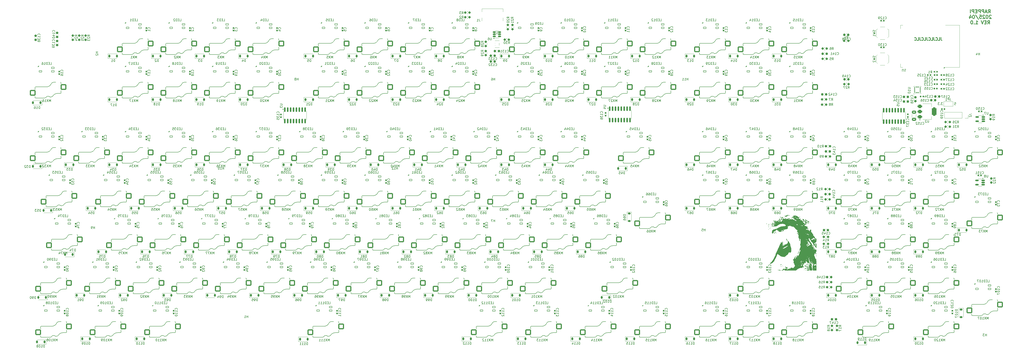
<source format=gbr>
%TF.GenerationSoftware,KiCad,Pcbnew,8.0.8*%
%TF.CreationDate,2025-04-23T12:27:23+02:00*%
%TF.ProjectId,Clavier,436c6176-6965-4722-9e6b-696361645f70,0.0*%
%TF.SameCoordinates,Original*%
%TF.FileFunction,Legend,Bot*%
%TF.FilePolarity,Positive*%
%FSLAX46Y46*%
G04 Gerber Fmt 4.6, Leading zero omitted, Abs format (unit mm)*
G04 Created by KiCad (PCBNEW 8.0.8) date 2025-04-23 12:27:23*
%MOMM*%
%LPD*%
G01*
G04 APERTURE LIST*
G04 Aperture macros list*
%AMRoundRect*
0 Rectangle with rounded corners*
0 $1 Rounding radius*
0 $2 $3 $4 $5 $6 $7 $8 $9 X,Y pos of 4 corners*
0 Add a 4 corners polygon primitive as box body*
4,1,4,$2,$3,$4,$5,$6,$7,$8,$9,$2,$3,0*
0 Add four circle primitives for the rounded corners*
1,1,$1+$1,$2,$3*
1,1,$1+$1,$4,$5*
1,1,$1+$1,$6,$7*
1,1,$1+$1,$8,$9*
0 Add four rect primitives between the rounded corners*
20,1,$1+$1,$2,$3,$4,$5,0*
20,1,$1+$1,$4,$5,$6,$7,0*
20,1,$1+$1,$6,$7,$8,$9,0*
20,1,$1+$1,$8,$9,$2,$3,0*%
%AMFreePoly0*
4,1,18,-0.410000,0.593000,-0.403758,0.624380,-0.385983,0.650983,-0.359380,0.668758,-0.328000,0.675000,0.328000,0.675000,0.359380,0.668758,0.385983,0.650983,0.403758,0.624380,0.410000,0.593000,0.410000,-0.593000,0.403758,-0.624380,0.385983,-0.650983,0.359380,-0.668758,0.328000,-0.675000,0.000000,-0.675000,-0.410000,-0.265000,-0.410000,0.593000,-0.410000,0.593000,$1*%
G04 Aperture macros list end*
%ADD10C,0.300000*%
%ADD11C,0.150000*%
%ADD12C,0.120000*%
%ADD13C,0.000000*%
%ADD14C,0.100000*%
%ADD15C,3.048000*%
%ADD16C,3.987800*%
%ADD17C,4.000000*%
%ADD18R,2.000000X2.000000*%
%ADD19C,2.000000*%
%ADD20R,3.200000X2.000000*%
%ADD21C,1.524000*%
%ADD22C,2.600000*%
%ADD23RoundRect,0.237500X-0.250000X-0.237500X0.250000X-0.237500X0.250000X0.237500X-0.250000X0.237500X0*%
%ADD24RoundRect,0.082000X-0.593000X0.328000X-0.593000X-0.328000X0.593000X-0.328000X0.593000X0.328000X0*%
%ADD25FreePoly0,270.000000*%
%ADD26C,1.750000*%
%ADD27C,3.300000*%
%ADD28RoundRect,0.250000X-1.025000X-1.000000X1.025000X-1.000000X1.025000X1.000000X-1.025000X1.000000X0*%
%ADD29RoundRect,0.155000X0.155000X-0.212500X0.155000X0.212500X-0.155000X0.212500X-0.155000X-0.212500X0*%
%ADD30RoundRect,0.237500X0.300000X0.237500X-0.300000X0.237500X-0.300000X-0.237500X0.300000X-0.237500X0*%
%ADD31RoundRect,0.155000X-0.155000X0.212500X-0.155000X-0.212500X0.155000X-0.212500X0.155000X0.212500X0*%
%ADD32RoundRect,0.225000X-0.225000X-0.375000X0.225000X-0.375000X0.225000X0.375000X-0.225000X0.375000X0*%
%ADD33RoundRect,0.225000X-0.375000X0.225000X-0.375000X-0.225000X0.375000X-0.225000X0.375000X0.225000X0*%
%ADD34RoundRect,0.375000X-0.625000X-0.375000X0.625000X-0.375000X0.625000X0.375000X-0.625000X0.375000X0*%
%ADD35RoundRect,0.500000X-0.500000X-1.400000X0.500000X-1.400000X0.500000X1.400000X-0.500000X1.400000X0*%
%ADD36RoundRect,0.237500X-0.300000X-0.237500X0.300000X-0.237500X0.300000X0.237500X-0.300000X0.237500X0*%
%ADD37RoundRect,0.150000X-0.512500X-0.150000X0.512500X-0.150000X0.512500X0.150000X-0.512500X0.150000X0*%
%ADD38RoundRect,0.237500X0.250000X0.237500X-0.250000X0.237500X-0.250000X-0.237500X0.250000X-0.237500X0*%
%ADD39RoundRect,0.225000X0.225000X0.375000X-0.225000X0.375000X-0.225000X-0.375000X0.225000X-0.375000X0*%
%ADD40C,3.500000*%
%ADD41RoundRect,0.237500X-0.237500X0.250000X-0.237500X-0.250000X0.237500X-0.250000X0.237500X0.250000X0*%
%ADD42R,1.700000X1.700000*%
%ADD43O,1.700000X1.700000*%
%ADD44RoundRect,0.087500X-0.187500X-0.087500X0.187500X-0.087500X0.187500X0.087500X-0.187500X0.087500X0*%
%ADD45RoundRect,0.087500X-0.087500X-0.187500X0.087500X-0.187500X0.087500X0.187500X-0.087500X0.187500X0*%
%ADD46RoundRect,0.150000X-0.150000X0.850000X-0.150000X-0.850000X0.150000X-0.850000X0.150000X0.850000X0*%
%ADD47RoundRect,0.162500X0.617500X0.162500X-0.617500X0.162500X-0.617500X-0.162500X0.617500X-0.162500X0*%
%ADD48R,1.100000X0.600000*%
%ADD49RoundRect,0.155000X0.212500X0.155000X-0.212500X0.155000X-0.212500X-0.155000X0.212500X-0.155000X0*%
%ADD50RoundRect,0.150000X0.150000X-0.850000X0.150000X0.850000X-0.150000X0.850000X-0.150000X-0.850000X0*%
%ADD51RoundRect,0.237500X-0.237500X0.300000X-0.237500X-0.300000X0.237500X-0.300000X0.237500X0.300000X0*%
%ADD52R,1.100000X1.800000*%
%ADD53RoundRect,0.237500X0.237500X-0.250000X0.237500X0.250000X-0.237500X0.250000X-0.237500X-0.250000X0*%
%ADD54R,0.900000X1.500000*%
%ADD55R,1.500000X0.900000*%
%ADD56C,0.600000*%
%ADD57R,3.900000X3.900000*%
%ADD58R,1.000000X1.500000*%
%ADD59RoundRect,0.155000X-0.212500X-0.155000X0.212500X-0.155000X0.212500X0.155000X-0.212500X0.155000X0*%
%ADD60RoundRect,0.237500X0.237500X-0.300000X0.237500X0.300000X-0.237500X0.300000X-0.237500X-0.300000X0*%
%ADD61C,0.650000*%
%ADD62R,0.600000X1.240000*%
%ADD63R,0.300000X1.240000*%
%ADD64O,1.000000X1.800000*%
%ADD65O,1.000000X2.100000*%
%ADD66RoundRect,0.160000X0.197500X0.160000X-0.197500X0.160000X-0.197500X-0.160000X0.197500X-0.160000X0*%
%ADD67RoundRect,0.250000X-0.650000X0.412500X-0.650000X-0.412500X0.650000X-0.412500X0.650000X0.412500X0*%
G04 APERTURE END LIST*
D10*
X490214060Y-121202542D02*
X490214060Y-122059685D01*
X490214060Y-122059685D02*
X490271203Y-122231114D01*
X490271203Y-122231114D02*
X490385489Y-122345400D01*
X490385489Y-122345400D02*
X490556917Y-122402542D01*
X490556917Y-122402542D02*
X490671203Y-122402542D01*
X489071203Y-122402542D02*
X489642631Y-122402542D01*
X489642631Y-122402542D02*
X489642631Y-121202542D01*
X487985488Y-122288257D02*
X488042631Y-122345400D01*
X488042631Y-122345400D02*
X488214059Y-122402542D01*
X488214059Y-122402542D02*
X488328345Y-122402542D01*
X488328345Y-122402542D02*
X488499774Y-122345400D01*
X488499774Y-122345400D02*
X488614059Y-122231114D01*
X488614059Y-122231114D02*
X488671202Y-122116828D01*
X488671202Y-122116828D02*
X488728345Y-121888257D01*
X488728345Y-121888257D02*
X488728345Y-121716828D01*
X488728345Y-121716828D02*
X488671202Y-121488257D01*
X488671202Y-121488257D02*
X488614059Y-121373971D01*
X488614059Y-121373971D02*
X488499774Y-121259685D01*
X488499774Y-121259685D02*
X488328345Y-121202542D01*
X488328345Y-121202542D02*
X488214059Y-121202542D01*
X488214059Y-121202542D02*
X488042631Y-121259685D01*
X488042631Y-121259685D02*
X487985488Y-121316828D01*
X487128345Y-121202542D02*
X487128345Y-122059685D01*
X487128345Y-122059685D02*
X487185488Y-122231114D01*
X487185488Y-122231114D02*
X487299774Y-122345400D01*
X487299774Y-122345400D02*
X487471202Y-122402542D01*
X487471202Y-122402542D02*
X487585488Y-122402542D01*
X485985488Y-122402542D02*
X486556916Y-122402542D01*
X486556916Y-122402542D02*
X486556916Y-121202542D01*
X484899773Y-122288257D02*
X484956916Y-122345400D01*
X484956916Y-122345400D02*
X485128344Y-122402542D01*
X485128344Y-122402542D02*
X485242630Y-122402542D01*
X485242630Y-122402542D02*
X485414059Y-122345400D01*
X485414059Y-122345400D02*
X485528344Y-122231114D01*
X485528344Y-122231114D02*
X485585487Y-122116828D01*
X485585487Y-122116828D02*
X485642630Y-121888257D01*
X485642630Y-121888257D02*
X485642630Y-121716828D01*
X485642630Y-121716828D02*
X485585487Y-121488257D01*
X485585487Y-121488257D02*
X485528344Y-121373971D01*
X485528344Y-121373971D02*
X485414059Y-121259685D01*
X485414059Y-121259685D02*
X485242630Y-121202542D01*
X485242630Y-121202542D02*
X485128344Y-121202542D01*
X485128344Y-121202542D02*
X484956916Y-121259685D01*
X484956916Y-121259685D02*
X484899773Y-121316828D01*
X484042630Y-121202542D02*
X484042630Y-122059685D01*
X484042630Y-122059685D02*
X484099773Y-122231114D01*
X484099773Y-122231114D02*
X484214059Y-122345400D01*
X484214059Y-122345400D02*
X484385487Y-122402542D01*
X484385487Y-122402542D02*
X484499773Y-122402542D01*
X482899773Y-122402542D02*
X483471201Y-122402542D01*
X483471201Y-122402542D02*
X483471201Y-121202542D01*
X481814058Y-122288257D02*
X481871201Y-122345400D01*
X481871201Y-122345400D02*
X482042629Y-122402542D01*
X482042629Y-122402542D02*
X482156915Y-122402542D01*
X482156915Y-122402542D02*
X482328344Y-122345400D01*
X482328344Y-122345400D02*
X482442629Y-122231114D01*
X482442629Y-122231114D02*
X482499772Y-122116828D01*
X482499772Y-122116828D02*
X482556915Y-121888257D01*
X482556915Y-121888257D02*
X482556915Y-121716828D01*
X482556915Y-121716828D02*
X482499772Y-121488257D01*
X482499772Y-121488257D02*
X482442629Y-121373971D01*
X482442629Y-121373971D02*
X482328344Y-121259685D01*
X482328344Y-121259685D02*
X482156915Y-121202542D01*
X482156915Y-121202542D02*
X482042629Y-121202542D01*
X482042629Y-121202542D02*
X481871201Y-121259685D01*
X481871201Y-121259685D02*
X481814058Y-121316828D01*
X480956915Y-121202542D02*
X480956915Y-122059685D01*
X480956915Y-122059685D02*
X481014058Y-122231114D01*
X481014058Y-122231114D02*
X481128344Y-122345400D01*
X481128344Y-122345400D02*
X481299772Y-122402542D01*
X481299772Y-122402542D02*
X481414058Y-122402542D01*
X479814058Y-122402542D02*
X480385486Y-122402542D01*
X480385486Y-122402542D02*
X480385486Y-121202542D01*
X478728343Y-122288257D02*
X478785486Y-122345400D01*
X478785486Y-122345400D02*
X478956914Y-122402542D01*
X478956914Y-122402542D02*
X479071200Y-122402542D01*
X479071200Y-122402542D02*
X479242629Y-122345400D01*
X479242629Y-122345400D02*
X479356914Y-122231114D01*
X479356914Y-122231114D02*
X479414057Y-122116828D01*
X479414057Y-122116828D02*
X479471200Y-121888257D01*
X479471200Y-121888257D02*
X479471200Y-121716828D01*
X479471200Y-121716828D02*
X479414057Y-121488257D01*
X479414057Y-121488257D02*
X479356914Y-121373971D01*
X479356914Y-121373971D02*
X479242629Y-121259685D01*
X479242629Y-121259685D02*
X479071200Y-121202542D01*
X479071200Y-121202542D02*
X478956914Y-121202542D01*
X478956914Y-121202542D02*
X478785486Y-121259685D01*
X478785486Y-121259685D02*
X478728343Y-121316828D01*
X510879451Y-110440682D02*
X511379451Y-109726396D01*
X511736594Y-110440682D02*
X511736594Y-108940682D01*
X511736594Y-108940682D02*
X511165165Y-108940682D01*
X511165165Y-108940682D02*
X511022308Y-109012111D01*
X511022308Y-109012111D02*
X510950879Y-109083539D01*
X510950879Y-109083539D02*
X510879451Y-109226396D01*
X510879451Y-109226396D02*
X510879451Y-109440682D01*
X510879451Y-109440682D02*
X510950879Y-109583539D01*
X510950879Y-109583539D02*
X511022308Y-109654968D01*
X511022308Y-109654968D02*
X511165165Y-109726396D01*
X511165165Y-109726396D02*
X511736594Y-109726396D01*
X510308022Y-110012111D02*
X509593737Y-110012111D01*
X510450879Y-110440682D02*
X509950879Y-108940682D01*
X509950879Y-108940682D02*
X509450879Y-110440682D01*
X508950880Y-110440682D02*
X508950880Y-108940682D01*
X508950880Y-108940682D02*
X508379451Y-108940682D01*
X508379451Y-108940682D02*
X508236594Y-109012111D01*
X508236594Y-109012111D02*
X508165165Y-109083539D01*
X508165165Y-109083539D02*
X508093737Y-109226396D01*
X508093737Y-109226396D02*
X508093737Y-109440682D01*
X508093737Y-109440682D02*
X508165165Y-109583539D01*
X508165165Y-109583539D02*
X508236594Y-109654968D01*
X508236594Y-109654968D02*
X508379451Y-109726396D01*
X508379451Y-109726396D02*
X508950880Y-109726396D01*
X507450880Y-110440682D02*
X507450880Y-108940682D01*
X507450880Y-108940682D02*
X506879451Y-108940682D01*
X506879451Y-108940682D02*
X506736594Y-109012111D01*
X506736594Y-109012111D02*
X506665165Y-109083539D01*
X506665165Y-109083539D02*
X506593737Y-109226396D01*
X506593737Y-109226396D02*
X506593737Y-109440682D01*
X506593737Y-109440682D02*
X506665165Y-109583539D01*
X506665165Y-109583539D02*
X506736594Y-109654968D01*
X506736594Y-109654968D02*
X506879451Y-109726396D01*
X506879451Y-109726396D02*
X507450880Y-109726396D01*
X505950880Y-109654968D02*
X505450880Y-109654968D01*
X505236594Y-110440682D02*
X505950880Y-110440682D01*
X505950880Y-110440682D02*
X505950880Y-108940682D01*
X505950880Y-108940682D02*
X505236594Y-108940682D01*
X504593737Y-110440682D02*
X504593737Y-108940682D01*
X504593737Y-108940682D02*
X504022308Y-108940682D01*
X504022308Y-108940682D02*
X503879451Y-109012111D01*
X503879451Y-109012111D02*
X503808022Y-109083539D01*
X503808022Y-109083539D02*
X503736594Y-109226396D01*
X503736594Y-109226396D02*
X503736594Y-109440682D01*
X503736594Y-109440682D02*
X503808022Y-109583539D01*
X503808022Y-109583539D02*
X503879451Y-109654968D01*
X503879451Y-109654968D02*
X504022308Y-109726396D01*
X504022308Y-109726396D02*
X504593737Y-109726396D01*
X503093737Y-110440682D02*
X503093737Y-108940682D01*
X512200878Y-111498455D02*
X512129450Y-111427027D01*
X512129450Y-111427027D02*
X511986593Y-111355598D01*
X511986593Y-111355598D02*
X511629450Y-111355598D01*
X511629450Y-111355598D02*
X511486593Y-111427027D01*
X511486593Y-111427027D02*
X511415164Y-111498455D01*
X511415164Y-111498455D02*
X511343735Y-111641312D01*
X511343735Y-111641312D02*
X511343735Y-111784170D01*
X511343735Y-111784170D02*
X511415164Y-111998455D01*
X511415164Y-111998455D02*
X512272307Y-112855598D01*
X512272307Y-112855598D02*
X511343735Y-112855598D01*
X510415164Y-111355598D02*
X510272307Y-111355598D01*
X510272307Y-111355598D02*
X510129450Y-111427027D01*
X510129450Y-111427027D02*
X510058022Y-111498455D01*
X510058022Y-111498455D02*
X509986593Y-111641312D01*
X509986593Y-111641312D02*
X509915164Y-111927027D01*
X509915164Y-111927027D02*
X509915164Y-112284170D01*
X509915164Y-112284170D02*
X509986593Y-112569884D01*
X509986593Y-112569884D02*
X510058022Y-112712741D01*
X510058022Y-112712741D02*
X510129450Y-112784170D01*
X510129450Y-112784170D02*
X510272307Y-112855598D01*
X510272307Y-112855598D02*
X510415164Y-112855598D01*
X510415164Y-112855598D02*
X510558022Y-112784170D01*
X510558022Y-112784170D02*
X510629450Y-112712741D01*
X510629450Y-112712741D02*
X510700879Y-112569884D01*
X510700879Y-112569884D02*
X510772307Y-112284170D01*
X510772307Y-112284170D02*
X510772307Y-111927027D01*
X510772307Y-111927027D02*
X510700879Y-111641312D01*
X510700879Y-111641312D02*
X510629450Y-111498455D01*
X510629450Y-111498455D02*
X510558022Y-111427027D01*
X510558022Y-111427027D02*
X510415164Y-111355598D01*
X509343736Y-111498455D02*
X509272308Y-111427027D01*
X509272308Y-111427027D02*
X509129451Y-111355598D01*
X509129451Y-111355598D02*
X508772308Y-111355598D01*
X508772308Y-111355598D02*
X508629451Y-111427027D01*
X508629451Y-111427027D02*
X508558022Y-111498455D01*
X508558022Y-111498455D02*
X508486593Y-111641312D01*
X508486593Y-111641312D02*
X508486593Y-111784170D01*
X508486593Y-111784170D02*
X508558022Y-111998455D01*
X508558022Y-111998455D02*
X509415165Y-112855598D01*
X509415165Y-112855598D02*
X508486593Y-112855598D01*
X507129451Y-111355598D02*
X507843737Y-111355598D01*
X507843737Y-111355598D02*
X507915165Y-112069884D01*
X507915165Y-112069884D02*
X507843737Y-111998455D01*
X507843737Y-111998455D02*
X507700880Y-111927027D01*
X507700880Y-111927027D02*
X507343737Y-111927027D01*
X507343737Y-111927027D02*
X507200880Y-111998455D01*
X507200880Y-111998455D02*
X507129451Y-112069884D01*
X507129451Y-112069884D02*
X507058022Y-112212741D01*
X507058022Y-112212741D02*
X507058022Y-112569884D01*
X507058022Y-112569884D02*
X507129451Y-112712741D01*
X507129451Y-112712741D02*
X507200880Y-112784170D01*
X507200880Y-112784170D02*
X507343737Y-112855598D01*
X507343737Y-112855598D02*
X507700880Y-112855598D01*
X507700880Y-112855598D02*
X507843737Y-112784170D01*
X507843737Y-112784170D02*
X507915165Y-112712741D01*
X505343737Y-111284170D02*
X506629451Y-113212741D01*
X504558022Y-111355598D02*
X504415165Y-111355598D01*
X504415165Y-111355598D02*
X504272308Y-111427027D01*
X504272308Y-111427027D02*
X504200880Y-111498455D01*
X504200880Y-111498455D02*
X504129451Y-111641312D01*
X504129451Y-111641312D02*
X504058022Y-111927027D01*
X504058022Y-111927027D02*
X504058022Y-112284170D01*
X504058022Y-112284170D02*
X504129451Y-112569884D01*
X504129451Y-112569884D02*
X504200880Y-112712741D01*
X504200880Y-112712741D02*
X504272308Y-112784170D01*
X504272308Y-112784170D02*
X504415165Y-112855598D01*
X504415165Y-112855598D02*
X504558022Y-112855598D01*
X504558022Y-112855598D02*
X504700880Y-112784170D01*
X504700880Y-112784170D02*
X504772308Y-112712741D01*
X504772308Y-112712741D02*
X504843737Y-112569884D01*
X504843737Y-112569884D02*
X504915165Y-112284170D01*
X504915165Y-112284170D02*
X504915165Y-111927027D01*
X504915165Y-111927027D02*
X504843737Y-111641312D01*
X504843737Y-111641312D02*
X504772308Y-111498455D01*
X504772308Y-111498455D02*
X504700880Y-111427027D01*
X504700880Y-111427027D02*
X504558022Y-111355598D01*
X502772309Y-111855598D02*
X502772309Y-112855598D01*
X503129451Y-111284170D02*
X503486594Y-112355598D01*
X503486594Y-112355598D02*
X502558023Y-112355598D01*
X510629451Y-115270514D02*
X511129451Y-114556228D01*
X511486594Y-115270514D02*
X511486594Y-113770514D01*
X511486594Y-113770514D02*
X510915165Y-113770514D01*
X510915165Y-113770514D02*
X510772308Y-113841943D01*
X510772308Y-113841943D02*
X510700879Y-113913371D01*
X510700879Y-113913371D02*
X510629451Y-114056228D01*
X510629451Y-114056228D02*
X510629451Y-114270514D01*
X510629451Y-114270514D02*
X510700879Y-114413371D01*
X510700879Y-114413371D02*
X510772308Y-114484800D01*
X510772308Y-114484800D02*
X510915165Y-114556228D01*
X510915165Y-114556228D02*
X511486594Y-114556228D01*
X509986594Y-114484800D02*
X509486594Y-114484800D01*
X509272308Y-115270514D02*
X509986594Y-115270514D01*
X509986594Y-115270514D02*
X509986594Y-113770514D01*
X509986594Y-113770514D02*
X509272308Y-113770514D01*
X508843736Y-113770514D02*
X508343736Y-115270514D01*
X508343736Y-115270514D02*
X507843736Y-113770514D01*
X505415165Y-115270514D02*
X506272308Y-115270514D01*
X505843737Y-115270514D02*
X505843737Y-113770514D01*
X505843737Y-113770514D02*
X505986594Y-113984800D01*
X505986594Y-113984800D02*
X506129451Y-114127657D01*
X506129451Y-114127657D02*
X506272308Y-114199086D01*
X504772309Y-115127657D02*
X504700880Y-115199086D01*
X504700880Y-115199086D02*
X504772309Y-115270514D01*
X504772309Y-115270514D02*
X504843737Y-115199086D01*
X504843737Y-115199086D02*
X504772309Y-115127657D01*
X504772309Y-115127657D02*
X504772309Y-115270514D01*
X503772308Y-113770514D02*
X503629451Y-113770514D01*
X503629451Y-113770514D02*
X503486594Y-113841943D01*
X503486594Y-113841943D02*
X503415166Y-113913371D01*
X503415166Y-113913371D02*
X503343737Y-114056228D01*
X503343737Y-114056228D02*
X503272308Y-114341943D01*
X503272308Y-114341943D02*
X503272308Y-114699086D01*
X503272308Y-114699086D02*
X503343737Y-114984800D01*
X503343737Y-114984800D02*
X503415166Y-115127657D01*
X503415166Y-115127657D02*
X503486594Y-115199086D01*
X503486594Y-115199086D02*
X503629451Y-115270514D01*
X503629451Y-115270514D02*
X503772308Y-115270514D01*
X503772308Y-115270514D02*
X503915166Y-115199086D01*
X503915166Y-115199086D02*
X503986594Y-115127657D01*
X503986594Y-115127657D02*
X504058023Y-114984800D01*
X504058023Y-114984800D02*
X504129451Y-114699086D01*
X504129451Y-114699086D02*
X504129451Y-114341943D01*
X504129451Y-114341943D02*
X504058023Y-114056228D01*
X504058023Y-114056228D02*
X503986594Y-113913371D01*
X503986594Y-113913371D02*
X503915166Y-113841943D01*
X503915166Y-113841943D02*
X503772308Y-113770514D01*
D11*
X280706666Y-110819819D02*
X281039999Y-110343628D01*
X281278094Y-110819819D02*
X281278094Y-109819819D01*
X281278094Y-109819819D02*
X280897142Y-109819819D01*
X280897142Y-109819819D02*
X280801904Y-109867438D01*
X280801904Y-109867438D02*
X280754285Y-109915057D01*
X280754285Y-109915057D02*
X280706666Y-110010295D01*
X280706666Y-110010295D02*
X280706666Y-110153152D01*
X280706666Y-110153152D02*
X280754285Y-110248390D01*
X280754285Y-110248390D02*
X280801904Y-110296009D01*
X280801904Y-110296009D02*
X280897142Y-110343628D01*
X280897142Y-110343628D02*
X281278094Y-110343628D01*
X280373332Y-109819819D02*
X279754285Y-109819819D01*
X279754285Y-109819819D02*
X280087618Y-110200771D01*
X280087618Y-110200771D02*
X279944761Y-110200771D01*
X279944761Y-110200771D02*
X279849523Y-110248390D01*
X279849523Y-110248390D02*
X279801904Y-110296009D01*
X279801904Y-110296009D02*
X279754285Y-110391247D01*
X279754285Y-110391247D02*
X279754285Y-110629342D01*
X279754285Y-110629342D02*
X279801904Y-110724580D01*
X279801904Y-110724580D02*
X279849523Y-110772200D01*
X279849523Y-110772200D02*
X279944761Y-110819819D01*
X279944761Y-110819819D02*
X280230475Y-110819819D01*
X280230475Y-110819819D02*
X280325713Y-110772200D01*
X280325713Y-110772200D02*
X280373332Y-110724580D01*
X429347738Y-133039819D02*
X429823928Y-133039819D01*
X429823928Y-133039819D02*
X429823928Y-132039819D01*
X429014404Y-132516009D02*
X428681071Y-132516009D01*
X428538214Y-133039819D02*
X429014404Y-133039819D01*
X429014404Y-133039819D02*
X429014404Y-132039819D01*
X429014404Y-132039819D02*
X428538214Y-132039819D01*
X428109642Y-133039819D02*
X428109642Y-132039819D01*
X428109642Y-132039819D02*
X427871547Y-132039819D01*
X427871547Y-132039819D02*
X427728690Y-132087438D01*
X427728690Y-132087438D02*
X427633452Y-132182676D01*
X427633452Y-132182676D02*
X427585833Y-132277914D01*
X427585833Y-132277914D02*
X427538214Y-132468390D01*
X427538214Y-132468390D02*
X427538214Y-132611247D01*
X427538214Y-132611247D02*
X427585833Y-132801723D01*
X427585833Y-132801723D02*
X427633452Y-132896961D01*
X427633452Y-132896961D02*
X427728690Y-132992200D01*
X427728690Y-132992200D02*
X427871547Y-133039819D01*
X427871547Y-133039819D02*
X428109642Y-133039819D01*
X427204880Y-132039819D02*
X426585833Y-132039819D01*
X426585833Y-132039819D02*
X426919166Y-132420771D01*
X426919166Y-132420771D02*
X426776309Y-132420771D01*
X426776309Y-132420771D02*
X426681071Y-132468390D01*
X426681071Y-132468390D02*
X426633452Y-132516009D01*
X426633452Y-132516009D02*
X426585833Y-132611247D01*
X426585833Y-132611247D02*
X426585833Y-132849342D01*
X426585833Y-132849342D02*
X426633452Y-132944580D01*
X426633452Y-132944580D02*
X426681071Y-132992200D01*
X426681071Y-132992200D02*
X426776309Y-133039819D01*
X426776309Y-133039819D02*
X427062023Y-133039819D01*
X427062023Y-133039819D02*
X427157261Y-132992200D01*
X427157261Y-132992200D02*
X427204880Y-132944580D01*
X425633452Y-133039819D02*
X426204880Y-133039819D01*
X425919166Y-133039819D02*
X425919166Y-132039819D01*
X425919166Y-132039819D02*
X426014404Y-132182676D01*
X426014404Y-132182676D02*
X426109642Y-132277914D01*
X426109642Y-132277914D02*
X426204880Y-132325533D01*
X291401904Y-177864819D02*
X291401904Y-176864819D01*
X291401904Y-176864819D02*
X291068571Y-177579104D01*
X291068571Y-177579104D02*
X290735238Y-176864819D01*
X290735238Y-176864819D02*
X290735238Y-177864819D01*
X290354285Y-176864819D02*
X289687619Y-177864819D01*
X289687619Y-176864819D02*
X290354285Y-177864819D01*
X288878095Y-177198152D02*
X288878095Y-177864819D01*
X289116190Y-176817200D02*
X289354285Y-177531485D01*
X289354285Y-177531485D02*
X288735238Y-177531485D01*
X288401904Y-176960057D02*
X288354285Y-176912438D01*
X288354285Y-176912438D02*
X288259047Y-176864819D01*
X288259047Y-176864819D02*
X288020952Y-176864819D01*
X288020952Y-176864819D02*
X287925714Y-176912438D01*
X287925714Y-176912438D02*
X287878095Y-176960057D01*
X287878095Y-176960057D02*
X287830476Y-177055295D01*
X287830476Y-177055295D02*
X287830476Y-177150533D01*
X287830476Y-177150533D02*
X287878095Y-177293390D01*
X287878095Y-177293390D02*
X288449523Y-177864819D01*
X288449523Y-177864819D02*
X287830476Y-177864819D01*
X280706666Y-112719819D02*
X281039999Y-112243628D01*
X281278094Y-112719819D02*
X281278094Y-111719819D01*
X281278094Y-111719819D02*
X280897142Y-111719819D01*
X280897142Y-111719819D02*
X280801904Y-111767438D01*
X280801904Y-111767438D02*
X280754285Y-111815057D01*
X280754285Y-111815057D02*
X280706666Y-111910295D01*
X280706666Y-111910295D02*
X280706666Y-112053152D01*
X280706666Y-112053152D02*
X280754285Y-112148390D01*
X280754285Y-112148390D02*
X280801904Y-112196009D01*
X280801904Y-112196009D02*
X280897142Y-112243628D01*
X280897142Y-112243628D02*
X281278094Y-112243628D01*
X280325713Y-111815057D02*
X280278094Y-111767438D01*
X280278094Y-111767438D02*
X280182856Y-111719819D01*
X280182856Y-111719819D02*
X279944761Y-111719819D01*
X279944761Y-111719819D02*
X279849523Y-111767438D01*
X279849523Y-111767438D02*
X279801904Y-111815057D01*
X279801904Y-111815057D02*
X279754285Y-111910295D01*
X279754285Y-111910295D02*
X279754285Y-112005533D01*
X279754285Y-112005533D02*
X279801904Y-112148390D01*
X279801904Y-112148390D02*
X280373332Y-112719819D01*
X280373332Y-112719819D02*
X279754285Y-112719819D01*
X243776904Y-196914819D02*
X243776904Y-195914819D01*
X243776904Y-195914819D02*
X243443571Y-196629104D01*
X243443571Y-196629104D02*
X243110238Y-195914819D01*
X243110238Y-195914819D02*
X243110238Y-196914819D01*
X242729285Y-195914819D02*
X242062619Y-196914819D01*
X242062619Y-195914819D02*
X242729285Y-196914819D01*
X241253095Y-195914819D02*
X241443571Y-195914819D01*
X241443571Y-195914819D02*
X241538809Y-195962438D01*
X241538809Y-195962438D02*
X241586428Y-196010057D01*
X241586428Y-196010057D02*
X241681666Y-196152914D01*
X241681666Y-196152914D02*
X241729285Y-196343390D01*
X241729285Y-196343390D02*
X241729285Y-196724342D01*
X241729285Y-196724342D02*
X241681666Y-196819580D01*
X241681666Y-196819580D02*
X241634047Y-196867200D01*
X241634047Y-196867200D02*
X241538809Y-196914819D01*
X241538809Y-196914819D02*
X241348333Y-196914819D01*
X241348333Y-196914819D02*
X241253095Y-196867200D01*
X241253095Y-196867200D02*
X241205476Y-196819580D01*
X241205476Y-196819580D02*
X241157857Y-196724342D01*
X241157857Y-196724342D02*
X241157857Y-196486247D01*
X241157857Y-196486247D02*
X241205476Y-196391009D01*
X241205476Y-196391009D02*
X241253095Y-196343390D01*
X241253095Y-196343390D02*
X241348333Y-196295771D01*
X241348333Y-196295771D02*
X241538809Y-196295771D01*
X241538809Y-196295771D02*
X241634047Y-196343390D01*
X241634047Y-196343390D02*
X241681666Y-196391009D01*
X241681666Y-196391009D02*
X241729285Y-196486247D01*
X240538809Y-195914819D02*
X240443571Y-195914819D01*
X240443571Y-195914819D02*
X240348333Y-195962438D01*
X240348333Y-195962438D02*
X240300714Y-196010057D01*
X240300714Y-196010057D02*
X240253095Y-196105295D01*
X240253095Y-196105295D02*
X240205476Y-196295771D01*
X240205476Y-196295771D02*
X240205476Y-196533866D01*
X240205476Y-196533866D02*
X240253095Y-196724342D01*
X240253095Y-196724342D02*
X240300714Y-196819580D01*
X240300714Y-196819580D02*
X240348333Y-196867200D01*
X240348333Y-196867200D02*
X240443571Y-196914819D01*
X240443571Y-196914819D02*
X240538809Y-196914819D01*
X240538809Y-196914819D02*
X240634047Y-196867200D01*
X240634047Y-196867200D02*
X240681666Y-196819580D01*
X240681666Y-196819580D02*
X240729285Y-196724342D01*
X240729285Y-196724342D02*
X240776904Y-196533866D01*
X240776904Y-196533866D02*
X240776904Y-196295771D01*
X240776904Y-196295771D02*
X240729285Y-196105295D01*
X240729285Y-196105295D02*
X240681666Y-196010057D01*
X240681666Y-196010057D02*
X240634047Y-195962438D01*
X240634047Y-195962438D02*
X240538809Y-195914819D01*
X391247738Y-161614819D02*
X391723928Y-161614819D01*
X391723928Y-161614819D02*
X391723928Y-160614819D01*
X390914404Y-161091009D02*
X390581071Y-161091009D01*
X390438214Y-161614819D02*
X390914404Y-161614819D01*
X390914404Y-161614819D02*
X390914404Y-160614819D01*
X390914404Y-160614819D02*
X390438214Y-160614819D01*
X390009642Y-161614819D02*
X390009642Y-160614819D01*
X390009642Y-160614819D02*
X389771547Y-160614819D01*
X389771547Y-160614819D02*
X389628690Y-160662438D01*
X389628690Y-160662438D02*
X389533452Y-160757676D01*
X389533452Y-160757676D02*
X389485833Y-160852914D01*
X389485833Y-160852914D02*
X389438214Y-161043390D01*
X389438214Y-161043390D02*
X389438214Y-161186247D01*
X389438214Y-161186247D02*
X389485833Y-161376723D01*
X389485833Y-161376723D02*
X389533452Y-161471961D01*
X389533452Y-161471961D02*
X389628690Y-161567200D01*
X389628690Y-161567200D02*
X389771547Y-161614819D01*
X389771547Y-161614819D02*
X390009642Y-161614819D01*
X388581071Y-160948152D02*
X388581071Y-161614819D01*
X388819166Y-160567200D02*
X389057261Y-161281485D01*
X389057261Y-161281485D02*
X388438214Y-161281485D01*
X387628690Y-160614819D02*
X387819166Y-160614819D01*
X387819166Y-160614819D02*
X387914404Y-160662438D01*
X387914404Y-160662438D02*
X387962023Y-160710057D01*
X387962023Y-160710057D02*
X388057261Y-160852914D01*
X388057261Y-160852914D02*
X388104880Y-161043390D01*
X388104880Y-161043390D02*
X388104880Y-161424342D01*
X388104880Y-161424342D02*
X388057261Y-161519580D01*
X388057261Y-161519580D02*
X388009642Y-161567200D01*
X388009642Y-161567200D02*
X387914404Y-161614819D01*
X387914404Y-161614819D02*
X387723928Y-161614819D01*
X387723928Y-161614819D02*
X387628690Y-161567200D01*
X387628690Y-161567200D02*
X387581071Y-161519580D01*
X387581071Y-161519580D02*
X387533452Y-161424342D01*
X387533452Y-161424342D02*
X387533452Y-161186247D01*
X387533452Y-161186247D02*
X387581071Y-161091009D01*
X387581071Y-161091009D02*
X387628690Y-161043390D01*
X387628690Y-161043390D02*
X387723928Y-160995771D01*
X387723928Y-160995771D02*
X387914404Y-160995771D01*
X387914404Y-160995771D02*
X388009642Y-161043390D01*
X388009642Y-161043390D02*
X388057261Y-161091009D01*
X388057261Y-161091009D02*
X388104880Y-161186247D01*
X105664404Y-196914819D02*
X105664404Y-195914819D01*
X105664404Y-195914819D02*
X105331071Y-196629104D01*
X105331071Y-196629104D02*
X104997738Y-195914819D01*
X104997738Y-195914819D02*
X104997738Y-196914819D01*
X104616785Y-195914819D02*
X103950119Y-196914819D01*
X103950119Y-195914819D02*
X104616785Y-196914819D01*
X103092976Y-195914819D02*
X103569166Y-195914819D01*
X103569166Y-195914819D02*
X103616785Y-196391009D01*
X103616785Y-196391009D02*
X103569166Y-196343390D01*
X103569166Y-196343390D02*
X103473928Y-196295771D01*
X103473928Y-196295771D02*
X103235833Y-196295771D01*
X103235833Y-196295771D02*
X103140595Y-196343390D01*
X103140595Y-196343390D02*
X103092976Y-196391009D01*
X103092976Y-196391009D02*
X103045357Y-196486247D01*
X103045357Y-196486247D02*
X103045357Y-196724342D01*
X103045357Y-196724342D02*
X103092976Y-196819580D01*
X103092976Y-196819580D02*
X103140595Y-196867200D01*
X103140595Y-196867200D02*
X103235833Y-196914819D01*
X103235833Y-196914819D02*
X103473928Y-196914819D01*
X103473928Y-196914819D02*
X103569166Y-196867200D01*
X103569166Y-196867200D02*
X103616785Y-196819580D01*
X102712023Y-195914819D02*
X102092976Y-195914819D01*
X102092976Y-195914819D02*
X102426309Y-196295771D01*
X102426309Y-196295771D02*
X102283452Y-196295771D01*
X102283452Y-196295771D02*
X102188214Y-196343390D01*
X102188214Y-196343390D02*
X102140595Y-196391009D01*
X102140595Y-196391009D02*
X102092976Y-196486247D01*
X102092976Y-196486247D02*
X102092976Y-196724342D01*
X102092976Y-196724342D02*
X102140595Y-196819580D01*
X102140595Y-196819580D02*
X102188214Y-196867200D01*
X102188214Y-196867200D02*
X102283452Y-196914819D01*
X102283452Y-196914819D02*
X102569166Y-196914819D01*
X102569166Y-196914819D02*
X102664404Y-196867200D01*
X102664404Y-196867200D02*
X102712023Y-196819580D01*
X144284580Y-135972142D02*
X144332200Y-135924523D01*
X144332200Y-135924523D02*
X144379819Y-135781666D01*
X144379819Y-135781666D02*
X144379819Y-135686428D01*
X144379819Y-135686428D02*
X144332200Y-135543571D01*
X144332200Y-135543571D02*
X144236961Y-135448333D01*
X144236961Y-135448333D02*
X144141723Y-135400714D01*
X144141723Y-135400714D02*
X143951247Y-135353095D01*
X143951247Y-135353095D02*
X143808390Y-135353095D01*
X143808390Y-135353095D02*
X143617914Y-135400714D01*
X143617914Y-135400714D02*
X143522676Y-135448333D01*
X143522676Y-135448333D02*
X143427438Y-135543571D01*
X143427438Y-135543571D02*
X143379819Y-135686428D01*
X143379819Y-135686428D02*
X143379819Y-135781666D01*
X143379819Y-135781666D02*
X143427438Y-135924523D01*
X143427438Y-135924523D02*
X143475057Y-135972142D01*
X144379819Y-136924523D02*
X144379819Y-136353095D01*
X144379819Y-136638809D02*
X143379819Y-136638809D01*
X143379819Y-136638809D02*
X143522676Y-136543571D01*
X143522676Y-136543571D02*
X143617914Y-136448333D01*
X143617914Y-136448333D02*
X143665533Y-136353095D01*
X143379819Y-137257857D02*
X143379819Y-137924523D01*
X143379819Y-137924523D02*
X144379819Y-137495952D01*
X113328330Y-202647142D02*
X113375950Y-202599523D01*
X113375950Y-202599523D02*
X113423569Y-202456666D01*
X113423569Y-202456666D02*
X113423569Y-202361428D01*
X113423569Y-202361428D02*
X113375950Y-202218571D01*
X113375950Y-202218571D02*
X113280711Y-202123333D01*
X113280711Y-202123333D02*
X113185473Y-202075714D01*
X113185473Y-202075714D02*
X112994997Y-202028095D01*
X112994997Y-202028095D02*
X112852140Y-202028095D01*
X112852140Y-202028095D02*
X112661664Y-202075714D01*
X112661664Y-202075714D02*
X112566426Y-202123333D01*
X112566426Y-202123333D02*
X112471188Y-202218571D01*
X112471188Y-202218571D02*
X112423569Y-202361428D01*
X112423569Y-202361428D02*
X112423569Y-202456666D01*
X112423569Y-202456666D02*
X112471188Y-202599523D01*
X112471188Y-202599523D02*
X112518807Y-202647142D01*
X112423569Y-202980476D02*
X112423569Y-203647142D01*
X112423569Y-203647142D02*
X113423569Y-203218571D01*
X112756902Y-204456666D02*
X113423569Y-204456666D01*
X112375950Y-204218571D02*
X113090235Y-203980476D01*
X113090235Y-203980476D02*
X113090235Y-204599523D01*
X305689404Y-215964819D02*
X305689404Y-214964819D01*
X305689404Y-214964819D02*
X305356071Y-215679104D01*
X305356071Y-215679104D02*
X305022738Y-214964819D01*
X305022738Y-214964819D02*
X305022738Y-215964819D01*
X304641785Y-214964819D02*
X303975119Y-215964819D01*
X303975119Y-214964819D02*
X304641785Y-215964819D01*
X303451309Y-215393390D02*
X303546547Y-215345771D01*
X303546547Y-215345771D02*
X303594166Y-215298152D01*
X303594166Y-215298152D02*
X303641785Y-215202914D01*
X303641785Y-215202914D02*
X303641785Y-215155295D01*
X303641785Y-215155295D02*
X303594166Y-215060057D01*
X303594166Y-215060057D02*
X303546547Y-215012438D01*
X303546547Y-215012438D02*
X303451309Y-214964819D01*
X303451309Y-214964819D02*
X303260833Y-214964819D01*
X303260833Y-214964819D02*
X303165595Y-215012438D01*
X303165595Y-215012438D02*
X303117976Y-215060057D01*
X303117976Y-215060057D02*
X303070357Y-215155295D01*
X303070357Y-215155295D02*
X303070357Y-215202914D01*
X303070357Y-215202914D02*
X303117976Y-215298152D01*
X303117976Y-215298152D02*
X303165595Y-215345771D01*
X303165595Y-215345771D02*
X303260833Y-215393390D01*
X303260833Y-215393390D02*
X303451309Y-215393390D01*
X303451309Y-215393390D02*
X303546547Y-215441009D01*
X303546547Y-215441009D02*
X303594166Y-215488628D01*
X303594166Y-215488628D02*
X303641785Y-215583866D01*
X303641785Y-215583866D02*
X303641785Y-215774342D01*
X303641785Y-215774342D02*
X303594166Y-215869580D01*
X303594166Y-215869580D02*
X303546547Y-215917200D01*
X303546547Y-215917200D02*
X303451309Y-215964819D01*
X303451309Y-215964819D02*
X303260833Y-215964819D01*
X303260833Y-215964819D02*
X303165595Y-215917200D01*
X303165595Y-215917200D02*
X303117976Y-215869580D01*
X303117976Y-215869580D02*
X303070357Y-215774342D01*
X303070357Y-215774342D02*
X303070357Y-215583866D01*
X303070357Y-215583866D02*
X303117976Y-215488628D01*
X303117976Y-215488628D02*
X303165595Y-215441009D01*
X303165595Y-215441009D02*
X303260833Y-215393390D01*
X302213214Y-215298152D02*
X302213214Y-215964819D01*
X302451309Y-214917200D02*
X302689404Y-215631485D01*
X302689404Y-215631485D02*
X302070357Y-215631485D01*
X450059047Y-122224580D02*
X450106666Y-122272200D01*
X450106666Y-122272200D02*
X450249523Y-122319819D01*
X450249523Y-122319819D02*
X450344761Y-122319819D01*
X450344761Y-122319819D02*
X450487618Y-122272200D01*
X450487618Y-122272200D02*
X450582856Y-122176961D01*
X450582856Y-122176961D02*
X450630475Y-122081723D01*
X450630475Y-122081723D02*
X450678094Y-121891247D01*
X450678094Y-121891247D02*
X450678094Y-121748390D01*
X450678094Y-121748390D02*
X450630475Y-121557914D01*
X450630475Y-121557914D02*
X450582856Y-121462676D01*
X450582856Y-121462676D02*
X450487618Y-121367438D01*
X450487618Y-121367438D02*
X450344761Y-121319819D01*
X450344761Y-121319819D02*
X450249523Y-121319819D01*
X450249523Y-121319819D02*
X450106666Y-121367438D01*
X450106666Y-121367438D02*
X450059047Y-121415057D01*
X449106666Y-122319819D02*
X449678094Y-122319819D01*
X449392380Y-122319819D02*
X449392380Y-121319819D01*
X449392380Y-121319819D02*
X449487618Y-121462676D01*
X449487618Y-121462676D02*
X449582856Y-121557914D01*
X449582856Y-121557914D02*
X449678094Y-121605533D01*
X448249523Y-121653152D02*
X448249523Y-122319819D01*
X448487618Y-121272200D02*
X448725713Y-121986485D01*
X448725713Y-121986485D02*
X448106666Y-121986485D01*
X447582856Y-121748390D02*
X447678094Y-121700771D01*
X447678094Y-121700771D02*
X447725713Y-121653152D01*
X447725713Y-121653152D02*
X447773332Y-121557914D01*
X447773332Y-121557914D02*
X447773332Y-121510295D01*
X447773332Y-121510295D02*
X447725713Y-121415057D01*
X447725713Y-121415057D02*
X447678094Y-121367438D01*
X447678094Y-121367438D02*
X447582856Y-121319819D01*
X447582856Y-121319819D02*
X447392380Y-121319819D01*
X447392380Y-121319819D02*
X447297142Y-121367438D01*
X447297142Y-121367438D02*
X447249523Y-121415057D01*
X447249523Y-121415057D02*
X447201904Y-121510295D01*
X447201904Y-121510295D02*
X447201904Y-121557914D01*
X447201904Y-121557914D02*
X447249523Y-121653152D01*
X447249523Y-121653152D02*
X447297142Y-121700771D01*
X447297142Y-121700771D02*
X447392380Y-121748390D01*
X447392380Y-121748390D02*
X447582856Y-121748390D01*
X447582856Y-121748390D02*
X447678094Y-121796009D01*
X447678094Y-121796009D02*
X447725713Y-121843628D01*
X447725713Y-121843628D02*
X447773332Y-121938866D01*
X447773332Y-121938866D02*
X447773332Y-122129342D01*
X447773332Y-122129342D02*
X447725713Y-122224580D01*
X447725713Y-122224580D02*
X447678094Y-122272200D01*
X447678094Y-122272200D02*
X447582856Y-122319819D01*
X447582856Y-122319819D02*
X447392380Y-122319819D01*
X447392380Y-122319819D02*
X447297142Y-122272200D01*
X447297142Y-122272200D02*
X447249523Y-122224580D01*
X447249523Y-122224580D02*
X447201904Y-122129342D01*
X447201904Y-122129342D02*
X447201904Y-121938866D01*
X447201904Y-121938866D02*
X447249523Y-121843628D01*
X447249523Y-121843628D02*
X447297142Y-121796009D01*
X447297142Y-121796009D02*
X447392380Y-121748390D01*
X484234213Y-149036850D02*
X484281832Y-149084470D01*
X484281832Y-149084470D02*
X484424689Y-149132089D01*
X484424689Y-149132089D02*
X484519927Y-149132089D01*
X484519927Y-149132089D02*
X484662784Y-149084470D01*
X484662784Y-149084470D02*
X484758022Y-148989231D01*
X484758022Y-148989231D02*
X484805641Y-148893993D01*
X484805641Y-148893993D02*
X484853260Y-148703517D01*
X484853260Y-148703517D02*
X484853260Y-148560660D01*
X484853260Y-148560660D02*
X484805641Y-148370184D01*
X484805641Y-148370184D02*
X484758022Y-148274946D01*
X484758022Y-148274946D02*
X484662784Y-148179708D01*
X484662784Y-148179708D02*
X484519927Y-148132089D01*
X484519927Y-148132089D02*
X484424689Y-148132089D01*
X484424689Y-148132089D02*
X484281832Y-148179708D01*
X484281832Y-148179708D02*
X484234213Y-148227327D01*
X483281832Y-149132089D02*
X483853260Y-149132089D01*
X483567546Y-149132089D02*
X483567546Y-148132089D01*
X483567546Y-148132089D02*
X483662784Y-148274946D01*
X483662784Y-148274946D02*
X483758022Y-148370184D01*
X483758022Y-148370184D02*
X483853260Y-148417803D01*
X482377070Y-148132089D02*
X482853260Y-148132089D01*
X482853260Y-148132089D02*
X482900879Y-148608279D01*
X482900879Y-148608279D02*
X482853260Y-148560660D01*
X482853260Y-148560660D02*
X482758022Y-148513041D01*
X482758022Y-148513041D02*
X482519927Y-148513041D01*
X482519927Y-148513041D02*
X482424689Y-148560660D01*
X482424689Y-148560660D02*
X482377070Y-148608279D01*
X482377070Y-148608279D02*
X482329451Y-148703517D01*
X482329451Y-148703517D02*
X482329451Y-148941612D01*
X482329451Y-148941612D02*
X482377070Y-149036850D01*
X482377070Y-149036850D02*
X482424689Y-149084470D01*
X482424689Y-149084470D02*
X482519927Y-149132089D01*
X482519927Y-149132089D02*
X482758022Y-149132089D01*
X482758022Y-149132089D02*
X482853260Y-149084470D01*
X482853260Y-149084470D02*
X482900879Y-149036850D01*
X481472308Y-148132089D02*
X481662784Y-148132089D01*
X481662784Y-148132089D02*
X481758022Y-148179708D01*
X481758022Y-148179708D02*
X481805641Y-148227327D01*
X481805641Y-148227327D02*
X481900879Y-148370184D01*
X481900879Y-148370184D02*
X481948498Y-148560660D01*
X481948498Y-148560660D02*
X481948498Y-148941612D01*
X481948498Y-148941612D02*
X481900879Y-149036850D01*
X481900879Y-149036850D02*
X481853260Y-149084470D01*
X481853260Y-149084470D02*
X481758022Y-149132089D01*
X481758022Y-149132089D02*
X481567546Y-149132089D01*
X481567546Y-149132089D02*
X481472308Y-149084470D01*
X481472308Y-149084470D02*
X481424689Y-149036850D01*
X481424689Y-149036850D02*
X481377070Y-148941612D01*
X481377070Y-148941612D02*
X481377070Y-148703517D01*
X481377070Y-148703517D02*
X481424689Y-148608279D01*
X481424689Y-148608279D02*
X481472308Y-148560660D01*
X481472308Y-148560660D02*
X481567546Y-148513041D01*
X481567546Y-148513041D02*
X481758022Y-148513041D01*
X481758022Y-148513041D02*
X481853260Y-148560660D01*
X481853260Y-148560660D02*
X481900879Y-148608279D01*
X481900879Y-148608279D02*
X481948498Y-148703517D01*
X410464404Y-149289819D02*
X410464404Y-148289819D01*
X410464404Y-148289819D02*
X410131071Y-149004104D01*
X410131071Y-149004104D02*
X409797738Y-148289819D01*
X409797738Y-148289819D02*
X409797738Y-149289819D01*
X409416785Y-148289819D02*
X408750119Y-149289819D01*
X408750119Y-148289819D02*
X409416785Y-149289819D01*
X408464404Y-148289819D02*
X407845357Y-148289819D01*
X407845357Y-148289819D02*
X408178690Y-148670771D01*
X408178690Y-148670771D02*
X408035833Y-148670771D01*
X408035833Y-148670771D02*
X407940595Y-148718390D01*
X407940595Y-148718390D02*
X407892976Y-148766009D01*
X407892976Y-148766009D02*
X407845357Y-148861247D01*
X407845357Y-148861247D02*
X407845357Y-149099342D01*
X407845357Y-149099342D02*
X407892976Y-149194580D01*
X407892976Y-149194580D02*
X407940595Y-149242200D01*
X407940595Y-149242200D02*
X408035833Y-149289819D01*
X408035833Y-149289819D02*
X408321547Y-149289819D01*
X408321547Y-149289819D02*
X408416785Y-149242200D01*
X408416785Y-149242200D02*
X408464404Y-149194580D01*
X407226309Y-148289819D02*
X407131071Y-148289819D01*
X407131071Y-148289819D02*
X407035833Y-148337438D01*
X407035833Y-148337438D02*
X406988214Y-148385057D01*
X406988214Y-148385057D02*
X406940595Y-148480295D01*
X406940595Y-148480295D02*
X406892976Y-148670771D01*
X406892976Y-148670771D02*
X406892976Y-148908866D01*
X406892976Y-148908866D02*
X406940595Y-149099342D01*
X406940595Y-149099342D02*
X406988214Y-149194580D01*
X406988214Y-149194580D02*
X407035833Y-149242200D01*
X407035833Y-149242200D02*
X407131071Y-149289819D01*
X407131071Y-149289819D02*
X407226309Y-149289819D01*
X407226309Y-149289819D02*
X407321547Y-149242200D01*
X407321547Y-149242200D02*
X407369166Y-149194580D01*
X407369166Y-149194580D02*
X407416785Y-149099342D01*
X407416785Y-149099342D02*
X407464404Y-148908866D01*
X407464404Y-148908866D02*
X407464404Y-148670771D01*
X407464404Y-148670771D02*
X407416785Y-148480295D01*
X407416785Y-148480295D02*
X407369166Y-148385057D01*
X407369166Y-148385057D02*
X407321547Y-148337438D01*
X407321547Y-148337438D02*
X407226309Y-148289819D01*
X108045654Y-215964819D02*
X108045654Y-214964819D01*
X108045654Y-214964819D02*
X107712321Y-215679104D01*
X107712321Y-215679104D02*
X107378988Y-214964819D01*
X107378988Y-214964819D02*
X107378988Y-215964819D01*
X106998035Y-214964819D02*
X106331369Y-215964819D01*
X106331369Y-214964819D02*
X106998035Y-215964819D01*
X106045654Y-214964819D02*
X105378988Y-214964819D01*
X105378988Y-214964819D02*
X105807559Y-215964819D01*
X104569464Y-215298152D02*
X104569464Y-215964819D01*
X104807559Y-214917200D02*
X105045654Y-215631485D01*
X105045654Y-215631485D02*
X104426607Y-215631485D01*
X300926904Y-196914819D02*
X300926904Y-195914819D01*
X300926904Y-195914819D02*
X300593571Y-196629104D01*
X300593571Y-196629104D02*
X300260238Y-195914819D01*
X300260238Y-195914819D02*
X300260238Y-196914819D01*
X299879285Y-195914819D02*
X299212619Y-196914819D01*
X299212619Y-195914819D02*
X299879285Y-196914819D01*
X298403095Y-195914819D02*
X298593571Y-195914819D01*
X298593571Y-195914819D02*
X298688809Y-195962438D01*
X298688809Y-195962438D02*
X298736428Y-196010057D01*
X298736428Y-196010057D02*
X298831666Y-196152914D01*
X298831666Y-196152914D02*
X298879285Y-196343390D01*
X298879285Y-196343390D02*
X298879285Y-196724342D01*
X298879285Y-196724342D02*
X298831666Y-196819580D01*
X298831666Y-196819580D02*
X298784047Y-196867200D01*
X298784047Y-196867200D02*
X298688809Y-196914819D01*
X298688809Y-196914819D02*
X298498333Y-196914819D01*
X298498333Y-196914819D02*
X298403095Y-196867200D01*
X298403095Y-196867200D02*
X298355476Y-196819580D01*
X298355476Y-196819580D02*
X298307857Y-196724342D01*
X298307857Y-196724342D02*
X298307857Y-196486247D01*
X298307857Y-196486247D02*
X298355476Y-196391009D01*
X298355476Y-196391009D02*
X298403095Y-196343390D01*
X298403095Y-196343390D02*
X298498333Y-196295771D01*
X298498333Y-196295771D02*
X298688809Y-196295771D01*
X298688809Y-196295771D02*
X298784047Y-196343390D01*
X298784047Y-196343390D02*
X298831666Y-196391009D01*
X298831666Y-196391009D02*
X298879285Y-196486247D01*
X297974523Y-195914819D02*
X297355476Y-195914819D01*
X297355476Y-195914819D02*
X297688809Y-196295771D01*
X297688809Y-196295771D02*
X297545952Y-196295771D01*
X297545952Y-196295771D02*
X297450714Y-196343390D01*
X297450714Y-196343390D02*
X297403095Y-196391009D01*
X297403095Y-196391009D02*
X297355476Y-196486247D01*
X297355476Y-196486247D02*
X297355476Y-196724342D01*
X297355476Y-196724342D02*
X297403095Y-196819580D01*
X297403095Y-196819580D02*
X297450714Y-196867200D01*
X297450714Y-196867200D02*
X297545952Y-196914819D01*
X297545952Y-196914819D02*
X297831666Y-196914819D01*
X297831666Y-196914819D02*
X297926904Y-196867200D01*
X297926904Y-196867200D02*
X297974523Y-196819580D01*
X429514404Y-130239819D02*
X429514404Y-129239819D01*
X429514404Y-129239819D02*
X429181071Y-129954104D01*
X429181071Y-129954104D02*
X428847738Y-129239819D01*
X428847738Y-129239819D02*
X428847738Y-130239819D01*
X428466785Y-129239819D02*
X427800119Y-130239819D01*
X427800119Y-129239819D02*
X428466785Y-130239819D01*
X426895357Y-130239819D02*
X427466785Y-130239819D01*
X427181071Y-130239819D02*
X427181071Y-129239819D01*
X427181071Y-129239819D02*
X427276309Y-129382676D01*
X427276309Y-129382676D02*
X427371547Y-129477914D01*
X427371547Y-129477914D02*
X427466785Y-129525533D01*
X425990595Y-129239819D02*
X426466785Y-129239819D01*
X426466785Y-129239819D02*
X426514404Y-129716009D01*
X426514404Y-129716009D02*
X426466785Y-129668390D01*
X426466785Y-129668390D02*
X426371547Y-129620771D01*
X426371547Y-129620771D02*
X426133452Y-129620771D01*
X426133452Y-129620771D02*
X426038214Y-129668390D01*
X426038214Y-129668390D02*
X425990595Y-129716009D01*
X425990595Y-129716009D02*
X425942976Y-129811247D01*
X425942976Y-129811247D02*
X425942976Y-130049342D01*
X425942976Y-130049342D02*
X425990595Y-130144580D01*
X425990595Y-130144580D02*
X426038214Y-130192200D01*
X426038214Y-130192200D02*
X426133452Y-130239819D01*
X426133452Y-130239819D02*
X426371547Y-130239819D01*
X426371547Y-130239819D02*
X426466785Y-130192200D01*
X426466785Y-130192200D02*
X426514404Y-130144580D01*
X227628330Y-240270952D02*
X227675950Y-240223333D01*
X227675950Y-240223333D02*
X227723569Y-240080476D01*
X227723569Y-240080476D02*
X227723569Y-239985238D01*
X227723569Y-239985238D02*
X227675950Y-239842381D01*
X227675950Y-239842381D02*
X227580711Y-239747143D01*
X227580711Y-239747143D02*
X227485473Y-239699524D01*
X227485473Y-239699524D02*
X227294997Y-239651905D01*
X227294997Y-239651905D02*
X227152140Y-239651905D01*
X227152140Y-239651905D02*
X226961664Y-239699524D01*
X226961664Y-239699524D02*
X226866426Y-239747143D01*
X226866426Y-239747143D02*
X226771188Y-239842381D01*
X226771188Y-239842381D02*
X226723569Y-239985238D01*
X226723569Y-239985238D02*
X226723569Y-240080476D01*
X226723569Y-240080476D02*
X226771188Y-240223333D01*
X226771188Y-240223333D02*
X226818807Y-240270952D01*
X227723569Y-241223333D02*
X227723569Y-240651905D01*
X227723569Y-240937619D02*
X226723569Y-240937619D01*
X226723569Y-240937619D02*
X226866426Y-240842381D01*
X226866426Y-240842381D02*
X226961664Y-240747143D01*
X226961664Y-240747143D02*
X227009283Y-240651905D01*
X227723569Y-242175714D02*
X227723569Y-241604286D01*
X227723569Y-241890000D02*
X226723569Y-241890000D01*
X226723569Y-241890000D02*
X226866426Y-241794762D01*
X226866426Y-241794762D02*
X226961664Y-241699524D01*
X226961664Y-241699524D02*
X227009283Y-241604286D01*
X227723569Y-243128095D02*
X227723569Y-242556667D01*
X227723569Y-242842381D02*
X226723569Y-242842381D01*
X226723569Y-242842381D02*
X226866426Y-242747143D01*
X226866426Y-242747143D02*
X226961664Y-242651905D01*
X226961664Y-242651905D02*
X227009283Y-242556667D01*
X329335238Y-113989819D02*
X329811428Y-113989819D01*
X329811428Y-113989819D02*
X329811428Y-112989819D01*
X329001904Y-113466009D02*
X328668571Y-113466009D01*
X328525714Y-113989819D02*
X329001904Y-113989819D01*
X329001904Y-113989819D02*
X329001904Y-112989819D01*
X329001904Y-112989819D02*
X328525714Y-112989819D01*
X328097142Y-113989819D02*
X328097142Y-112989819D01*
X328097142Y-112989819D02*
X327859047Y-112989819D01*
X327859047Y-112989819D02*
X327716190Y-113037438D01*
X327716190Y-113037438D02*
X327620952Y-113132676D01*
X327620952Y-113132676D02*
X327573333Y-113227914D01*
X327573333Y-113227914D02*
X327525714Y-113418390D01*
X327525714Y-113418390D02*
X327525714Y-113561247D01*
X327525714Y-113561247D02*
X327573333Y-113751723D01*
X327573333Y-113751723D02*
X327620952Y-113846961D01*
X327620952Y-113846961D02*
X327716190Y-113942200D01*
X327716190Y-113942200D02*
X327859047Y-113989819D01*
X327859047Y-113989819D02*
X328097142Y-113989819D01*
X326573333Y-113989819D02*
X327144761Y-113989819D01*
X326859047Y-113989819D02*
X326859047Y-112989819D01*
X326859047Y-112989819D02*
X326954285Y-113132676D01*
X326954285Y-113132676D02*
X327049523Y-113227914D01*
X327049523Y-113227914D02*
X327144761Y-113275533D01*
X325954285Y-112989819D02*
X325859047Y-112989819D01*
X325859047Y-112989819D02*
X325763809Y-113037438D01*
X325763809Y-113037438D02*
X325716190Y-113085057D01*
X325716190Y-113085057D02*
X325668571Y-113180295D01*
X325668571Y-113180295D02*
X325620952Y-113370771D01*
X325620952Y-113370771D02*
X325620952Y-113608866D01*
X325620952Y-113608866D02*
X325668571Y-113799342D01*
X325668571Y-113799342D02*
X325716190Y-113894580D01*
X325716190Y-113894580D02*
X325763809Y-113942200D01*
X325763809Y-113942200D02*
X325859047Y-113989819D01*
X325859047Y-113989819D02*
X325954285Y-113989819D01*
X325954285Y-113989819D02*
X326049523Y-113942200D01*
X326049523Y-113942200D02*
X326097142Y-113894580D01*
X326097142Y-113894580D02*
X326144761Y-113799342D01*
X326144761Y-113799342D02*
X326192380Y-113608866D01*
X326192380Y-113608866D02*
X326192380Y-113370771D01*
X326192380Y-113370771D02*
X326144761Y-113180295D01*
X326144761Y-113180295D02*
X326097142Y-113085057D01*
X326097142Y-113085057D02*
X326049523Y-113037438D01*
X326049523Y-113037438D02*
X325954285Y-112989819D01*
X129476904Y-196914819D02*
X129476904Y-195914819D01*
X129476904Y-195914819D02*
X129143571Y-196629104D01*
X129143571Y-196629104D02*
X128810238Y-195914819D01*
X128810238Y-195914819D02*
X128810238Y-196914819D01*
X128429285Y-195914819D02*
X127762619Y-196914819D01*
X127762619Y-195914819D02*
X128429285Y-196914819D01*
X126905476Y-195914819D02*
X127381666Y-195914819D01*
X127381666Y-195914819D02*
X127429285Y-196391009D01*
X127429285Y-196391009D02*
X127381666Y-196343390D01*
X127381666Y-196343390D02*
X127286428Y-196295771D01*
X127286428Y-196295771D02*
X127048333Y-196295771D01*
X127048333Y-196295771D02*
X126953095Y-196343390D01*
X126953095Y-196343390D02*
X126905476Y-196391009D01*
X126905476Y-196391009D02*
X126857857Y-196486247D01*
X126857857Y-196486247D02*
X126857857Y-196724342D01*
X126857857Y-196724342D02*
X126905476Y-196819580D01*
X126905476Y-196819580D02*
X126953095Y-196867200D01*
X126953095Y-196867200D02*
X127048333Y-196914819D01*
X127048333Y-196914819D02*
X127286428Y-196914819D01*
X127286428Y-196914819D02*
X127381666Y-196867200D01*
X127381666Y-196867200D02*
X127429285Y-196819580D01*
X126000714Y-196248152D02*
X126000714Y-196914819D01*
X126238809Y-195867200D02*
X126476904Y-196581485D01*
X126476904Y-196581485D02*
X125857857Y-196581485D01*
X342174746Y-154158222D02*
X342222366Y-154110603D01*
X342222366Y-154110603D02*
X342269985Y-153967746D01*
X342269985Y-153967746D02*
X342269985Y-153872508D01*
X342269985Y-153872508D02*
X342222366Y-153729651D01*
X342222366Y-153729651D02*
X342127127Y-153634413D01*
X342127127Y-153634413D02*
X342031889Y-153586794D01*
X342031889Y-153586794D02*
X341841413Y-153539175D01*
X341841413Y-153539175D02*
X341698556Y-153539175D01*
X341698556Y-153539175D02*
X341508080Y-153586794D01*
X341508080Y-153586794D02*
X341412842Y-153634413D01*
X341412842Y-153634413D02*
X341317604Y-153729651D01*
X341317604Y-153729651D02*
X341269985Y-153872508D01*
X341269985Y-153872508D02*
X341269985Y-153967746D01*
X341269985Y-153967746D02*
X341317604Y-154110603D01*
X341317604Y-154110603D02*
X341365223Y-154158222D01*
X342269985Y-155110603D02*
X342269985Y-154539175D01*
X342269985Y-154824889D02*
X341269985Y-154824889D01*
X341269985Y-154824889D02*
X341412842Y-154729651D01*
X341412842Y-154729651D02*
X341508080Y-154634413D01*
X341508080Y-154634413D02*
X341555699Y-154539175D01*
X341269985Y-155443937D02*
X341269985Y-156062984D01*
X341269985Y-156062984D02*
X341650937Y-155729651D01*
X341650937Y-155729651D02*
X341650937Y-155872508D01*
X341650937Y-155872508D02*
X341698556Y-155967746D01*
X341698556Y-155967746D02*
X341746175Y-156015365D01*
X341746175Y-156015365D02*
X341841413Y-156062984D01*
X341841413Y-156062984D02*
X342079508Y-156062984D01*
X342079508Y-156062984D02*
X342174746Y-156015365D01*
X342174746Y-156015365D02*
X342222366Y-155967746D01*
X342222366Y-155967746D02*
X342269985Y-155872508D01*
X342269985Y-155872508D02*
X342269985Y-155586794D01*
X342269985Y-155586794D02*
X342222366Y-155491556D01*
X342222366Y-155491556D02*
X342174746Y-155443937D01*
X341269985Y-156920127D02*
X341269985Y-156729651D01*
X341269985Y-156729651D02*
X341317604Y-156634413D01*
X341317604Y-156634413D02*
X341365223Y-156586794D01*
X341365223Y-156586794D02*
X341508080Y-156491556D01*
X341508080Y-156491556D02*
X341698556Y-156443937D01*
X341698556Y-156443937D02*
X342079508Y-156443937D01*
X342079508Y-156443937D02*
X342174746Y-156491556D01*
X342174746Y-156491556D02*
X342222366Y-156539175D01*
X342222366Y-156539175D02*
X342269985Y-156634413D01*
X342269985Y-156634413D02*
X342269985Y-156824889D01*
X342269985Y-156824889D02*
X342222366Y-156920127D01*
X342222366Y-156920127D02*
X342174746Y-156967746D01*
X342174746Y-156967746D02*
X342079508Y-157015365D01*
X342079508Y-157015365D02*
X341841413Y-157015365D01*
X341841413Y-157015365D02*
X341746175Y-156967746D01*
X341746175Y-156967746D02*
X341698556Y-156920127D01*
X341698556Y-156920127D02*
X341650937Y-156824889D01*
X341650937Y-156824889D02*
X341650937Y-156634413D01*
X341650937Y-156634413D02*
X341698556Y-156539175D01*
X341698556Y-156539175D02*
X341746175Y-156491556D01*
X341746175Y-156491556D02*
X341841413Y-156443937D01*
X262826904Y-149289819D02*
X262826904Y-148289819D01*
X262826904Y-148289819D02*
X262493571Y-149004104D01*
X262493571Y-149004104D02*
X262160238Y-148289819D01*
X262160238Y-148289819D02*
X262160238Y-149289819D01*
X261779285Y-148289819D02*
X261112619Y-149289819D01*
X261112619Y-148289819D02*
X261779285Y-149289819D01*
X260779285Y-148385057D02*
X260731666Y-148337438D01*
X260731666Y-148337438D02*
X260636428Y-148289819D01*
X260636428Y-148289819D02*
X260398333Y-148289819D01*
X260398333Y-148289819D02*
X260303095Y-148337438D01*
X260303095Y-148337438D02*
X260255476Y-148385057D01*
X260255476Y-148385057D02*
X260207857Y-148480295D01*
X260207857Y-148480295D02*
X260207857Y-148575533D01*
X260207857Y-148575533D02*
X260255476Y-148718390D01*
X260255476Y-148718390D02*
X260826904Y-149289819D01*
X260826904Y-149289819D02*
X260207857Y-149289819D01*
X259874523Y-148289819D02*
X259255476Y-148289819D01*
X259255476Y-148289819D02*
X259588809Y-148670771D01*
X259588809Y-148670771D02*
X259445952Y-148670771D01*
X259445952Y-148670771D02*
X259350714Y-148718390D01*
X259350714Y-148718390D02*
X259303095Y-148766009D01*
X259303095Y-148766009D02*
X259255476Y-148861247D01*
X259255476Y-148861247D02*
X259255476Y-149099342D01*
X259255476Y-149099342D02*
X259303095Y-149194580D01*
X259303095Y-149194580D02*
X259350714Y-149242200D01*
X259350714Y-149242200D02*
X259445952Y-149289819D01*
X259445952Y-149289819D02*
X259731666Y-149289819D01*
X259731666Y-149289819D02*
X259826904Y-149242200D01*
X259826904Y-149242200D02*
X259874523Y-149194580D01*
X243776904Y-149289819D02*
X243776904Y-148289819D01*
X243776904Y-148289819D02*
X243443571Y-149004104D01*
X243443571Y-149004104D02*
X243110238Y-148289819D01*
X243110238Y-148289819D02*
X243110238Y-149289819D01*
X242729285Y-148289819D02*
X242062619Y-149289819D01*
X242062619Y-148289819D02*
X242729285Y-149289819D01*
X241729285Y-148385057D02*
X241681666Y-148337438D01*
X241681666Y-148337438D02*
X241586428Y-148289819D01*
X241586428Y-148289819D02*
X241348333Y-148289819D01*
X241348333Y-148289819D02*
X241253095Y-148337438D01*
X241253095Y-148337438D02*
X241205476Y-148385057D01*
X241205476Y-148385057D02*
X241157857Y-148480295D01*
X241157857Y-148480295D02*
X241157857Y-148575533D01*
X241157857Y-148575533D02*
X241205476Y-148718390D01*
X241205476Y-148718390D02*
X241776904Y-149289819D01*
X241776904Y-149289819D02*
X241157857Y-149289819D01*
X240776904Y-148385057D02*
X240729285Y-148337438D01*
X240729285Y-148337438D02*
X240634047Y-148289819D01*
X240634047Y-148289819D02*
X240395952Y-148289819D01*
X240395952Y-148289819D02*
X240300714Y-148337438D01*
X240300714Y-148337438D02*
X240253095Y-148385057D01*
X240253095Y-148385057D02*
X240205476Y-148480295D01*
X240205476Y-148480295D02*
X240205476Y-148575533D01*
X240205476Y-148575533D02*
X240253095Y-148718390D01*
X240253095Y-148718390D02*
X240824523Y-149289819D01*
X240824523Y-149289819D02*
X240205476Y-149289819D01*
X358054285Y-131739819D02*
X358054285Y-130739819D01*
X358054285Y-130739819D02*
X357816190Y-130739819D01*
X357816190Y-130739819D02*
X357673333Y-130787438D01*
X357673333Y-130787438D02*
X357578095Y-130882676D01*
X357578095Y-130882676D02*
X357530476Y-130977914D01*
X357530476Y-130977914D02*
X357482857Y-131168390D01*
X357482857Y-131168390D02*
X357482857Y-131311247D01*
X357482857Y-131311247D02*
X357530476Y-131501723D01*
X357530476Y-131501723D02*
X357578095Y-131596961D01*
X357578095Y-131596961D02*
X357673333Y-131692200D01*
X357673333Y-131692200D02*
X357816190Y-131739819D01*
X357816190Y-131739819D02*
X358054285Y-131739819D01*
X356530476Y-131739819D02*
X357101904Y-131739819D01*
X356816190Y-131739819D02*
X356816190Y-130739819D01*
X356816190Y-130739819D02*
X356911428Y-130882676D01*
X356911428Y-130882676D02*
X357006666Y-130977914D01*
X357006666Y-130977914D02*
X357101904Y-131025533D01*
X356149523Y-130835057D02*
X356101904Y-130787438D01*
X356101904Y-130787438D02*
X356006666Y-130739819D01*
X356006666Y-130739819D02*
X355768571Y-130739819D01*
X355768571Y-130739819D02*
X355673333Y-130787438D01*
X355673333Y-130787438D02*
X355625714Y-130835057D01*
X355625714Y-130835057D02*
X355578095Y-130930295D01*
X355578095Y-130930295D02*
X355578095Y-131025533D01*
X355578095Y-131025533D02*
X355625714Y-131168390D01*
X355625714Y-131168390D02*
X356197142Y-131739819D01*
X356197142Y-131739819D02*
X355578095Y-131739819D01*
X352330995Y-198670714D02*
X351330995Y-198670714D01*
X351330995Y-198670714D02*
X351330995Y-198908809D01*
X351330995Y-198908809D02*
X351378614Y-199051666D01*
X351378614Y-199051666D02*
X351473852Y-199146904D01*
X351473852Y-199146904D02*
X351569090Y-199194523D01*
X351569090Y-199194523D02*
X351759566Y-199242142D01*
X351759566Y-199242142D02*
X351902423Y-199242142D01*
X351902423Y-199242142D02*
X352092899Y-199194523D01*
X352092899Y-199194523D02*
X352188137Y-199146904D01*
X352188137Y-199146904D02*
X352283376Y-199051666D01*
X352283376Y-199051666D02*
X352330995Y-198908809D01*
X352330995Y-198908809D02*
X352330995Y-198670714D01*
X351330995Y-200099285D02*
X351330995Y-199908809D01*
X351330995Y-199908809D02*
X351378614Y-199813571D01*
X351378614Y-199813571D02*
X351426233Y-199765952D01*
X351426233Y-199765952D02*
X351569090Y-199670714D01*
X351569090Y-199670714D02*
X351759566Y-199623095D01*
X351759566Y-199623095D02*
X352140518Y-199623095D01*
X352140518Y-199623095D02*
X352235756Y-199670714D01*
X352235756Y-199670714D02*
X352283376Y-199718333D01*
X352283376Y-199718333D02*
X352330995Y-199813571D01*
X352330995Y-199813571D02*
X352330995Y-200004047D01*
X352330995Y-200004047D02*
X352283376Y-200099285D01*
X352283376Y-200099285D02*
X352235756Y-200146904D01*
X352235756Y-200146904D02*
X352140518Y-200194523D01*
X352140518Y-200194523D02*
X351902423Y-200194523D01*
X351902423Y-200194523D02*
X351807185Y-200146904D01*
X351807185Y-200146904D02*
X351759566Y-200099285D01*
X351759566Y-200099285D02*
X351711947Y-200004047D01*
X351711947Y-200004047D02*
X351711947Y-199813571D01*
X351711947Y-199813571D02*
X351759566Y-199718333D01*
X351759566Y-199718333D02*
X351807185Y-199670714D01*
X351807185Y-199670714D02*
X351902423Y-199623095D01*
X351330995Y-201051666D02*
X351330995Y-200861190D01*
X351330995Y-200861190D02*
X351378614Y-200765952D01*
X351378614Y-200765952D02*
X351426233Y-200718333D01*
X351426233Y-200718333D02*
X351569090Y-200623095D01*
X351569090Y-200623095D02*
X351759566Y-200575476D01*
X351759566Y-200575476D02*
X352140518Y-200575476D01*
X352140518Y-200575476D02*
X352235756Y-200623095D01*
X352235756Y-200623095D02*
X352283376Y-200670714D01*
X352283376Y-200670714D02*
X352330995Y-200765952D01*
X352330995Y-200765952D02*
X352330995Y-200956428D01*
X352330995Y-200956428D02*
X352283376Y-201051666D01*
X352283376Y-201051666D02*
X352235756Y-201099285D01*
X352235756Y-201099285D02*
X352140518Y-201146904D01*
X352140518Y-201146904D02*
X351902423Y-201146904D01*
X351902423Y-201146904D02*
X351807185Y-201099285D01*
X351807185Y-201099285D02*
X351759566Y-201051666D01*
X351759566Y-201051666D02*
X351711947Y-200956428D01*
X351711947Y-200956428D02*
X351711947Y-200765952D01*
X351711947Y-200765952D02*
X351759566Y-200670714D01*
X351759566Y-200670714D02*
X351807185Y-200623095D01*
X351807185Y-200623095D02*
X351902423Y-200575476D01*
X458609580Y-183597142D02*
X458657200Y-183549523D01*
X458657200Y-183549523D02*
X458704819Y-183406666D01*
X458704819Y-183406666D02*
X458704819Y-183311428D01*
X458704819Y-183311428D02*
X458657200Y-183168571D01*
X458657200Y-183168571D02*
X458561961Y-183073333D01*
X458561961Y-183073333D02*
X458466723Y-183025714D01*
X458466723Y-183025714D02*
X458276247Y-182978095D01*
X458276247Y-182978095D02*
X458133390Y-182978095D01*
X458133390Y-182978095D02*
X457942914Y-183025714D01*
X457942914Y-183025714D02*
X457847676Y-183073333D01*
X457847676Y-183073333D02*
X457752438Y-183168571D01*
X457752438Y-183168571D02*
X457704819Y-183311428D01*
X457704819Y-183311428D02*
X457704819Y-183406666D01*
X457704819Y-183406666D02*
X457752438Y-183549523D01*
X457752438Y-183549523D02*
X457800057Y-183597142D01*
X457704819Y-183930476D02*
X457704819Y-184597142D01*
X457704819Y-184597142D02*
X458704819Y-184168571D01*
X457704819Y-185168571D02*
X457704819Y-185263809D01*
X457704819Y-185263809D02*
X457752438Y-185359047D01*
X457752438Y-185359047D02*
X457800057Y-185406666D01*
X457800057Y-185406666D02*
X457895295Y-185454285D01*
X457895295Y-185454285D02*
X458085771Y-185501904D01*
X458085771Y-185501904D02*
X458323866Y-185501904D01*
X458323866Y-185501904D02*
X458514342Y-185454285D01*
X458514342Y-185454285D02*
X458609580Y-185406666D01*
X458609580Y-185406666D02*
X458657200Y-185359047D01*
X458657200Y-185359047D02*
X458704819Y-185263809D01*
X458704819Y-185263809D02*
X458704819Y-185168571D01*
X458704819Y-185168571D02*
X458657200Y-185073333D01*
X458657200Y-185073333D02*
X458609580Y-185025714D01*
X458609580Y-185025714D02*
X458514342Y-184978095D01*
X458514342Y-184978095D02*
X458323866Y-184930476D01*
X458323866Y-184930476D02*
X458085771Y-184930476D01*
X458085771Y-184930476D02*
X457895295Y-184978095D01*
X457895295Y-184978095D02*
X457800057Y-185025714D01*
X457800057Y-185025714D02*
X457752438Y-185073333D01*
X457752438Y-185073333D02*
X457704819Y-185168571D01*
X172172738Y-199714819D02*
X172648928Y-199714819D01*
X172648928Y-199714819D02*
X172648928Y-198714819D01*
X171839404Y-199191009D02*
X171506071Y-199191009D01*
X171363214Y-199714819D02*
X171839404Y-199714819D01*
X171839404Y-199714819D02*
X171839404Y-198714819D01*
X171839404Y-198714819D02*
X171363214Y-198714819D01*
X170934642Y-199714819D02*
X170934642Y-198714819D01*
X170934642Y-198714819D02*
X170696547Y-198714819D01*
X170696547Y-198714819D02*
X170553690Y-198762438D01*
X170553690Y-198762438D02*
X170458452Y-198857676D01*
X170458452Y-198857676D02*
X170410833Y-198952914D01*
X170410833Y-198952914D02*
X170363214Y-199143390D01*
X170363214Y-199143390D02*
X170363214Y-199286247D01*
X170363214Y-199286247D02*
X170410833Y-199476723D01*
X170410833Y-199476723D02*
X170458452Y-199571961D01*
X170458452Y-199571961D02*
X170553690Y-199667200D01*
X170553690Y-199667200D02*
X170696547Y-199714819D01*
X170696547Y-199714819D02*
X170934642Y-199714819D01*
X170029880Y-198714819D02*
X169363214Y-198714819D01*
X169363214Y-198714819D02*
X169791785Y-199714819D01*
X169077499Y-198714819D02*
X168410833Y-198714819D01*
X168410833Y-198714819D02*
X168839404Y-199714819D01*
X158029285Y-198414819D02*
X158029285Y-197414819D01*
X158029285Y-197414819D02*
X157791190Y-197414819D01*
X157791190Y-197414819D02*
X157648333Y-197462438D01*
X157648333Y-197462438D02*
X157553095Y-197557676D01*
X157553095Y-197557676D02*
X157505476Y-197652914D01*
X157505476Y-197652914D02*
X157457857Y-197843390D01*
X157457857Y-197843390D02*
X157457857Y-197986247D01*
X157457857Y-197986247D02*
X157505476Y-198176723D01*
X157505476Y-198176723D02*
X157553095Y-198271961D01*
X157553095Y-198271961D02*
X157648333Y-198367200D01*
X157648333Y-198367200D02*
X157791190Y-198414819D01*
X157791190Y-198414819D02*
X158029285Y-198414819D01*
X156553095Y-197414819D02*
X157029285Y-197414819D01*
X157029285Y-197414819D02*
X157076904Y-197891009D01*
X157076904Y-197891009D02*
X157029285Y-197843390D01*
X157029285Y-197843390D02*
X156934047Y-197795771D01*
X156934047Y-197795771D02*
X156695952Y-197795771D01*
X156695952Y-197795771D02*
X156600714Y-197843390D01*
X156600714Y-197843390D02*
X156553095Y-197891009D01*
X156553095Y-197891009D02*
X156505476Y-197986247D01*
X156505476Y-197986247D02*
X156505476Y-198224342D01*
X156505476Y-198224342D02*
X156553095Y-198319580D01*
X156553095Y-198319580D02*
X156600714Y-198367200D01*
X156600714Y-198367200D02*
X156695952Y-198414819D01*
X156695952Y-198414819D02*
X156934047Y-198414819D01*
X156934047Y-198414819D02*
X157029285Y-198367200D01*
X157029285Y-198367200D02*
X157076904Y-198319580D01*
X155648333Y-197414819D02*
X155838809Y-197414819D01*
X155838809Y-197414819D02*
X155934047Y-197462438D01*
X155934047Y-197462438D02*
X155981666Y-197510057D01*
X155981666Y-197510057D02*
X156076904Y-197652914D01*
X156076904Y-197652914D02*
X156124523Y-197843390D01*
X156124523Y-197843390D02*
X156124523Y-198224342D01*
X156124523Y-198224342D02*
X156076904Y-198319580D01*
X156076904Y-198319580D02*
X156029285Y-198367200D01*
X156029285Y-198367200D02*
X155934047Y-198414819D01*
X155934047Y-198414819D02*
X155743571Y-198414819D01*
X155743571Y-198414819D02*
X155648333Y-198367200D01*
X155648333Y-198367200D02*
X155600714Y-198319580D01*
X155600714Y-198319580D02*
X155553095Y-198224342D01*
X155553095Y-198224342D02*
X155553095Y-197986247D01*
X155553095Y-197986247D02*
X155600714Y-197891009D01*
X155600714Y-197891009D02*
X155648333Y-197843390D01*
X155648333Y-197843390D02*
X155743571Y-197795771D01*
X155743571Y-197795771D02*
X155934047Y-197795771D01*
X155934047Y-197795771D02*
X156029285Y-197843390D01*
X156029285Y-197843390D02*
X156076904Y-197891009D01*
X156076904Y-197891009D02*
X156124523Y-197986247D01*
X484927404Y-157360819D02*
X484927404Y-158170342D01*
X484927404Y-158170342D02*
X484879785Y-158265580D01*
X484879785Y-158265580D02*
X484832166Y-158313200D01*
X484832166Y-158313200D02*
X484736928Y-158360819D01*
X484736928Y-158360819D02*
X484546452Y-158360819D01*
X484546452Y-158360819D02*
X484451214Y-158313200D01*
X484451214Y-158313200D02*
X484403595Y-158265580D01*
X484403595Y-158265580D02*
X484355976Y-158170342D01*
X484355976Y-158170342D02*
X484355976Y-157360819D01*
X483927404Y-157456057D02*
X483879785Y-157408438D01*
X483879785Y-157408438D02*
X483784547Y-157360819D01*
X483784547Y-157360819D02*
X483546452Y-157360819D01*
X483546452Y-157360819D02*
X483451214Y-157408438D01*
X483451214Y-157408438D02*
X483403595Y-157456057D01*
X483403595Y-157456057D02*
X483355976Y-157551295D01*
X483355976Y-157551295D02*
X483355976Y-157646533D01*
X483355976Y-157646533D02*
X483403595Y-157789390D01*
X483403595Y-157789390D02*
X483975023Y-158360819D01*
X483975023Y-158360819D02*
X483355976Y-158360819D01*
X472434213Y-148986850D02*
X472481832Y-149034470D01*
X472481832Y-149034470D02*
X472624689Y-149082089D01*
X472624689Y-149082089D02*
X472719927Y-149082089D01*
X472719927Y-149082089D02*
X472862784Y-149034470D01*
X472862784Y-149034470D02*
X472958022Y-148939231D01*
X472958022Y-148939231D02*
X473005641Y-148843993D01*
X473005641Y-148843993D02*
X473053260Y-148653517D01*
X473053260Y-148653517D02*
X473053260Y-148510660D01*
X473053260Y-148510660D02*
X473005641Y-148320184D01*
X473005641Y-148320184D02*
X472958022Y-148224946D01*
X472958022Y-148224946D02*
X472862784Y-148129708D01*
X472862784Y-148129708D02*
X472719927Y-148082089D01*
X472719927Y-148082089D02*
X472624689Y-148082089D01*
X472624689Y-148082089D02*
X472481832Y-148129708D01*
X472481832Y-148129708D02*
X472434213Y-148177327D01*
X471481832Y-149082089D02*
X472053260Y-149082089D01*
X471767546Y-149082089D02*
X471767546Y-148082089D01*
X471767546Y-148082089D02*
X471862784Y-148224946D01*
X471862784Y-148224946D02*
X471958022Y-148320184D01*
X471958022Y-148320184D02*
X472053260Y-148367803D01*
X470577070Y-148082089D02*
X471053260Y-148082089D01*
X471053260Y-148082089D02*
X471100879Y-148558279D01*
X471100879Y-148558279D02*
X471053260Y-148510660D01*
X471053260Y-148510660D02*
X470958022Y-148463041D01*
X470958022Y-148463041D02*
X470719927Y-148463041D01*
X470719927Y-148463041D02*
X470624689Y-148510660D01*
X470624689Y-148510660D02*
X470577070Y-148558279D01*
X470577070Y-148558279D02*
X470529451Y-148653517D01*
X470529451Y-148653517D02*
X470529451Y-148891612D01*
X470529451Y-148891612D02*
X470577070Y-148986850D01*
X470577070Y-148986850D02*
X470624689Y-149034470D01*
X470624689Y-149034470D02*
X470719927Y-149082089D01*
X470719927Y-149082089D02*
X470958022Y-149082089D01*
X470958022Y-149082089D02*
X471053260Y-149034470D01*
X471053260Y-149034470D02*
X471100879Y-148986850D01*
X469672308Y-148415422D02*
X469672308Y-149082089D01*
X469910403Y-148034470D02*
X470148498Y-148748755D01*
X470148498Y-148748755D02*
X469529451Y-148748755D01*
X281710238Y-133039819D02*
X282186428Y-133039819D01*
X282186428Y-133039819D02*
X282186428Y-132039819D01*
X281376904Y-132516009D02*
X281043571Y-132516009D01*
X280900714Y-133039819D02*
X281376904Y-133039819D01*
X281376904Y-133039819D02*
X281376904Y-132039819D01*
X281376904Y-132039819D02*
X280900714Y-132039819D01*
X280472142Y-133039819D02*
X280472142Y-132039819D01*
X280472142Y-132039819D02*
X280234047Y-132039819D01*
X280234047Y-132039819D02*
X280091190Y-132087438D01*
X280091190Y-132087438D02*
X279995952Y-132182676D01*
X279995952Y-132182676D02*
X279948333Y-132277914D01*
X279948333Y-132277914D02*
X279900714Y-132468390D01*
X279900714Y-132468390D02*
X279900714Y-132611247D01*
X279900714Y-132611247D02*
X279948333Y-132801723D01*
X279948333Y-132801723D02*
X279995952Y-132896961D01*
X279995952Y-132896961D02*
X280091190Y-132992200D01*
X280091190Y-132992200D02*
X280234047Y-133039819D01*
X280234047Y-133039819D02*
X280472142Y-133039819D01*
X279519761Y-132135057D02*
X279472142Y-132087438D01*
X279472142Y-132087438D02*
X279376904Y-132039819D01*
X279376904Y-132039819D02*
X279138809Y-132039819D01*
X279138809Y-132039819D02*
X279043571Y-132087438D01*
X279043571Y-132087438D02*
X278995952Y-132135057D01*
X278995952Y-132135057D02*
X278948333Y-132230295D01*
X278948333Y-132230295D02*
X278948333Y-132325533D01*
X278948333Y-132325533D02*
X278995952Y-132468390D01*
X278995952Y-132468390D02*
X279567380Y-133039819D01*
X279567380Y-133039819D02*
X278948333Y-133039819D01*
X278091190Y-132373152D02*
X278091190Y-133039819D01*
X278329285Y-131992200D02*
X278567380Y-132706485D01*
X278567380Y-132706485D02*
X277948333Y-132706485D01*
X415747080Y-116922142D02*
X415794700Y-116874523D01*
X415794700Y-116874523D02*
X415842319Y-116731666D01*
X415842319Y-116731666D02*
X415842319Y-116636428D01*
X415842319Y-116636428D02*
X415794700Y-116493571D01*
X415794700Y-116493571D02*
X415699461Y-116398333D01*
X415699461Y-116398333D02*
X415604223Y-116350714D01*
X415604223Y-116350714D02*
X415413747Y-116303095D01*
X415413747Y-116303095D02*
X415270890Y-116303095D01*
X415270890Y-116303095D02*
X415080414Y-116350714D01*
X415080414Y-116350714D02*
X414985176Y-116398333D01*
X414985176Y-116398333D02*
X414889938Y-116493571D01*
X414889938Y-116493571D02*
X414842319Y-116636428D01*
X414842319Y-116636428D02*
X414842319Y-116731666D01*
X414842319Y-116731666D02*
X414889938Y-116874523D01*
X414889938Y-116874523D02*
X414937557Y-116922142D01*
X415842319Y-117874523D02*
X415842319Y-117303095D01*
X415842319Y-117588809D02*
X414842319Y-117588809D01*
X414842319Y-117588809D02*
X414985176Y-117493571D01*
X414985176Y-117493571D02*
X415080414Y-117398333D01*
X415080414Y-117398333D02*
X415128033Y-117303095D01*
X415175652Y-118731666D02*
X415842319Y-118731666D01*
X414794700Y-118493571D02*
X415508985Y-118255476D01*
X415508985Y-118255476D02*
X415508985Y-118874523D01*
X144284580Y-117398333D02*
X144332200Y-117350714D01*
X144332200Y-117350714D02*
X144379819Y-117207857D01*
X144379819Y-117207857D02*
X144379819Y-117112619D01*
X144379819Y-117112619D02*
X144332200Y-116969762D01*
X144332200Y-116969762D02*
X144236961Y-116874524D01*
X144236961Y-116874524D02*
X144141723Y-116826905D01*
X144141723Y-116826905D02*
X143951247Y-116779286D01*
X143951247Y-116779286D02*
X143808390Y-116779286D01*
X143808390Y-116779286D02*
X143617914Y-116826905D01*
X143617914Y-116826905D02*
X143522676Y-116874524D01*
X143522676Y-116874524D02*
X143427438Y-116969762D01*
X143427438Y-116969762D02*
X143379819Y-117112619D01*
X143379819Y-117112619D02*
X143379819Y-117207857D01*
X143379819Y-117207857D02*
X143427438Y-117350714D01*
X143427438Y-117350714D02*
X143475057Y-117398333D01*
X144379819Y-118350714D02*
X144379819Y-117779286D01*
X144379819Y-118065000D02*
X143379819Y-118065000D01*
X143379819Y-118065000D02*
X143522676Y-117969762D01*
X143522676Y-117969762D02*
X143617914Y-117874524D01*
X143617914Y-117874524D02*
X143665533Y-117779286D01*
X438220357Y-169219819D02*
X438553690Y-168743628D01*
X438791785Y-169219819D02*
X438791785Y-168219819D01*
X438791785Y-168219819D02*
X438410833Y-168219819D01*
X438410833Y-168219819D02*
X438315595Y-168267438D01*
X438315595Y-168267438D02*
X438267976Y-168315057D01*
X438267976Y-168315057D02*
X438220357Y-168410295D01*
X438220357Y-168410295D02*
X438220357Y-168553152D01*
X438220357Y-168553152D02*
X438267976Y-168648390D01*
X438267976Y-168648390D02*
X438315595Y-168696009D01*
X438315595Y-168696009D02*
X438410833Y-168743628D01*
X438410833Y-168743628D02*
X438791785Y-168743628D01*
X437267976Y-169219819D02*
X437839404Y-169219819D01*
X437553690Y-169219819D02*
X437553690Y-168219819D01*
X437553690Y-168219819D02*
X437648928Y-168362676D01*
X437648928Y-168362676D02*
X437744166Y-168457914D01*
X437744166Y-168457914D02*
X437839404Y-168505533D01*
X436648928Y-168219819D02*
X436553690Y-168219819D01*
X436553690Y-168219819D02*
X436458452Y-168267438D01*
X436458452Y-168267438D02*
X436410833Y-168315057D01*
X436410833Y-168315057D02*
X436363214Y-168410295D01*
X436363214Y-168410295D02*
X436315595Y-168600771D01*
X436315595Y-168600771D02*
X436315595Y-168838866D01*
X436315595Y-168838866D02*
X436363214Y-169029342D01*
X436363214Y-169029342D02*
X436410833Y-169124580D01*
X436410833Y-169124580D02*
X436458452Y-169172200D01*
X436458452Y-169172200D02*
X436553690Y-169219819D01*
X436553690Y-169219819D02*
X436648928Y-169219819D01*
X436648928Y-169219819D02*
X436744166Y-169172200D01*
X436744166Y-169172200D02*
X436791785Y-169124580D01*
X436791785Y-169124580D02*
X436839404Y-169029342D01*
X436839404Y-169029342D02*
X436887023Y-168838866D01*
X436887023Y-168838866D02*
X436887023Y-168600771D01*
X436887023Y-168600771D02*
X436839404Y-168410295D01*
X436839404Y-168410295D02*
X436791785Y-168315057D01*
X436791785Y-168315057D02*
X436744166Y-168267438D01*
X436744166Y-168267438D02*
X436648928Y-168219819D01*
X358076904Y-177864819D02*
X358076904Y-176864819D01*
X358076904Y-176864819D02*
X357743571Y-177579104D01*
X357743571Y-177579104D02*
X357410238Y-176864819D01*
X357410238Y-176864819D02*
X357410238Y-177864819D01*
X357029285Y-176864819D02*
X356362619Y-177864819D01*
X356362619Y-176864819D02*
X357029285Y-177864819D01*
X355553095Y-177198152D02*
X355553095Y-177864819D01*
X355791190Y-176817200D02*
X356029285Y-177531485D01*
X356029285Y-177531485D02*
X355410238Y-177531485D01*
X354553095Y-176864819D02*
X355029285Y-176864819D01*
X355029285Y-176864819D02*
X355076904Y-177341009D01*
X355076904Y-177341009D02*
X355029285Y-177293390D01*
X355029285Y-177293390D02*
X354934047Y-177245771D01*
X354934047Y-177245771D02*
X354695952Y-177245771D01*
X354695952Y-177245771D02*
X354600714Y-177293390D01*
X354600714Y-177293390D02*
X354553095Y-177341009D01*
X354553095Y-177341009D02*
X354505476Y-177436247D01*
X354505476Y-177436247D02*
X354505476Y-177674342D01*
X354505476Y-177674342D02*
X354553095Y-177769580D01*
X354553095Y-177769580D02*
X354600714Y-177817200D01*
X354600714Y-177817200D02*
X354695952Y-177864819D01*
X354695952Y-177864819D02*
X354934047Y-177864819D01*
X354934047Y-177864819D02*
X355029285Y-177817200D01*
X355029285Y-177817200D02*
X355076904Y-177769580D01*
X299065830Y-240270952D02*
X299113450Y-240223333D01*
X299113450Y-240223333D02*
X299161069Y-240080476D01*
X299161069Y-240080476D02*
X299161069Y-239985238D01*
X299161069Y-239985238D02*
X299113450Y-239842381D01*
X299113450Y-239842381D02*
X299018211Y-239747143D01*
X299018211Y-239747143D02*
X298922973Y-239699524D01*
X298922973Y-239699524D02*
X298732497Y-239651905D01*
X298732497Y-239651905D02*
X298589640Y-239651905D01*
X298589640Y-239651905D02*
X298399164Y-239699524D01*
X298399164Y-239699524D02*
X298303926Y-239747143D01*
X298303926Y-239747143D02*
X298208688Y-239842381D01*
X298208688Y-239842381D02*
X298161069Y-239985238D01*
X298161069Y-239985238D02*
X298161069Y-240080476D01*
X298161069Y-240080476D02*
X298208688Y-240223333D01*
X298208688Y-240223333D02*
X298256307Y-240270952D01*
X299161069Y-241223333D02*
X299161069Y-240651905D01*
X299161069Y-240937619D02*
X298161069Y-240937619D01*
X298161069Y-240937619D02*
X298303926Y-240842381D01*
X298303926Y-240842381D02*
X298399164Y-240747143D01*
X298399164Y-240747143D02*
X298446783Y-240651905D01*
X299161069Y-242175714D02*
X299161069Y-241604286D01*
X299161069Y-241890000D02*
X298161069Y-241890000D01*
X298161069Y-241890000D02*
X298303926Y-241794762D01*
X298303926Y-241794762D02*
X298399164Y-241699524D01*
X298399164Y-241699524D02*
X298446783Y-241604286D01*
X298256307Y-242556667D02*
X298208688Y-242604286D01*
X298208688Y-242604286D02*
X298161069Y-242699524D01*
X298161069Y-242699524D02*
X298161069Y-242937619D01*
X298161069Y-242937619D02*
X298208688Y-243032857D01*
X298208688Y-243032857D02*
X298256307Y-243080476D01*
X298256307Y-243080476D02*
X298351545Y-243128095D01*
X298351545Y-243128095D02*
X298446783Y-243128095D01*
X298446783Y-243128095D02*
X298589640Y-243080476D01*
X298589640Y-243080476D02*
X299161069Y-242509048D01*
X299161069Y-242509048D02*
X299161069Y-243128095D01*
X438859047Y-226424580D02*
X438906666Y-226472200D01*
X438906666Y-226472200D02*
X439049523Y-226519819D01*
X439049523Y-226519819D02*
X439144761Y-226519819D01*
X439144761Y-226519819D02*
X439287618Y-226472200D01*
X439287618Y-226472200D02*
X439382856Y-226376961D01*
X439382856Y-226376961D02*
X439430475Y-226281723D01*
X439430475Y-226281723D02*
X439478094Y-226091247D01*
X439478094Y-226091247D02*
X439478094Y-225948390D01*
X439478094Y-225948390D02*
X439430475Y-225757914D01*
X439430475Y-225757914D02*
X439382856Y-225662676D01*
X439382856Y-225662676D02*
X439287618Y-225567438D01*
X439287618Y-225567438D02*
X439144761Y-225519819D01*
X439144761Y-225519819D02*
X439049523Y-225519819D01*
X439049523Y-225519819D02*
X438906666Y-225567438D01*
X438906666Y-225567438D02*
X438859047Y-225615057D01*
X437906666Y-226519819D02*
X438478094Y-226519819D01*
X438192380Y-226519819D02*
X438192380Y-225519819D01*
X438192380Y-225519819D02*
X438287618Y-225662676D01*
X438287618Y-225662676D02*
X438382856Y-225757914D01*
X438382856Y-225757914D02*
X438478094Y-225805533D01*
X437049523Y-225853152D02*
X437049523Y-226519819D01*
X437287618Y-225472200D02*
X437525713Y-226186485D01*
X437525713Y-226186485D02*
X436906666Y-226186485D01*
X436097142Y-225519819D02*
X436287618Y-225519819D01*
X436287618Y-225519819D02*
X436382856Y-225567438D01*
X436382856Y-225567438D02*
X436430475Y-225615057D01*
X436430475Y-225615057D02*
X436525713Y-225757914D01*
X436525713Y-225757914D02*
X436573332Y-225948390D01*
X436573332Y-225948390D02*
X436573332Y-226329342D01*
X436573332Y-226329342D02*
X436525713Y-226424580D01*
X436525713Y-226424580D02*
X436478094Y-226472200D01*
X436478094Y-226472200D02*
X436382856Y-226519819D01*
X436382856Y-226519819D02*
X436192380Y-226519819D01*
X436192380Y-226519819D02*
X436097142Y-226472200D01*
X436097142Y-226472200D02*
X436049523Y-226424580D01*
X436049523Y-226424580D02*
X436001904Y-226329342D01*
X436001904Y-226329342D02*
X436001904Y-226091247D01*
X436001904Y-226091247D02*
X436049523Y-225996009D01*
X436049523Y-225996009D02*
X436097142Y-225948390D01*
X436097142Y-225948390D02*
X436192380Y-225900771D01*
X436192380Y-225900771D02*
X436382856Y-225900771D01*
X436382856Y-225900771D02*
X436478094Y-225948390D01*
X436478094Y-225948390D02*
X436525713Y-225996009D01*
X436525713Y-225996009D02*
X436573332Y-226091247D01*
X191366785Y-236514819D02*
X191366785Y-235514819D01*
X191366785Y-235514819D02*
X191128690Y-235514819D01*
X191128690Y-235514819D02*
X190985833Y-235562438D01*
X190985833Y-235562438D02*
X190890595Y-235657676D01*
X190890595Y-235657676D02*
X190842976Y-235752914D01*
X190842976Y-235752914D02*
X190795357Y-235943390D01*
X190795357Y-235943390D02*
X190795357Y-236086247D01*
X190795357Y-236086247D02*
X190842976Y-236276723D01*
X190842976Y-236276723D02*
X190890595Y-236371961D01*
X190890595Y-236371961D02*
X190985833Y-236467200D01*
X190985833Y-236467200D02*
X191128690Y-236514819D01*
X191128690Y-236514819D02*
X191366785Y-236514819D01*
X190319166Y-236514819D02*
X190128690Y-236514819D01*
X190128690Y-236514819D02*
X190033452Y-236467200D01*
X190033452Y-236467200D02*
X189985833Y-236419580D01*
X189985833Y-236419580D02*
X189890595Y-236276723D01*
X189890595Y-236276723D02*
X189842976Y-236086247D01*
X189842976Y-236086247D02*
X189842976Y-235705295D01*
X189842976Y-235705295D02*
X189890595Y-235610057D01*
X189890595Y-235610057D02*
X189938214Y-235562438D01*
X189938214Y-235562438D02*
X190033452Y-235514819D01*
X190033452Y-235514819D02*
X190223928Y-235514819D01*
X190223928Y-235514819D02*
X190319166Y-235562438D01*
X190319166Y-235562438D02*
X190366785Y-235610057D01*
X190366785Y-235610057D02*
X190414404Y-235705295D01*
X190414404Y-235705295D02*
X190414404Y-235943390D01*
X190414404Y-235943390D02*
X190366785Y-236038628D01*
X190366785Y-236038628D02*
X190319166Y-236086247D01*
X190319166Y-236086247D02*
X190223928Y-236133866D01*
X190223928Y-236133866D02*
X190033452Y-236133866D01*
X190033452Y-236133866D02*
X189938214Y-236086247D01*
X189938214Y-236086247D02*
X189890595Y-236038628D01*
X189890595Y-236038628D02*
X189842976Y-235943390D01*
X188938214Y-235514819D02*
X189414404Y-235514819D01*
X189414404Y-235514819D02*
X189462023Y-235991009D01*
X189462023Y-235991009D02*
X189414404Y-235943390D01*
X189414404Y-235943390D02*
X189319166Y-235895771D01*
X189319166Y-235895771D02*
X189081071Y-235895771D01*
X189081071Y-235895771D02*
X188985833Y-235943390D01*
X188985833Y-235943390D02*
X188938214Y-235991009D01*
X188938214Y-235991009D02*
X188890595Y-236086247D01*
X188890595Y-236086247D02*
X188890595Y-236324342D01*
X188890595Y-236324342D02*
X188938214Y-236419580D01*
X188938214Y-236419580D02*
X188985833Y-236467200D01*
X188985833Y-236467200D02*
X189081071Y-236514819D01*
X189081071Y-236514819D02*
X189319166Y-236514819D01*
X189319166Y-236514819D02*
X189414404Y-236467200D01*
X189414404Y-236467200D02*
X189462023Y-236419580D01*
X293677070Y-121232089D02*
X293677070Y-122041612D01*
X293677070Y-122041612D02*
X293629451Y-122136850D01*
X293629451Y-122136850D02*
X293581832Y-122184470D01*
X293581832Y-122184470D02*
X293486594Y-122232089D01*
X293486594Y-122232089D02*
X293296118Y-122232089D01*
X293296118Y-122232089D02*
X293200880Y-122184470D01*
X293200880Y-122184470D02*
X293153261Y-122136850D01*
X293153261Y-122136850D02*
X293105642Y-122041612D01*
X293105642Y-122041612D02*
X293105642Y-121232089D01*
X292200880Y-121232089D02*
X292391356Y-121232089D01*
X292391356Y-121232089D02*
X292486594Y-121279708D01*
X292486594Y-121279708D02*
X292534213Y-121327327D01*
X292534213Y-121327327D02*
X292629451Y-121470184D01*
X292629451Y-121470184D02*
X292677070Y-121660660D01*
X292677070Y-121660660D02*
X292677070Y-122041612D01*
X292677070Y-122041612D02*
X292629451Y-122136850D01*
X292629451Y-122136850D02*
X292581832Y-122184470D01*
X292581832Y-122184470D02*
X292486594Y-122232089D01*
X292486594Y-122232089D02*
X292296118Y-122232089D01*
X292296118Y-122232089D02*
X292200880Y-122184470D01*
X292200880Y-122184470D02*
X292153261Y-122136850D01*
X292153261Y-122136850D02*
X292105642Y-122041612D01*
X292105642Y-122041612D02*
X292105642Y-121803517D01*
X292105642Y-121803517D02*
X292153261Y-121708279D01*
X292153261Y-121708279D02*
X292200880Y-121660660D01*
X292200880Y-121660660D02*
X292296118Y-121613041D01*
X292296118Y-121613041D02*
X292486594Y-121613041D01*
X292486594Y-121613041D02*
X292581832Y-121660660D01*
X292581832Y-121660660D02*
X292629451Y-121708279D01*
X292629451Y-121708279D02*
X292677070Y-121803517D01*
X415747080Y-221220952D02*
X415794700Y-221173333D01*
X415794700Y-221173333D02*
X415842319Y-221030476D01*
X415842319Y-221030476D02*
X415842319Y-220935238D01*
X415842319Y-220935238D02*
X415794700Y-220792381D01*
X415794700Y-220792381D02*
X415699461Y-220697143D01*
X415699461Y-220697143D02*
X415604223Y-220649524D01*
X415604223Y-220649524D02*
X415413747Y-220601905D01*
X415413747Y-220601905D02*
X415270890Y-220601905D01*
X415270890Y-220601905D02*
X415080414Y-220649524D01*
X415080414Y-220649524D02*
X414985176Y-220697143D01*
X414985176Y-220697143D02*
X414889938Y-220792381D01*
X414889938Y-220792381D02*
X414842319Y-220935238D01*
X414842319Y-220935238D02*
X414842319Y-221030476D01*
X414842319Y-221030476D02*
X414889938Y-221173333D01*
X414889938Y-221173333D02*
X414937557Y-221220952D01*
X415842319Y-222173333D02*
X415842319Y-221601905D01*
X415842319Y-221887619D02*
X414842319Y-221887619D01*
X414842319Y-221887619D02*
X414985176Y-221792381D01*
X414985176Y-221792381D02*
X415080414Y-221697143D01*
X415080414Y-221697143D02*
X415128033Y-221601905D01*
X414842319Y-222792381D02*
X414842319Y-222887619D01*
X414842319Y-222887619D02*
X414889938Y-222982857D01*
X414889938Y-222982857D02*
X414937557Y-223030476D01*
X414937557Y-223030476D02*
X415032795Y-223078095D01*
X415032795Y-223078095D02*
X415223271Y-223125714D01*
X415223271Y-223125714D02*
X415461366Y-223125714D01*
X415461366Y-223125714D02*
X415651842Y-223078095D01*
X415651842Y-223078095D02*
X415747080Y-223030476D01*
X415747080Y-223030476D02*
X415794700Y-222982857D01*
X415794700Y-222982857D02*
X415842319Y-222887619D01*
X415842319Y-222887619D02*
X415842319Y-222792381D01*
X415842319Y-222792381D02*
X415794700Y-222697143D01*
X415794700Y-222697143D02*
X415747080Y-222649524D01*
X415747080Y-222649524D02*
X415651842Y-222601905D01*
X415651842Y-222601905D02*
X415461366Y-222554286D01*
X415461366Y-222554286D02*
X415223271Y-222554286D01*
X415223271Y-222554286D02*
X415032795Y-222601905D01*
X415032795Y-222601905D02*
X414937557Y-222649524D01*
X414937557Y-222649524D02*
X414889938Y-222697143D01*
X414889938Y-222697143D02*
X414842319Y-222792381D01*
X414842319Y-223459048D02*
X414842319Y-224078095D01*
X414842319Y-224078095D02*
X415223271Y-223744762D01*
X415223271Y-223744762D02*
X415223271Y-223887619D01*
X415223271Y-223887619D02*
X415270890Y-223982857D01*
X415270890Y-223982857D02*
X415318509Y-224030476D01*
X415318509Y-224030476D02*
X415413747Y-224078095D01*
X415413747Y-224078095D02*
X415651842Y-224078095D01*
X415651842Y-224078095D02*
X415747080Y-224030476D01*
X415747080Y-224030476D02*
X415794700Y-223982857D01*
X415794700Y-223982857D02*
X415842319Y-223887619D01*
X415842319Y-223887619D02*
X415842319Y-223601905D01*
X415842319Y-223601905D02*
X415794700Y-223506667D01*
X415794700Y-223506667D02*
X415747080Y-223459048D01*
X196672080Y-202647142D02*
X196719700Y-202599523D01*
X196719700Y-202599523D02*
X196767319Y-202456666D01*
X196767319Y-202456666D02*
X196767319Y-202361428D01*
X196767319Y-202361428D02*
X196719700Y-202218571D01*
X196719700Y-202218571D02*
X196624461Y-202123333D01*
X196624461Y-202123333D02*
X196529223Y-202075714D01*
X196529223Y-202075714D02*
X196338747Y-202028095D01*
X196338747Y-202028095D02*
X196195890Y-202028095D01*
X196195890Y-202028095D02*
X196005414Y-202075714D01*
X196005414Y-202075714D02*
X195910176Y-202123333D01*
X195910176Y-202123333D02*
X195814938Y-202218571D01*
X195814938Y-202218571D02*
X195767319Y-202361428D01*
X195767319Y-202361428D02*
X195767319Y-202456666D01*
X195767319Y-202456666D02*
X195814938Y-202599523D01*
X195814938Y-202599523D02*
X195862557Y-202647142D01*
X195767319Y-202980476D02*
X195767319Y-203647142D01*
X195767319Y-203647142D02*
X196767319Y-203218571D01*
X196195890Y-204170952D02*
X196148271Y-204075714D01*
X196148271Y-204075714D02*
X196100652Y-204028095D01*
X196100652Y-204028095D02*
X196005414Y-203980476D01*
X196005414Y-203980476D02*
X195957795Y-203980476D01*
X195957795Y-203980476D02*
X195862557Y-204028095D01*
X195862557Y-204028095D02*
X195814938Y-204075714D01*
X195814938Y-204075714D02*
X195767319Y-204170952D01*
X195767319Y-204170952D02*
X195767319Y-204361428D01*
X195767319Y-204361428D02*
X195814938Y-204456666D01*
X195814938Y-204456666D02*
X195862557Y-204504285D01*
X195862557Y-204504285D02*
X195957795Y-204551904D01*
X195957795Y-204551904D02*
X196005414Y-204551904D01*
X196005414Y-204551904D02*
X196100652Y-204504285D01*
X196100652Y-204504285D02*
X196148271Y-204456666D01*
X196148271Y-204456666D02*
X196195890Y-204361428D01*
X196195890Y-204361428D02*
X196195890Y-204170952D01*
X196195890Y-204170952D02*
X196243509Y-204075714D01*
X196243509Y-204075714D02*
X196291128Y-204028095D01*
X196291128Y-204028095D02*
X196386366Y-203980476D01*
X196386366Y-203980476D02*
X196576842Y-203980476D01*
X196576842Y-203980476D02*
X196672080Y-204028095D01*
X196672080Y-204028095D02*
X196719700Y-204075714D01*
X196719700Y-204075714D02*
X196767319Y-204170952D01*
X196767319Y-204170952D02*
X196767319Y-204361428D01*
X196767319Y-204361428D02*
X196719700Y-204456666D01*
X196719700Y-204456666D02*
X196672080Y-204504285D01*
X196672080Y-204504285D02*
X196576842Y-204551904D01*
X196576842Y-204551904D02*
X196386366Y-204551904D01*
X196386366Y-204551904D02*
X196291128Y-204504285D01*
X196291128Y-204504285D02*
X196243509Y-204456666D01*
X196243509Y-204456666D02*
X196195890Y-204361428D01*
X219941785Y-217464819D02*
X219941785Y-216464819D01*
X219941785Y-216464819D02*
X219703690Y-216464819D01*
X219703690Y-216464819D02*
X219560833Y-216512438D01*
X219560833Y-216512438D02*
X219465595Y-216607676D01*
X219465595Y-216607676D02*
X219417976Y-216702914D01*
X219417976Y-216702914D02*
X219370357Y-216893390D01*
X219370357Y-216893390D02*
X219370357Y-217036247D01*
X219370357Y-217036247D02*
X219417976Y-217226723D01*
X219417976Y-217226723D02*
X219465595Y-217321961D01*
X219465595Y-217321961D02*
X219560833Y-217417200D01*
X219560833Y-217417200D02*
X219703690Y-217464819D01*
X219703690Y-217464819D02*
X219941785Y-217464819D01*
X218798928Y-216893390D02*
X218894166Y-216845771D01*
X218894166Y-216845771D02*
X218941785Y-216798152D01*
X218941785Y-216798152D02*
X218989404Y-216702914D01*
X218989404Y-216702914D02*
X218989404Y-216655295D01*
X218989404Y-216655295D02*
X218941785Y-216560057D01*
X218941785Y-216560057D02*
X218894166Y-216512438D01*
X218894166Y-216512438D02*
X218798928Y-216464819D01*
X218798928Y-216464819D02*
X218608452Y-216464819D01*
X218608452Y-216464819D02*
X218513214Y-216512438D01*
X218513214Y-216512438D02*
X218465595Y-216560057D01*
X218465595Y-216560057D02*
X218417976Y-216655295D01*
X218417976Y-216655295D02*
X218417976Y-216702914D01*
X218417976Y-216702914D02*
X218465595Y-216798152D01*
X218465595Y-216798152D02*
X218513214Y-216845771D01*
X218513214Y-216845771D02*
X218608452Y-216893390D01*
X218608452Y-216893390D02*
X218798928Y-216893390D01*
X218798928Y-216893390D02*
X218894166Y-216941009D01*
X218894166Y-216941009D02*
X218941785Y-216988628D01*
X218941785Y-216988628D02*
X218989404Y-217083866D01*
X218989404Y-217083866D02*
X218989404Y-217274342D01*
X218989404Y-217274342D02*
X218941785Y-217369580D01*
X218941785Y-217369580D02*
X218894166Y-217417200D01*
X218894166Y-217417200D02*
X218798928Y-217464819D01*
X218798928Y-217464819D02*
X218608452Y-217464819D01*
X218608452Y-217464819D02*
X218513214Y-217417200D01*
X218513214Y-217417200D02*
X218465595Y-217369580D01*
X218465595Y-217369580D02*
X218417976Y-217274342D01*
X218417976Y-217274342D02*
X218417976Y-217083866D01*
X218417976Y-217083866D02*
X218465595Y-216988628D01*
X218465595Y-216988628D02*
X218513214Y-216941009D01*
X218513214Y-216941009D02*
X218608452Y-216893390D01*
X217798928Y-216464819D02*
X217703690Y-216464819D01*
X217703690Y-216464819D02*
X217608452Y-216512438D01*
X217608452Y-216512438D02*
X217560833Y-216560057D01*
X217560833Y-216560057D02*
X217513214Y-216655295D01*
X217513214Y-216655295D02*
X217465595Y-216845771D01*
X217465595Y-216845771D02*
X217465595Y-217083866D01*
X217465595Y-217083866D02*
X217513214Y-217274342D01*
X217513214Y-217274342D02*
X217560833Y-217369580D01*
X217560833Y-217369580D02*
X217608452Y-217417200D01*
X217608452Y-217417200D02*
X217703690Y-217464819D01*
X217703690Y-217464819D02*
X217798928Y-217464819D01*
X217798928Y-217464819D02*
X217894166Y-217417200D01*
X217894166Y-217417200D02*
X217941785Y-217369580D01*
X217941785Y-217369580D02*
X217989404Y-217274342D01*
X217989404Y-217274342D02*
X218037023Y-217083866D01*
X218037023Y-217083866D02*
X218037023Y-216845771D01*
X218037023Y-216845771D02*
X217989404Y-216655295D01*
X217989404Y-216655295D02*
X217941785Y-216560057D01*
X217941785Y-216560057D02*
X217894166Y-216512438D01*
X217894166Y-216512438D02*
X217798928Y-216464819D01*
X401392975Y-255564819D02*
X401392975Y-254564819D01*
X401392975Y-254564819D02*
X401154880Y-254564819D01*
X401154880Y-254564819D02*
X401012023Y-254612438D01*
X401012023Y-254612438D02*
X400916785Y-254707676D01*
X400916785Y-254707676D02*
X400869166Y-254802914D01*
X400869166Y-254802914D02*
X400821547Y-254993390D01*
X400821547Y-254993390D02*
X400821547Y-255136247D01*
X400821547Y-255136247D02*
X400869166Y-255326723D01*
X400869166Y-255326723D02*
X400916785Y-255421961D01*
X400916785Y-255421961D02*
X401012023Y-255517200D01*
X401012023Y-255517200D02*
X401154880Y-255564819D01*
X401154880Y-255564819D02*
X401392975Y-255564819D01*
X399869166Y-255564819D02*
X400440594Y-255564819D01*
X400154880Y-255564819D02*
X400154880Y-254564819D01*
X400154880Y-254564819D02*
X400250118Y-254707676D01*
X400250118Y-254707676D02*
X400345356Y-254802914D01*
X400345356Y-254802914D02*
X400440594Y-254850533D01*
X398916785Y-255564819D02*
X399488213Y-255564819D01*
X399202499Y-255564819D02*
X399202499Y-254564819D01*
X399202499Y-254564819D02*
X399297737Y-254707676D01*
X399297737Y-254707676D02*
X399392975Y-254802914D01*
X399392975Y-254802914D02*
X399488213Y-254850533D01*
X398583451Y-254564819D02*
X397916785Y-254564819D01*
X397916785Y-254564819D02*
X398345356Y-255564819D01*
X343789404Y-215964819D02*
X343789404Y-214964819D01*
X343789404Y-214964819D02*
X343456071Y-215679104D01*
X343456071Y-215679104D02*
X343122738Y-214964819D01*
X343122738Y-214964819D02*
X343122738Y-215964819D01*
X342741785Y-214964819D02*
X342075119Y-215964819D01*
X342075119Y-214964819D02*
X342741785Y-215964819D01*
X341551309Y-215393390D02*
X341646547Y-215345771D01*
X341646547Y-215345771D02*
X341694166Y-215298152D01*
X341694166Y-215298152D02*
X341741785Y-215202914D01*
X341741785Y-215202914D02*
X341741785Y-215155295D01*
X341741785Y-215155295D02*
X341694166Y-215060057D01*
X341694166Y-215060057D02*
X341646547Y-215012438D01*
X341646547Y-215012438D02*
X341551309Y-214964819D01*
X341551309Y-214964819D02*
X341360833Y-214964819D01*
X341360833Y-214964819D02*
X341265595Y-215012438D01*
X341265595Y-215012438D02*
X341217976Y-215060057D01*
X341217976Y-215060057D02*
X341170357Y-215155295D01*
X341170357Y-215155295D02*
X341170357Y-215202914D01*
X341170357Y-215202914D02*
X341217976Y-215298152D01*
X341217976Y-215298152D02*
X341265595Y-215345771D01*
X341265595Y-215345771D02*
X341360833Y-215393390D01*
X341360833Y-215393390D02*
X341551309Y-215393390D01*
X341551309Y-215393390D02*
X341646547Y-215441009D01*
X341646547Y-215441009D02*
X341694166Y-215488628D01*
X341694166Y-215488628D02*
X341741785Y-215583866D01*
X341741785Y-215583866D02*
X341741785Y-215774342D01*
X341741785Y-215774342D02*
X341694166Y-215869580D01*
X341694166Y-215869580D02*
X341646547Y-215917200D01*
X341646547Y-215917200D02*
X341551309Y-215964819D01*
X341551309Y-215964819D02*
X341360833Y-215964819D01*
X341360833Y-215964819D02*
X341265595Y-215917200D01*
X341265595Y-215917200D02*
X341217976Y-215869580D01*
X341217976Y-215869580D02*
X341170357Y-215774342D01*
X341170357Y-215774342D02*
X341170357Y-215583866D01*
X341170357Y-215583866D02*
X341217976Y-215488628D01*
X341217976Y-215488628D02*
X341265595Y-215441009D01*
X341265595Y-215441009D02*
X341360833Y-215393390D01*
X340313214Y-214964819D02*
X340503690Y-214964819D01*
X340503690Y-214964819D02*
X340598928Y-215012438D01*
X340598928Y-215012438D02*
X340646547Y-215060057D01*
X340646547Y-215060057D02*
X340741785Y-215202914D01*
X340741785Y-215202914D02*
X340789404Y-215393390D01*
X340789404Y-215393390D02*
X340789404Y-215774342D01*
X340789404Y-215774342D02*
X340741785Y-215869580D01*
X340741785Y-215869580D02*
X340694166Y-215917200D01*
X340694166Y-215917200D02*
X340598928Y-215964819D01*
X340598928Y-215964819D02*
X340408452Y-215964819D01*
X340408452Y-215964819D02*
X340313214Y-215917200D01*
X340313214Y-215917200D02*
X340265595Y-215869580D01*
X340265595Y-215869580D02*
X340217976Y-215774342D01*
X340217976Y-215774342D02*
X340217976Y-215536247D01*
X340217976Y-215536247D02*
X340265595Y-215441009D01*
X340265595Y-215441009D02*
X340313214Y-215393390D01*
X340313214Y-215393390D02*
X340408452Y-215345771D01*
X340408452Y-215345771D02*
X340598928Y-215345771D01*
X340598928Y-215345771D02*
X340694166Y-215393390D01*
X340694166Y-215393390D02*
X340741785Y-215441009D01*
X340741785Y-215441009D02*
X340789404Y-215536247D01*
X153266785Y-236514819D02*
X153266785Y-235514819D01*
X153266785Y-235514819D02*
X153028690Y-235514819D01*
X153028690Y-235514819D02*
X152885833Y-235562438D01*
X152885833Y-235562438D02*
X152790595Y-235657676D01*
X152790595Y-235657676D02*
X152742976Y-235752914D01*
X152742976Y-235752914D02*
X152695357Y-235943390D01*
X152695357Y-235943390D02*
X152695357Y-236086247D01*
X152695357Y-236086247D02*
X152742976Y-236276723D01*
X152742976Y-236276723D02*
X152790595Y-236371961D01*
X152790595Y-236371961D02*
X152885833Y-236467200D01*
X152885833Y-236467200D02*
X153028690Y-236514819D01*
X153028690Y-236514819D02*
X153266785Y-236514819D01*
X152219166Y-236514819D02*
X152028690Y-236514819D01*
X152028690Y-236514819D02*
X151933452Y-236467200D01*
X151933452Y-236467200D02*
X151885833Y-236419580D01*
X151885833Y-236419580D02*
X151790595Y-236276723D01*
X151790595Y-236276723D02*
X151742976Y-236086247D01*
X151742976Y-236086247D02*
X151742976Y-235705295D01*
X151742976Y-235705295D02*
X151790595Y-235610057D01*
X151790595Y-235610057D02*
X151838214Y-235562438D01*
X151838214Y-235562438D02*
X151933452Y-235514819D01*
X151933452Y-235514819D02*
X152123928Y-235514819D01*
X152123928Y-235514819D02*
X152219166Y-235562438D01*
X152219166Y-235562438D02*
X152266785Y-235610057D01*
X152266785Y-235610057D02*
X152314404Y-235705295D01*
X152314404Y-235705295D02*
X152314404Y-235943390D01*
X152314404Y-235943390D02*
X152266785Y-236038628D01*
X152266785Y-236038628D02*
X152219166Y-236086247D01*
X152219166Y-236086247D02*
X152123928Y-236133866D01*
X152123928Y-236133866D02*
X151933452Y-236133866D01*
X151933452Y-236133866D02*
X151838214Y-236086247D01*
X151838214Y-236086247D02*
X151790595Y-236038628D01*
X151790595Y-236038628D02*
X151742976Y-235943390D01*
X151409642Y-235514819D02*
X150790595Y-235514819D01*
X150790595Y-235514819D02*
X151123928Y-235895771D01*
X151123928Y-235895771D02*
X150981071Y-235895771D01*
X150981071Y-235895771D02*
X150885833Y-235943390D01*
X150885833Y-235943390D02*
X150838214Y-235991009D01*
X150838214Y-235991009D02*
X150790595Y-236086247D01*
X150790595Y-236086247D02*
X150790595Y-236324342D01*
X150790595Y-236324342D02*
X150838214Y-236419580D01*
X150838214Y-236419580D02*
X150885833Y-236467200D01*
X150885833Y-236467200D02*
X150981071Y-236514819D01*
X150981071Y-236514819D02*
X151266785Y-236514819D01*
X151266785Y-236514819D02*
X151362023Y-236467200D01*
X151362023Y-236467200D02*
X151409642Y-236419580D01*
X367601904Y-149289819D02*
X367601904Y-148289819D01*
X367601904Y-148289819D02*
X367268571Y-149004104D01*
X367268571Y-149004104D02*
X366935238Y-148289819D01*
X366935238Y-148289819D02*
X366935238Y-149289819D01*
X366554285Y-148289819D02*
X365887619Y-149289819D01*
X365887619Y-148289819D02*
X366554285Y-149289819D01*
X365554285Y-148385057D02*
X365506666Y-148337438D01*
X365506666Y-148337438D02*
X365411428Y-148289819D01*
X365411428Y-148289819D02*
X365173333Y-148289819D01*
X365173333Y-148289819D02*
X365078095Y-148337438D01*
X365078095Y-148337438D02*
X365030476Y-148385057D01*
X365030476Y-148385057D02*
X364982857Y-148480295D01*
X364982857Y-148480295D02*
X364982857Y-148575533D01*
X364982857Y-148575533D02*
X365030476Y-148718390D01*
X365030476Y-148718390D02*
X365601904Y-149289819D01*
X365601904Y-149289819D02*
X364982857Y-149289819D01*
X364411428Y-148718390D02*
X364506666Y-148670771D01*
X364506666Y-148670771D02*
X364554285Y-148623152D01*
X364554285Y-148623152D02*
X364601904Y-148527914D01*
X364601904Y-148527914D02*
X364601904Y-148480295D01*
X364601904Y-148480295D02*
X364554285Y-148385057D01*
X364554285Y-148385057D02*
X364506666Y-148337438D01*
X364506666Y-148337438D02*
X364411428Y-148289819D01*
X364411428Y-148289819D02*
X364220952Y-148289819D01*
X364220952Y-148289819D02*
X364125714Y-148337438D01*
X364125714Y-148337438D02*
X364078095Y-148385057D01*
X364078095Y-148385057D02*
X364030476Y-148480295D01*
X364030476Y-148480295D02*
X364030476Y-148527914D01*
X364030476Y-148527914D02*
X364078095Y-148623152D01*
X364078095Y-148623152D02*
X364125714Y-148670771D01*
X364125714Y-148670771D02*
X364220952Y-148718390D01*
X364220952Y-148718390D02*
X364411428Y-148718390D01*
X364411428Y-148718390D02*
X364506666Y-148766009D01*
X364506666Y-148766009D02*
X364554285Y-148813628D01*
X364554285Y-148813628D02*
X364601904Y-148908866D01*
X364601904Y-148908866D02*
X364601904Y-149099342D01*
X364601904Y-149099342D02*
X364554285Y-149194580D01*
X364554285Y-149194580D02*
X364506666Y-149242200D01*
X364506666Y-149242200D02*
X364411428Y-149289819D01*
X364411428Y-149289819D02*
X364220952Y-149289819D01*
X364220952Y-149289819D02*
X364125714Y-149242200D01*
X364125714Y-149242200D02*
X364078095Y-149194580D01*
X364078095Y-149194580D02*
X364030476Y-149099342D01*
X364030476Y-149099342D02*
X364030476Y-148908866D01*
X364030476Y-148908866D02*
X364078095Y-148813628D01*
X364078095Y-148813628D02*
X364125714Y-148766009D01*
X364125714Y-148766009D02*
X364220952Y-148718390D01*
X267566785Y-236514819D02*
X267566785Y-235514819D01*
X267566785Y-235514819D02*
X267328690Y-235514819D01*
X267328690Y-235514819D02*
X267185833Y-235562438D01*
X267185833Y-235562438D02*
X267090595Y-235657676D01*
X267090595Y-235657676D02*
X267042976Y-235752914D01*
X267042976Y-235752914D02*
X266995357Y-235943390D01*
X266995357Y-235943390D02*
X266995357Y-236086247D01*
X266995357Y-236086247D02*
X267042976Y-236276723D01*
X267042976Y-236276723D02*
X267090595Y-236371961D01*
X267090595Y-236371961D02*
X267185833Y-236467200D01*
X267185833Y-236467200D02*
X267328690Y-236514819D01*
X267328690Y-236514819D02*
X267566785Y-236514819D01*
X266519166Y-236514819D02*
X266328690Y-236514819D01*
X266328690Y-236514819D02*
X266233452Y-236467200D01*
X266233452Y-236467200D02*
X266185833Y-236419580D01*
X266185833Y-236419580D02*
X266090595Y-236276723D01*
X266090595Y-236276723D02*
X266042976Y-236086247D01*
X266042976Y-236086247D02*
X266042976Y-235705295D01*
X266042976Y-235705295D02*
X266090595Y-235610057D01*
X266090595Y-235610057D02*
X266138214Y-235562438D01*
X266138214Y-235562438D02*
X266233452Y-235514819D01*
X266233452Y-235514819D02*
X266423928Y-235514819D01*
X266423928Y-235514819D02*
X266519166Y-235562438D01*
X266519166Y-235562438D02*
X266566785Y-235610057D01*
X266566785Y-235610057D02*
X266614404Y-235705295D01*
X266614404Y-235705295D02*
X266614404Y-235943390D01*
X266614404Y-235943390D02*
X266566785Y-236038628D01*
X266566785Y-236038628D02*
X266519166Y-236086247D01*
X266519166Y-236086247D02*
X266423928Y-236133866D01*
X266423928Y-236133866D02*
X266233452Y-236133866D01*
X266233452Y-236133866D02*
X266138214Y-236086247D01*
X266138214Y-236086247D02*
X266090595Y-236038628D01*
X266090595Y-236038628D02*
X266042976Y-235943390D01*
X265566785Y-236514819D02*
X265376309Y-236514819D01*
X265376309Y-236514819D02*
X265281071Y-236467200D01*
X265281071Y-236467200D02*
X265233452Y-236419580D01*
X265233452Y-236419580D02*
X265138214Y-236276723D01*
X265138214Y-236276723D02*
X265090595Y-236086247D01*
X265090595Y-236086247D02*
X265090595Y-235705295D01*
X265090595Y-235705295D02*
X265138214Y-235610057D01*
X265138214Y-235610057D02*
X265185833Y-235562438D01*
X265185833Y-235562438D02*
X265281071Y-235514819D01*
X265281071Y-235514819D02*
X265471547Y-235514819D01*
X265471547Y-235514819D02*
X265566785Y-235562438D01*
X265566785Y-235562438D02*
X265614404Y-235610057D01*
X265614404Y-235610057D02*
X265662023Y-235705295D01*
X265662023Y-235705295D02*
X265662023Y-235943390D01*
X265662023Y-235943390D02*
X265614404Y-236038628D01*
X265614404Y-236038628D02*
X265566785Y-236086247D01*
X265566785Y-236086247D02*
X265471547Y-236133866D01*
X265471547Y-236133866D02*
X265281071Y-236133866D01*
X265281071Y-236133866D02*
X265185833Y-236086247D01*
X265185833Y-236086247D02*
X265138214Y-236038628D01*
X265138214Y-236038628D02*
X265090595Y-235943390D01*
X220484580Y-164547142D02*
X220532200Y-164499523D01*
X220532200Y-164499523D02*
X220579819Y-164356666D01*
X220579819Y-164356666D02*
X220579819Y-164261428D01*
X220579819Y-164261428D02*
X220532200Y-164118571D01*
X220532200Y-164118571D02*
X220436961Y-164023333D01*
X220436961Y-164023333D02*
X220341723Y-163975714D01*
X220341723Y-163975714D02*
X220151247Y-163928095D01*
X220151247Y-163928095D02*
X220008390Y-163928095D01*
X220008390Y-163928095D02*
X219817914Y-163975714D01*
X219817914Y-163975714D02*
X219722676Y-164023333D01*
X219722676Y-164023333D02*
X219627438Y-164118571D01*
X219627438Y-164118571D02*
X219579819Y-164261428D01*
X219579819Y-164261428D02*
X219579819Y-164356666D01*
X219579819Y-164356666D02*
X219627438Y-164499523D01*
X219627438Y-164499523D02*
X219675057Y-164547142D01*
X219579819Y-164880476D02*
X219579819Y-165499523D01*
X219579819Y-165499523D02*
X219960771Y-165166190D01*
X219960771Y-165166190D02*
X219960771Y-165309047D01*
X219960771Y-165309047D02*
X220008390Y-165404285D01*
X220008390Y-165404285D02*
X220056009Y-165451904D01*
X220056009Y-165451904D02*
X220151247Y-165499523D01*
X220151247Y-165499523D02*
X220389342Y-165499523D01*
X220389342Y-165499523D02*
X220484580Y-165451904D01*
X220484580Y-165451904D02*
X220532200Y-165404285D01*
X220532200Y-165404285D02*
X220579819Y-165309047D01*
X220579819Y-165309047D02*
X220579819Y-165023333D01*
X220579819Y-165023333D02*
X220532200Y-164928095D01*
X220532200Y-164928095D02*
X220484580Y-164880476D01*
X220008390Y-166070952D02*
X219960771Y-165975714D01*
X219960771Y-165975714D02*
X219913152Y-165928095D01*
X219913152Y-165928095D02*
X219817914Y-165880476D01*
X219817914Y-165880476D02*
X219770295Y-165880476D01*
X219770295Y-165880476D02*
X219675057Y-165928095D01*
X219675057Y-165928095D02*
X219627438Y-165975714D01*
X219627438Y-165975714D02*
X219579819Y-166070952D01*
X219579819Y-166070952D02*
X219579819Y-166261428D01*
X219579819Y-166261428D02*
X219627438Y-166356666D01*
X219627438Y-166356666D02*
X219675057Y-166404285D01*
X219675057Y-166404285D02*
X219770295Y-166451904D01*
X219770295Y-166451904D02*
X219817914Y-166451904D01*
X219817914Y-166451904D02*
X219913152Y-166404285D01*
X219913152Y-166404285D02*
X219960771Y-166356666D01*
X219960771Y-166356666D02*
X220008390Y-166261428D01*
X220008390Y-166261428D02*
X220008390Y-166070952D01*
X220008390Y-166070952D02*
X220056009Y-165975714D01*
X220056009Y-165975714D02*
X220103628Y-165928095D01*
X220103628Y-165928095D02*
X220198866Y-165880476D01*
X220198866Y-165880476D02*
X220389342Y-165880476D01*
X220389342Y-165880476D02*
X220484580Y-165928095D01*
X220484580Y-165928095D02*
X220532200Y-165975714D01*
X220532200Y-165975714D02*
X220579819Y-166070952D01*
X220579819Y-166070952D02*
X220579819Y-166261428D01*
X220579819Y-166261428D02*
X220532200Y-166356666D01*
X220532200Y-166356666D02*
X220484580Y-166404285D01*
X220484580Y-166404285D02*
X220389342Y-166451904D01*
X220389342Y-166451904D02*
X220198866Y-166451904D01*
X220198866Y-166451904D02*
X220103628Y-166404285D01*
X220103628Y-166404285D02*
X220056009Y-166356666D01*
X220056009Y-166356666D02*
X220008390Y-166261428D01*
X410297738Y-161614819D02*
X410773928Y-161614819D01*
X410773928Y-161614819D02*
X410773928Y-160614819D01*
X409964404Y-161091009D02*
X409631071Y-161091009D01*
X409488214Y-161614819D02*
X409964404Y-161614819D01*
X409964404Y-161614819D02*
X409964404Y-160614819D01*
X409964404Y-160614819D02*
X409488214Y-160614819D01*
X409059642Y-161614819D02*
X409059642Y-160614819D01*
X409059642Y-160614819D02*
X408821547Y-160614819D01*
X408821547Y-160614819D02*
X408678690Y-160662438D01*
X408678690Y-160662438D02*
X408583452Y-160757676D01*
X408583452Y-160757676D02*
X408535833Y-160852914D01*
X408535833Y-160852914D02*
X408488214Y-161043390D01*
X408488214Y-161043390D02*
X408488214Y-161186247D01*
X408488214Y-161186247D02*
X408535833Y-161376723D01*
X408535833Y-161376723D02*
X408583452Y-161471961D01*
X408583452Y-161471961D02*
X408678690Y-161567200D01*
X408678690Y-161567200D02*
X408821547Y-161614819D01*
X408821547Y-161614819D02*
X409059642Y-161614819D01*
X407631071Y-160948152D02*
X407631071Y-161614819D01*
X407869166Y-160567200D02*
X408107261Y-161281485D01*
X408107261Y-161281485D02*
X407488214Y-161281485D01*
X407202499Y-160614819D02*
X406535833Y-160614819D01*
X406535833Y-160614819D02*
X406964404Y-161614819D01*
X353834580Y-116922142D02*
X353882200Y-116874523D01*
X353882200Y-116874523D02*
X353929819Y-116731666D01*
X353929819Y-116731666D02*
X353929819Y-116636428D01*
X353929819Y-116636428D02*
X353882200Y-116493571D01*
X353882200Y-116493571D02*
X353786961Y-116398333D01*
X353786961Y-116398333D02*
X353691723Y-116350714D01*
X353691723Y-116350714D02*
X353501247Y-116303095D01*
X353501247Y-116303095D02*
X353358390Y-116303095D01*
X353358390Y-116303095D02*
X353167914Y-116350714D01*
X353167914Y-116350714D02*
X353072676Y-116398333D01*
X353072676Y-116398333D02*
X352977438Y-116493571D01*
X352977438Y-116493571D02*
X352929819Y-116636428D01*
X352929819Y-116636428D02*
X352929819Y-116731666D01*
X352929819Y-116731666D02*
X352977438Y-116874523D01*
X352977438Y-116874523D02*
X353025057Y-116922142D01*
X353929819Y-117874523D02*
X353929819Y-117303095D01*
X353929819Y-117588809D02*
X352929819Y-117588809D01*
X352929819Y-117588809D02*
X353072676Y-117493571D01*
X353072676Y-117493571D02*
X353167914Y-117398333D01*
X353167914Y-117398333D02*
X353215533Y-117303095D01*
X353929819Y-118826904D02*
X353929819Y-118255476D01*
X353929819Y-118541190D02*
X352929819Y-118541190D01*
X352929819Y-118541190D02*
X353072676Y-118445952D01*
X353072676Y-118445952D02*
X353167914Y-118350714D01*
X353167914Y-118350714D02*
X353215533Y-118255476D01*
X341884344Y-254064819D02*
X341884344Y-253064819D01*
X341884344Y-253064819D02*
X341551011Y-253779104D01*
X341551011Y-253779104D02*
X341217678Y-253064819D01*
X341217678Y-253064819D02*
X341217678Y-254064819D01*
X340836725Y-253064819D02*
X340170059Y-254064819D01*
X340170059Y-253064819D02*
X340836725Y-254064819D01*
X339265297Y-254064819D02*
X339836725Y-254064819D01*
X339551011Y-254064819D02*
X339551011Y-253064819D01*
X339551011Y-253064819D02*
X339646249Y-253207676D01*
X339646249Y-253207676D02*
X339741487Y-253302914D01*
X339741487Y-253302914D02*
X339836725Y-253350533D01*
X338312916Y-254064819D02*
X338884344Y-254064819D01*
X338598630Y-254064819D02*
X338598630Y-253064819D01*
X338598630Y-253064819D02*
X338693868Y-253207676D01*
X338693868Y-253207676D02*
X338789106Y-253302914D01*
X338789106Y-253302914D02*
X338884344Y-253350533D01*
X337455773Y-253398152D02*
X337455773Y-254064819D01*
X337693868Y-253017200D02*
X337931963Y-253731485D01*
X337931963Y-253731485D02*
X337312916Y-253731485D01*
X443899580Y-169545952D02*
X443947200Y-169498333D01*
X443947200Y-169498333D02*
X443994819Y-169355476D01*
X443994819Y-169355476D02*
X443994819Y-169260238D01*
X443994819Y-169260238D02*
X443947200Y-169117381D01*
X443947200Y-169117381D02*
X443851961Y-169022143D01*
X443851961Y-169022143D02*
X443756723Y-168974524D01*
X443756723Y-168974524D02*
X443566247Y-168926905D01*
X443566247Y-168926905D02*
X443423390Y-168926905D01*
X443423390Y-168926905D02*
X443232914Y-168974524D01*
X443232914Y-168974524D02*
X443137676Y-169022143D01*
X443137676Y-169022143D02*
X443042438Y-169117381D01*
X443042438Y-169117381D02*
X442994819Y-169260238D01*
X442994819Y-169260238D02*
X442994819Y-169355476D01*
X442994819Y-169355476D02*
X443042438Y-169498333D01*
X443042438Y-169498333D02*
X443090057Y-169545952D01*
X443994819Y-170498333D02*
X443994819Y-169926905D01*
X443994819Y-170212619D02*
X442994819Y-170212619D01*
X442994819Y-170212619D02*
X443137676Y-170117381D01*
X443137676Y-170117381D02*
X443232914Y-170022143D01*
X443232914Y-170022143D02*
X443280533Y-169926905D01*
X443328152Y-171355476D02*
X443994819Y-171355476D01*
X442947200Y-171117381D02*
X443661485Y-170879286D01*
X443661485Y-170879286D02*
X443661485Y-171498333D01*
X442994819Y-171784048D02*
X442994819Y-172403095D01*
X442994819Y-172403095D02*
X443375771Y-172069762D01*
X443375771Y-172069762D02*
X443375771Y-172212619D01*
X443375771Y-172212619D02*
X443423390Y-172307857D01*
X443423390Y-172307857D02*
X443471009Y-172355476D01*
X443471009Y-172355476D02*
X443566247Y-172403095D01*
X443566247Y-172403095D02*
X443804342Y-172403095D01*
X443804342Y-172403095D02*
X443899580Y-172355476D01*
X443899580Y-172355476D02*
X443947200Y-172307857D01*
X443947200Y-172307857D02*
X443994819Y-172212619D01*
X443994819Y-172212619D02*
X443994819Y-171926905D01*
X443994819Y-171926905D02*
X443947200Y-171831667D01*
X443947200Y-171831667D02*
X443899580Y-171784048D01*
X491260238Y-199714819D02*
X491736428Y-199714819D01*
X491736428Y-199714819D02*
X491736428Y-198714819D01*
X490926904Y-199191009D02*
X490593571Y-199191009D01*
X490450714Y-199714819D02*
X490926904Y-199714819D01*
X490926904Y-199714819D02*
X490926904Y-198714819D01*
X490926904Y-198714819D02*
X490450714Y-198714819D01*
X490022142Y-199714819D02*
X490022142Y-198714819D01*
X490022142Y-198714819D02*
X489784047Y-198714819D01*
X489784047Y-198714819D02*
X489641190Y-198762438D01*
X489641190Y-198762438D02*
X489545952Y-198857676D01*
X489545952Y-198857676D02*
X489498333Y-198952914D01*
X489498333Y-198952914D02*
X489450714Y-199143390D01*
X489450714Y-199143390D02*
X489450714Y-199286247D01*
X489450714Y-199286247D02*
X489498333Y-199476723D01*
X489498333Y-199476723D02*
X489545952Y-199571961D01*
X489545952Y-199571961D02*
X489641190Y-199667200D01*
X489641190Y-199667200D02*
X489784047Y-199714819D01*
X489784047Y-199714819D02*
X490022142Y-199714819D01*
X488879285Y-199143390D02*
X488974523Y-199095771D01*
X488974523Y-199095771D02*
X489022142Y-199048152D01*
X489022142Y-199048152D02*
X489069761Y-198952914D01*
X489069761Y-198952914D02*
X489069761Y-198905295D01*
X489069761Y-198905295D02*
X489022142Y-198810057D01*
X489022142Y-198810057D02*
X488974523Y-198762438D01*
X488974523Y-198762438D02*
X488879285Y-198714819D01*
X488879285Y-198714819D02*
X488688809Y-198714819D01*
X488688809Y-198714819D02*
X488593571Y-198762438D01*
X488593571Y-198762438D02*
X488545952Y-198810057D01*
X488545952Y-198810057D02*
X488498333Y-198905295D01*
X488498333Y-198905295D02*
X488498333Y-198952914D01*
X488498333Y-198952914D02*
X488545952Y-199048152D01*
X488545952Y-199048152D02*
X488593571Y-199095771D01*
X488593571Y-199095771D02*
X488688809Y-199143390D01*
X488688809Y-199143390D02*
X488879285Y-199143390D01*
X488879285Y-199143390D02*
X488974523Y-199191009D01*
X488974523Y-199191009D02*
X489022142Y-199238628D01*
X489022142Y-199238628D02*
X489069761Y-199333866D01*
X489069761Y-199333866D02*
X489069761Y-199524342D01*
X489069761Y-199524342D02*
X489022142Y-199619580D01*
X489022142Y-199619580D02*
X488974523Y-199667200D01*
X488974523Y-199667200D02*
X488879285Y-199714819D01*
X488879285Y-199714819D02*
X488688809Y-199714819D01*
X488688809Y-199714819D02*
X488593571Y-199667200D01*
X488593571Y-199667200D02*
X488545952Y-199619580D01*
X488545952Y-199619580D02*
X488498333Y-199524342D01*
X488498333Y-199524342D02*
X488498333Y-199333866D01*
X488498333Y-199333866D02*
X488545952Y-199238628D01*
X488545952Y-199238628D02*
X488593571Y-199191009D01*
X488593571Y-199191009D02*
X488688809Y-199143390D01*
X488022142Y-199714819D02*
X487831666Y-199714819D01*
X487831666Y-199714819D02*
X487736428Y-199667200D01*
X487736428Y-199667200D02*
X487688809Y-199619580D01*
X487688809Y-199619580D02*
X487593571Y-199476723D01*
X487593571Y-199476723D02*
X487545952Y-199286247D01*
X487545952Y-199286247D02*
X487545952Y-198905295D01*
X487545952Y-198905295D02*
X487593571Y-198810057D01*
X487593571Y-198810057D02*
X487641190Y-198762438D01*
X487641190Y-198762438D02*
X487736428Y-198714819D01*
X487736428Y-198714819D02*
X487926904Y-198714819D01*
X487926904Y-198714819D02*
X488022142Y-198762438D01*
X488022142Y-198762438D02*
X488069761Y-198810057D01*
X488069761Y-198810057D02*
X488117380Y-198905295D01*
X488117380Y-198905295D02*
X488117380Y-199143390D01*
X488117380Y-199143390D02*
X488069761Y-199238628D01*
X488069761Y-199238628D02*
X488022142Y-199286247D01*
X488022142Y-199286247D02*
X487926904Y-199333866D01*
X487926904Y-199333866D02*
X487736428Y-199333866D01*
X487736428Y-199333866D02*
X487641190Y-199286247D01*
X487641190Y-199286247D02*
X487593571Y-199238628D01*
X487593571Y-199238628D02*
X487545952Y-199143390D01*
X410464404Y-196914819D02*
X410464404Y-195914819D01*
X410464404Y-195914819D02*
X410131071Y-196629104D01*
X410131071Y-196629104D02*
X409797738Y-195914819D01*
X409797738Y-195914819D02*
X409797738Y-196914819D01*
X409416785Y-195914819D02*
X408750119Y-196914819D01*
X408750119Y-195914819D02*
X409416785Y-196914819D01*
X407940595Y-195914819D02*
X408131071Y-195914819D01*
X408131071Y-195914819D02*
X408226309Y-195962438D01*
X408226309Y-195962438D02*
X408273928Y-196010057D01*
X408273928Y-196010057D02*
X408369166Y-196152914D01*
X408369166Y-196152914D02*
X408416785Y-196343390D01*
X408416785Y-196343390D02*
X408416785Y-196724342D01*
X408416785Y-196724342D02*
X408369166Y-196819580D01*
X408369166Y-196819580D02*
X408321547Y-196867200D01*
X408321547Y-196867200D02*
X408226309Y-196914819D01*
X408226309Y-196914819D02*
X408035833Y-196914819D01*
X408035833Y-196914819D02*
X407940595Y-196867200D01*
X407940595Y-196867200D02*
X407892976Y-196819580D01*
X407892976Y-196819580D02*
X407845357Y-196724342D01*
X407845357Y-196724342D02*
X407845357Y-196486247D01*
X407845357Y-196486247D02*
X407892976Y-196391009D01*
X407892976Y-196391009D02*
X407940595Y-196343390D01*
X407940595Y-196343390D02*
X408035833Y-196295771D01*
X408035833Y-196295771D02*
X408226309Y-196295771D01*
X408226309Y-196295771D02*
X408321547Y-196343390D01*
X408321547Y-196343390D02*
X408369166Y-196391009D01*
X408369166Y-196391009D02*
X408416785Y-196486247D01*
X407273928Y-196343390D02*
X407369166Y-196295771D01*
X407369166Y-196295771D02*
X407416785Y-196248152D01*
X407416785Y-196248152D02*
X407464404Y-196152914D01*
X407464404Y-196152914D02*
X407464404Y-196105295D01*
X407464404Y-196105295D02*
X407416785Y-196010057D01*
X407416785Y-196010057D02*
X407369166Y-195962438D01*
X407369166Y-195962438D02*
X407273928Y-195914819D01*
X407273928Y-195914819D02*
X407083452Y-195914819D01*
X407083452Y-195914819D02*
X406988214Y-195962438D01*
X406988214Y-195962438D02*
X406940595Y-196010057D01*
X406940595Y-196010057D02*
X406892976Y-196105295D01*
X406892976Y-196105295D02*
X406892976Y-196152914D01*
X406892976Y-196152914D02*
X406940595Y-196248152D01*
X406940595Y-196248152D02*
X406988214Y-196295771D01*
X406988214Y-196295771D02*
X407083452Y-196343390D01*
X407083452Y-196343390D02*
X407273928Y-196343390D01*
X407273928Y-196343390D02*
X407369166Y-196391009D01*
X407369166Y-196391009D02*
X407416785Y-196438628D01*
X407416785Y-196438628D02*
X407464404Y-196533866D01*
X407464404Y-196533866D02*
X407464404Y-196724342D01*
X407464404Y-196724342D02*
X407416785Y-196819580D01*
X407416785Y-196819580D02*
X407369166Y-196867200D01*
X407369166Y-196867200D02*
X407273928Y-196914819D01*
X407273928Y-196914819D02*
X407083452Y-196914819D01*
X407083452Y-196914819D02*
X406988214Y-196867200D01*
X406988214Y-196867200D02*
X406940595Y-196819580D01*
X406940595Y-196819580D02*
X406892976Y-196724342D01*
X406892976Y-196724342D02*
X406892976Y-196533866D01*
X406892976Y-196533866D02*
X406940595Y-196438628D01*
X406940595Y-196438628D02*
X406988214Y-196391009D01*
X406988214Y-196391009D02*
X407083452Y-196343390D01*
X453160238Y-161614819D02*
X453636428Y-161614819D01*
X453636428Y-161614819D02*
X453636428Y-160614819D01*
X452826904Y-161091009D02*
X452493571Y-161091009D01*
X452350714Y-161614819D02*
X452826904Y-161614819D01*
X452826904Y-161614819D02*
X452826904Y-160614819D01*
X452826904Y-160614819D02*
X452350714Y-160614819D01*
X451922142Y-161614819D02*
X451922142Y-160614819D01*
X451922142Y-160614819D02*
X451684047Y-160614819D01*
X451684047Y-160614819D02*
X451541190Y-160662438D01*
X451541190Y-160662438D02*
X451445952Y-160757676D01*
X451445952Y-160757676D02*
X451398333Y-160852914D01*
X451398333Y-160852914D02*
X451350714Y-161043390D01*
X451350714Y-161043390D02*
X451350714Y-161186247D01*
X451350714Y-161186247D02*
X451398333Y-161376723D01*
X451398333Y-161376723D02*
X451445952Y-161471961D01*
X451445952Y-161471961D02*
X451541190Y-161567200D01*
X451541190Y-161567200D02*
X451684047Y-161614819D01*
X451684047Y-161614819D02*
X451922142Y-161614819D01*
X450493571Y-160948152D02*
X450493571Y-161614819D01*
X450731666Y-160567200D02*
X450969761Y-161281485D01*
X450969761Y-161281485D02*
X450350714Y-161281485D01*
X449922142Y-161614819D02*
X449731666Y-161614819D01*
X449731666Y-161614819D02*
X449636428Y-161567200D01*
X449636428Y-161567200D02*
X449588809Y-161519580D01*
X449588809Y-161519580D02*
X449493571Y-161376723D01*
X449493571Y-161376723D02*
X449445952Y-161186247D01*
X449445952Y-161186247D02*
X449445952Y-160805295D01*
X449445952Y-160805295D02*
X449493571Y-160710057D01*
X449493571Y-160710057D02*
X449541190Y-160662438D01*
X449541190Y-160662438D02*
X449636428Y-160614819D01*
X449636428Y-160614819D02*
X449826904Y-160614819D01*
X449826904Y-160614819D02*
X449922142Y-160662438D01*
X449922142Y-160662438D02*
X449969761Y-160710057D01*
X449969761Y-160710057D02*
X450017380Y-160805295D01*
X450017380Y-160805295D02*
X450017380Y-161043390D01*
X450017380Y-161043390D02*
X449969761Y-161138628D01*
X449969761Y-161138628D02*
X449922142Y-161186247D01*
X449922142Y-161186247D02*
X449826904Y-161233866D01*
X449826904Y-161233866D02*
X449636428Y-161233866D01*
X449636428Y-161233866D02*
X449541190Y-161186247D01*
X449541190Y-161186247D02*
X449493571Y-161138628D01*
X449493571Y-161138628D02*
X449445952Y-161043390D01*
X172859580Y-183597142D02*
X172907200Y-183549523D01*
X172907200Y-183549523D02*
X172954819Y-183406666D01*
X172954819Y-183406666D02*
X172954819Y-183311428D01*
X172954819Y-183311428D02*
X172907200Y-183168571D01*
X172907200Y-183168571D02*
X172811961Y-183073333D01*
X172811961Y-183073333D02*
X172716723Y-183025714D01*
X172716723Y-183025714D02*
X172526247Y-182978095D01*
X172526247Y-182978095D02*
X172383390Y-182978095D01*
X172383390Y-182978095D02*
X172192914Y-183025714D01*
X172192914Y-183025714D02*
X172097676Y-183073333D01*
X172097676Y-183073333D02*
X172002438Y-183168571D01*
X172002438Y-183168571D02*
X171954819Y-183311428D01*
X171954819Y-183311428D02*
X171954819Y-183406666D01*
X171954819Y-183406666D02*
X172002438Y-183549523D01*
X172002438Y-183549523D02*
X172050057Y-183597142D01*
X171954819Y-184501904D02*
X171954819Y-184025714D01*
X171954819Y-184025714D02*
X172431009Y-183978095D01*
X172431009Y-183978095D02*
X172383390Y-184025714D01*
X172383390Y-184025714D02*
X172335771Y-184120952D01*
X172335771Y-184120952D02*
X172335771Y-184359047D01*
X172335771Y-184359047D02*
X172383390Y-184454285D01*
X172383390Y-184454285D02*
X172431009Y-184501904D01*
X172431009Y-184501904D02*
X172526247Y-184549523D01*
X172526247Y-184549523D02*
X172764342Y-184549523D01*
X172764342Y-184549523D02*
X172859580Y-184501904D01*
X172859580Y-184501904D02*
X172907200Y-184454285D01*
X172907200Y-184454285D02*
X172954819Y-184359047D01*
X172954819Y-184359047D02*
X172954819Y-184120952D01*
X172954819Y-184120952D02*
X172907200Y-184025714D01*
X172907200Y-184025714D02*
X172859580Y-183978095D01*
X171954819Y-185406666D02*
X171954819Y-185216190D01*
X171954819Y-185216190D02*
X172002438Y-185120952D01*
X172002438Y-185120952D02*
X172050057Y-185073333D01*
X172050057Y-185073333D02*
X172192914Y-184978095D01*
X172192914Y-184978095D02*
X172383390Y-184930476D01*
X172383390Y-184930476D02*
X172764342Y-184930476D01*
X172764342Y-184930476D02*
X172859580Y-184978095D01*
X172859580Y-184978095D02*
X172907200Y-185025714D01*
X172907200Y-185025714D02*
X172954819Y-185120952D01*
X172954819Y-185120952D02*
X172954819Y-185311428D01*
X172954819Y-185311428D02*
X172907200Y-185406666D01*
X172907200Y-185406666D02*
X172859580Y-185454285D01*
X172859580Y-185454285D02*
X172764342Y-185501904D01*
X172764342Y-185501904D02*
X172526247Y-185501904D01*
X172526247Y-185501904D02*
X172431009Y-185454285D01*
X172431009Y-185454285D02*
X172383390Y-185406666D01*
X172383390Y-185406666D02*
X172335771Y-185311428D01*
X172335771Y-185311428D02*
X172335771Y-185120952D01*
X172335771Y-185120952D02*
X172383390Y-185025714D01*
X172383390Y-185025714D02*
X172431009Y-184978095D01*
X172431009Y-184978095D02*
X172526247Y-184930476D01*
X195509047Y-113989819D02*
X195985237Y-113989819D01*
X195985237Y-113989819D02*
X195985237Y-112989819D01*
X195175713Y-113466009D02*
X194842380Y-113466009D01*
X194699523Y-113989819D02*
X195175713Y-113989819D01*
X195175713Y-113989819D02*
X195175713Y-112989819D01*
X195175713Y-112989819D02*
X194699523Y-112989819D01*
X194270951Y-113989819D02*
X194270951Y-112989819D01*
X194270951Y-112989819D02*
X194032856Y-112989819D01*
X194032856Y-112989819D02*
X193889999Y-113037438D01*
X193889999Y-113037438D02*
X193794761Y-113132676D01*
X193794761Y-113132676D02*
X193747142Y-113227914D01*
X193747142Y-113227914D02*
X193699523Y-113418390D01*
X193699523Y-113418390D02*
X193699523Y-113561247D01*
X193699523Y-113561247D02*
X193747142Y-113751723D01*
X193747142Y-113751723D02*
X193794761Y-113846961D01*
X193794761Y-113846961D02*
X193889999Y-113942200D01*
X193889999Y-113942200D02*
X194032856Y-113989819D01*
X194032856Y-113989819D02*
X194270951Y-113989819D01*
X192842380Y-113323152D02*
X192842380Y-113989819D01*
X193080475Y-112942200D02*
X193318570Y-113656485D01*
X193318570Y-113656485D02*
X192699523Y-113656485D01*
X329479285Y-198414819D02*
X329479285Y-197414819D01*
X329479285Y-197414819D02*
X329241190Y-197414819D01*
X329241190Y-197414819D02*
X329098333Y-197462438D01*
X329098333Y-197462438D02*
X329003095Y-197557676D01*
X329003095Y-197557676D02*
X328955476Y-197652914D01*
X328955476Y-197652914D02*
X328907857Y-197843390D01*
X328907857Y-197843390D02*
X328907857Y-197986247D01*
X328907857Y-197986247D02*
X328955476Y-198176723D01*
X328955476Y-198176723D02*
X329003095Y-198271961D01*
X329003095Y-198271961D02*
X329098333Y-198367200D01*
X329098333Y-198367200D02*
X329241190Y-198414819D01*
X329241190Y-198414819D02*
X329479285Y-198414819D01*
X328050714Y-197414819D02*
X328241190Y-197414819D01*
X328241190Y-197414819D02*
X328336428Y-197462438D01*
X328336428Y-197462438D02*
X328384047Y-197510057D01*
X328384047Y-197510057D02*
X328479285Y-197652914D01*
X328479285Y-197652914D02*
X328526904Y-197843390D01*
X328526904Y-197843390D02*
X328526904Y-198224342D01*
X328526904Y-198224342D02*
X328479285Y-198319580D01*
X328479285Y-198319580D02*
X328431666Y-198367200D01*
X328431666Y-198367200D02*
X328336428Y-198414819D01*
X328336428Y-198414819D02*
X328145952Y-198414819D01*
X328145952Y-198414819D02*
X328050714Y-198367200D01*
X328050714Y-198367200D02*
X328003095Y-198319580D01*
X328003095Y-198319580D02*
X327955476Y-198224342D01*
X327955476Y-198224342D02*
X327955476Y-197986247D01*
X327955476Y-197986247D02*
X328003095Y-197891009D01*
X328003095Y-197891009D02*
X328050714Y-197843390D01*
X328050714Y-197843390D02*
X328145952Y-197795771D01*
X328145952Y-197795771D02*
X328336428Y-197795771D01*
X328336428Y-197795771D02*
X328431666Y-197843390D01*
X328431666Y-197843390D02*
X328479285Y-197891009D01*
X328479285Y-197891009D02*
X328526904Y-197986247D01*
X327050714Y-197414819D02*
X327526904Y-197414819D01*
X327526904Y-197414819D02*
X327574523Y-197891009D01*
X327574523Y-197891009D02*
X327526904Y-197843390D01*
X327526904Y-197843390D02*
X327431666Y-197795771D01*
X327431666Y-197795771D02*
X327193571Y-197795771D01*
X327193571Y-197795771D02*
X327098333Y-197843390D01*
X327098333Y-197843390D02*
X327050714Y-197891009D01*
X327050714Y-197891009D02*
X327003095Y-197986247D01*
X327003095Y-197986247D02*
X327003095Y-198224342D01*
X327003095Y-198224342D02*
X327050714Y-198319580D01*
X327050714Y-198319580D02*
X327098333Y-198367200D01*
X327098333Y-198367200D02*
X327193571Y-198414819D01*
X327193571Y-198414819D02*
X327431666Y-198414819D01*
X327431666Y-198414819D02*
X327526904Y-198367200D01*
X327526904Y-198367200D02*
X327574523Y-198319580D01*
X286472738Y-199714819D02*
X286948928Y-199714819D01*
X286948928Y-199714819D02*
X286948928Y-198714819D01*
X286139404Y-199191009D02*
X285806071Y-199191009D01*
X285663214Y-199714819D02*
X286139404Y-199714819D01*
X286139404Y-199714819D02*
X286139404Y-198714819D01*
X286139404Y-198714819D02*
X285663214Y-198714819D01*
X285234642Y-199714819D02*
X285234642Y-198714819D01*
X285234642Y-198714819D02*
X284996547Y-198714819D01*
X284996547Y-198714819D02*
X284853690Y-198762438D01*
X284853690Y-198762438D02*
X284758452Y-198857676D01*
X284758452Y-198857676D02*
X284710833Y-198952914D01*
X284710833Y-198952914D02*
X284663214Y-199143390D01*
X284663214Y-199143390D02*
X284663214Y-199286247D01*
X284663214Y-199286247D02*
X284710833Y-199476723D01*
X284710833Y-199476723D02*
X284758452Y-199571961D01*
X284758452Y-199571961D02*
X284853690Y-199667200D01*
X284853690Y-199667200D02*
X284996547Y-199714819D01*
X284996547Y-199714819D02*
X285234642Y-199714819D01*
X284091785Y-199143390D02*
X284187023Y-199095771D01*
X284187023Y-199095771D02*
X284234642Y-199048152D01*
X284234642Y-199048152D02*
X284282261Y-198952914D01*
X284282261Y-198952914D02*
X284282261Y-198905295D01*
X284282261Y-198905295D02*
X284234642Y-198810057D01*
X284234642Y-198810057D02*
X284187023Y-198762438D01*
X284187023Y-198762438D02*
X284091785Y-198714819D01*
X284091785Y-198714819D02*
X283901309Y-198714819D01*
X283901309Y-198714819D02*
X283806071Y-198762438D01*
X283806071Y-198762438D02*
X283758452Y-198810057D01*
X283758452Y-198810057D02*
X283710833Y-198905295D01*
X283710833Y-198905295D02*
X283710833Y-198952914D01*
X283710833Y-198952914D02*
X283758452Y-199048152D01*
X283758452Y-199048152D02*
X283806071Y-199095771D01*
X283806071Y-199095771D02*
X283901309Y-199143390D01*
X283901309Y-199143390D02*
X284091785Y-199143390D01*
X284091785Y-199143390D02*
X284187023Y-199191009D01*
X284187023Y-199191009D02*
X284234642Y-199238628D01*
X284234642Y-199238628D02*
X284282261Y-199333866D01*
X284282261Y-199333866D02*
X284282261Y-199524342D01*
X284282261Y-199524342D02*
X284234642Y-199619580D01*
X284234642Y-199619580D02*
X284187023Y-199667200D01*
X284187023Y-199667200D02*
X284091785Y-199714819D01*
X284091785Y-199714819D02*
X283901309Y-199714819D01*
X283901309Y-199714819D02*
X283806071Y-199667200D01*
X283806071Y-199667200D02*
X283758452Y-199619580D01*
X283758452Y-199619580D02*
X283710833Y-199524342D01*
X283710833Y-199524342D02*
X283710833Y-199333866D01*
X283710833Y-199333866D02*
X283758452Y-199238628D01*
X283758452Y-199238628D02*
X283806071Y-199191009D01*
X283806071Y-199191009D02*
X283901309Y-199143390D01*
X283377499Y-198714819D02*
X282758452Y-198714819D01*
X282758452Y-198714819D02*
X283091785Y-199095771D01*
X283091785Y-199095771D02*
X282948928Y-199095771D01*
X282948928Y-199095771D02*
X282853690Y-199143390D01*
X282853690Y-199143390D02*
X282806071Y-199191009D01*
X282806071Y-199191009D02*
X282758452Y-199286247D01*
X282758452Y-199286247D02*
X282758452Y-199524342D01*
X282758452Y-199524342D02*
X282806071Y-199619580D01*
X282806071Y-199619580D02*
X282853690Y-199667200D01*
X282853690Y-199667200D02*
X282948928Y-199714819D01*
X282948928Y-199714819D02*
X283234642Y-199714819D01*
X283234642Y-199714819D02*
X283329880Y-199667200D01*
X283329880Y-199667200D02*
X283377499Y-199619580D01*
X110947080Y-183597142D02*
X110994700Y-183549523D01*
X110994700Y-183549523D02*
X111042319Y-183406666D01*
X111042319Y-183406666D02*
X111042319Y-183311428D01*
X111042319Y-183311428D02*
X110994700Y-183168571D01*
X110994700Y-183168571D02*
X110899461Y-183073333D01*
X110899461Y-183073333D02*
X110804223Y-183025714D01*
X110804223Y-183025714D02*
X110613747Y-182978095D01*
X110613747Y-182978095D02*
X110470890Y-182978095D01*
X110470890Y-182978095D02*
X110280414Y-183025714D01*
X110280414Y-183025714D02*
X110185176Y-183073333D01*
X110185176Y-183073333D02*
X110089938Y-183168571D01*
X110089938Y-183168571D02*
X110042319Y-183311428D01*
X110042319Y-183311428D02*
X110042319Y-183406666D01*
X110042319Y-183406666D02*
X110089938Y-183549523D01*
X110089938Y-183549523D02*
X110137557Y-183597142D01*
X110042319Y-184501904D02*
X110042319Y-184025714D01*
X110042319Y-184025714D02*
X110518509Y-183978095D01*
X110518509Y-183978095D02*
X110470890Y-184025714D01*
X110470890Y-184025714D02*
X110423271Y-184120952D01*
X110423271Y-184120952D02*
X110423271Y-184359047D01*
X110423271Y-184359047D02*
X110470890Y-184454285D01*
X110470890Y-184454285D02*
X110518509Y-184501904D01*
X110518509Y-184501904D02*
X110613747Y-184549523D01*
X110613747Y-184549523D02*
X110851842Y-184549523D01*
X110851842Y-184549523D02*
X110947080Y-184501904D01*
X110947080Y-184501904D02*
X110994700Y-184454285D01*
X110994700Y-184454285D02*
X111042319Y-184359047D01*
X111042319Y-184359047D02*
X111042319Y-184120952D01*
X111042319Y-184120952D02*
X110994700Y-184025714D01*
X110994700Y-184025714D02*
X110947080Y-183978095D01*
X110042319Y-184882857D02*
X110042319Y-185501904D01*
X110042319Y-185501904D02*
X110423271Y-185168571D01*
X110423271Y-185168571D02*
X110423271Y-185311428D01*
X110423271Y-185311428D02*
X110470890Y-185406666D01*
X110470890Y-185406666D02*
X110518509Y-185454285D01*
X110518509Y-185454285D02*
X110613747Y-185501904D01*
X110613747Y-185501904D02*
X110851842Y-185501904D01*
X110851842Y-185501904D02*
X110947080Y-185454285D01*
X110947080Y-185454285D02*
X110994700Y-185406666D01*
X110994700Y-185406666D02*
X111042319Y-185311428D01*
X111042319Y-185311428D02*
X111042319Y-185025714D01*
X111042319Y-185025714D02*
X110994700Y-184930476D01*
X110994700Y-184930476D02*
X110947080Y-184882857D01*
X196129285Y-198414819D02*
X196129285Y-197414819D01*
X196129285Y-197414819D02*
X195891190Y-197414819D01*
X195891190Y-197414819D02*
X195748333Y-197462438D01*
X195748333Y-197462438D02*
X195653095Y-197557676D01*
X195653095Y-197557676D02*
X195605476Y-197652914D01*
X195605476Y-197652914D02*
X195557857Y-197843390D01*
X195557857Y-197843390D02*
X195557857Y-197986247D01*
X195557857Y-197986247D02*
X195605476Y-198176723D01*
X195605476Y-198176723D02*
X195653095Y-198271961D01*
X195653095Y-198271961D02*
X195748333Y-198367200D01*
X195748333Y-198367200D02*
X195891190Y-198414819D01*
X195891190Y-198414819D02*
X196129285Y-198414819D01*
X194653095Y-197414819D02*
X195129285Y-197414819D01*
X195129285Y-197414819D02*
X195176904Y-197891009D01*
X195176904Y-197891009D02*
X195129285Y-197843390D01*
X195129285Y-197843390D02*
X195034047Y-197795771D01*
X195034047Y-197795771D02*
X194795952Y-197795771D01*
X194795952Y-197795771D02*
X194700714Y-197843390D01*
X194700714Y-197843390D02*
X194653095Y-197891009D01*
X194653095Y-197891009D02*
X194605476Y-197986247D01*
X194605476Y-197986247D02*
X194605476Y-198224342D01*
X194605476Y-198224342D02*
X194653095Y-198319580D01*
X194653095Y-198319580D02*
X194700714Y-198367200D01*
X194700714Y-198367200D02*
X194795952Y-198414819D01*
X194795952Y-198414819D02*
X195034047Y-198414819D01*
X195034047Y-198414819D02*
X195129285Y-198367200D01*
X195129285Y-198367200D02*
X195176904Y-198319580D01*
X194034047Y-197843390D02*
X194129285Y-197795771D01*
X194129285Y-197795771D02*
X194176904Y-197748152D01*
X194176904Y-197748152D02*
X194224523Y-197652914D01*
X194224523Y-197652914D02*
X194224523Y-197605295D01*
X194224523Y-197605295D02*
X194176904Y-197510057D01*
X194176904Y-197510057D02*
X194129285Y-197462438D01*
X194129285Y-197462438D02*
X194034047Y-197414819D01*
X194034047Y-197414819D02*
X193843571Y-197414819D01*
X193843571Y-197414819D02*
X193748333Y-197462438D01*
X193748333Y-197462438D02*
X193700714Y-197510057D01*
X193700714Y-197510057D02*
X193653095Y-197605295D01*
X193653095Y-197605295D02*
X193653095Y-197652914D01*
X193653095Y-197652914D02*
X193700714Y-197748152D01*
X193700714Y-197748152D02*
X193748333Y-197795771D01*
X193748333Y-197795771D02*
X193843571Y-197843390D01*
X193843571Y-197843390D02*
X194034047Y-197843390D01*
X194034047Y-197843390D02*
X194129285Y-197891009D01*
X194129285Y-197891009D02*
X194176904Y-197938628D01*
X194176904Y-197938628D02*
X194224523Y-198033866D01*
X194224523Y-198033866D02*
X194224523Y-198224342D01*
X194224523Y-198224342D02*
X194176904Y-198319580D01*
X194176904Y-198319580D02*
X194129285Y-198367200D01*
X194129285Y-198367200D02*
X194034047Y-198414819D01*
X194034047Y-198414819D02*
X193843571Y-198414819D01*
X193843571Y-198414819D02*
X193748333Y-198367200D01*
X193748333Y-198367200D02*
X193700714Y-198319580D01*
X193700714Y-198319580D02*
X193653095Y-198224342D01*
X193653095Y-198224342D02*
X193653095Y-198033866D01*
X193653095Y-198033866D02*
X193700714Y-197938628D01*
X193700714Y-197938628D02*
X193748333Y-197891009D01*
X193748333Y-197891009D02*
X193843571Y-197843390D01*
X462829285Y-179364819D02*
X462829285Y-178364819D01*
X462829285Y-178364819D02*
X462591190Y-178364819D01*
X462591190Y-178364819D02*
X462448333Y-178412438D01*
X462448333Y-178412438D02*
X462353095Y-178507676D01*
X462353095Y-178507676D02*
X462305476Y-178602914D01*
X462305476Y-178602914D02*
X462257857Y-178793390D01*
X462257857Y-178793390D02*
X462257857Y-178936247D01*
X462257857Y-178936247D02*
X462305476Y-179126723D01*
X462305476Y-179126723D02*
X462353095Y-179221961D01*
X462353095Y-179221961D02*
X462448333Y-179317200D01*
X462448333Y-179317200D02*
X462591190Y-179364819D01*
X462591190Y-179364819D02*
X462829285Y-179364819D01*
X461353095Y-178364819D02*
X461829285Y-178364819D01*
X461829285Y-178364819D02*
X461876904Y-178841009D01*
X461876904Y-178841009D02*
X461829285Y-178793390D01*
X461829285Y-178793390D02*
X461734047Y-178745771D01*
X461734047Y-178745771D02*
X461495952Y-178745771D01*
X461495952Y-178745771D02*
X461400714Y-178793390D01*
X461400714Y-178793390D02*
X461353095Y-178841009D01*
X461353095Y-178841009D02*
X461305476Y-178936247D01*
X461305476Y-178936247D02*
X461305476Y-179174342D01*
X461305476Y-179174342D02*
X461353095Y-179269580D01*
X461353095Y-179269580D02*
X461400714Y-179317200D01*
X461400714Y-179317200D02*
X461495952Y-179364819D01*
X461495952Y-179364819D02*
X461734047Y-179364819D01*
X461734047Y-179364819D02*
X461829285Y-179317200D01*
X461829285Y-179317200D02*
X461876904Y-179269580D01*
X460686428Y-178364819D02*
X460591190Y-178364819D01*
X460591190Y-178364819D02*
X460495952Y-178412438D01*
X460495952Y-178412438D02*
X460448333Y-178460057D01*
X460448333Y-178460057D02*
X460400714Y-178555295D01*
X460400714Y-178555295D02*
X460353095Y-178745771D01*
X460353095Y-178745771D02*
X460353095Y-178983866D01*
X460353095Y-178983866D02*
X460400714Y-179174342D01*
X460400714Y-179174342D02*
X460448333Y-179269580D01*
X460448333Y-179269580D02*
X460495952Y-179317200D01*
X460495952Y-179317200D02*
X460591190Y-179364819D01*
X460591190Y-179364819D02*
X460686428Y-179364819D01*
X460686428Y-179364819D02*
X460781666Y-179317200D01*
X460781666Y-179317200D02*
X460829285Y-179269580D01*
X460829285Y-179269580D02*
X460876904Y-179174342D01*
X460876904Y-179174342D02*
X460924523Y-178983866D01*
X460924523Y-178983866D02*
X460924523Y-178745771D01*
X460924523Y-178745771D02*
X460876904Y-178555295D01*
X460876904Y-178555295D02*
X460829285Y-178460057D01*
X460829285Y-178460057D02*
X460781666Y-178412438D01*
X460781666Y-178412438D02*
X460686428Y-178364819D01*
X149047080Y-221697142D02*
X149094700Y-221649523D01*
X149094700Y-221649523D02*
X149142319Y-221506666D01*
X149142319Y-221506666D02*
X149142319Y-221411428D01*
X149142319Y-221411428D02*
X149094700Y-221268571D01*
X149094700Y-221268571D02*
X148999461Y-221173333D01*
X148999461Y-221173333D02*
X148904223Y-221125714D01*
X148904223Y-221125714D02*
X148713747Y-221078095D01*
X148713747Y-221078095D02*
X148570890Y-221078095D01*
X148570890Y-221078095D02*
X148380414Y-221125714D01*
X148380414Y-221125714D02*
X148285176Y-221173333D01*
X148285176Y-221173333D02*
X148189938Y-221268571D01*
X148189938Y-221268571D02*
X148142319Y-221411428D01*
X148142319Y-221411428D02*
X148142319Y-221506666D01*
X148142319Y-221506666D02*
X148189938Y-221649523D01*
X148189938Y-221649523D02*
X148237557Y-221697142D01*
X149142319Y-222173333D02*
X149142319Y-222363809D01*
X149142319Y-222363809D02*
X149094700Y-222459047D01*
X149094700Y-222459047D02*
X149047080Y-222506666D01*
X149047080Y-222506666D02*
X148904223Y-222601904D01*
X148904223Y-222601904D02*
X148713747Y-222649523D01*
X148713747Y-222649523D02*
X148332795Y-222649523D01*
X148332795Y-222649523D02*
X148237557Y-222601904D01*
X148237557Y-222601904D02*
X148189938Y-222554285D01*
X148189938Y-222554285D02*
X148142319Y-222459047D01*
X148142319Y-222459047D02*
X148142319Y-222268571D01*
X148142319Y-222268571D02*
X148189938Y-222173333D01*
X148189938Y-222173333D02*
X148237557Y-222125714D01*
X148237557Y-222125714D02*
X148332795Y-222078095D01*
X148332795Y-222078095D02*
X148570890Y-222078095D01*
X148570890Y-222078095D02*
X148666128Y-222125714D01*
X148666128Y-222125714D02*
X148713747Y-222173333D01*
X148713747Y-222173333D02*
X148761366Y-222268571D01*
X148761366Y-222268571D02*
X148761366Y-222459047D01*
X148761366Y-222459047D02*
X148713747Y-222554285D01*
X148713747Y-222554285D02*
X148666128Y-222601904D01*
X148666128Y-222601904D02*
X148570890Y-222649523D01*
X148237557Y-223030476D02*
X148189938Y-223078095D01*
X148189938Y-223078095D02*
X148142319Y-223173333D01*
X148142319Y-223173333D02*
X148142319Y-223411428D01*
X148142319Y-223411428D02*
X148189938Y-223506666D01*
X148189938Y-223506666D02*
X148237557Y-223554285D01*
X148237557Y-223554285D02*
X148332795Y-223601904D01*
X148332795Y-223601904D02*
X148428033Y-223601904D01*
X148428033Y-223601904D02*
X148570890Y-223554285D01*
X148570890Y-223554285D02*
X149142319Y-222982857D01*
X149142319Y-222982857D02*
X149142319Y-223601904D01*
X244297080Y-221697142D02*
X244344700Y-221649523D01*
X244344700Y-221649523D02*
X244392319Y-221506666D01*
X244392319Y-221506666D02*
X244392319Y-221411428D01*
X244392319Y-221411428D02*
X244344700Y-221268571D01*
X244344700Y-221268571D02*
X244249461Y-221173333D01*
X244249461Y-221173333D02*
X244154223Y-221125714D01*
X244154223Y-221125714D02*
X243963747Y-221078095D01*
X243963747Y-221078095D02*
X243820890Y-221078095D01*
X243820890Y-221078095D02*
X243630414Y-221125714D01*
X243630414Y-221125714D02*
X243535176Y-221173333D01*
X243535176Y-221173333D02*
X243439938Y-221268571D01*
X243439938Y-221268571D02*
X243392319Y-221411428D01*
X243392319Y-221411428D02*
X243392319Y-221506666D01*
X243392319Y-221506666D02*
X243439938Y-221649523D01*
X243439938Y-221649523D02*
X243487557Y-221697142D01*
X244392319Y-222173333D02*
X244392319Y-222363809D01*
X244392319Y-222363809D02*
X244344700Y-222459047D01*
X244344700Y-222459047D02*
X244297080Y-222506666D01*
X244297080Y-222506666D02*
X244154223Y-222601904D01*
X244154223Y-222601904D02*
X243963747Y-222649523D01*
X243963747Y-222649523D02*
X243582795Y-222649523D01*
X243582795Y-222649523D02*
X243487557Y-222601904D01*
X243487557Y-222601904D02*
X243439938Y-222554285D01*
X243439938Y-222554285D02*
X243392319Y-222459047D01*
X243392319Y-222459047D02*
X243392319Y-222268571D01*
X243392319Y-222268571D02*
X243439938Y-222173333D01*
X243439938Y-222173333D02*
X243487557Y-222125714D01*
X243487557Y-222125714D02*
X243582795Y-222078095D01*
X243582795Y-222078095D02*
X243820890Y-222078095D01*
X243820890Y-222078095D02*
X243916128Y-222125714D01*
X243916128Y-222125714D02*
X243963747Y-222173333D01*
X243963747Y-222173333D02*
X244011366Y-222268571D01*
X244011366Y-222268571D02*
X244011366Y-222459047D01*
X244011366Y-222459047D02*
X243963747Y-222554285D01*
X243963747Y-222554285D02*
X243916128Y-222601904D01*
X243916128Y-222601904D02*
X243820890Y-222649523D01*
X243392319Y-222982857D02*
X243392319Y-223649523D01*
X243392319Y-223649523D02*
X244392319Y-223220952D01*
X108565830Y-240270952D02*
X108613450Y-240223333D01*
X108613450Y-240223333D02*
X108661069Y-240080476D01*
X108661069Y-240080476D02*
X108661069Y-239985238D01*
X108661069Y-239985238D02*
X108613450Y-239842381D01*
X108613450Y-239842381D02*
X108518211Y-239747143D01*
X108518211Y-239747143D02*
X108422973Y-239699524D01*
X108422973Y-239699524D02*
X108232497Y-239651905D01*
X108232497Y-239651905D02*
X108089640Y-239651905D01*
X108089640Y-239651905D02*
X107899164Y-239699524D01*
X107899164Y-239699524D02*
X107803926Y-239747143D01*
X107803926Y-239747143D02*
X107708688Y-239842381D01*
X107708688Y-239842381D02*
X107661069Y-239985238D01*
X107661069Y-239985238D02*
X107661069Y-240080476D01*
X107661069Y-240080476D02*
X107708688Y-240223333D01*
X107708688Y-240223333D02*
X107756307Y-240270952D01*
X108661069Y-241223333D02*
X108661069Y-240651905D01*
X108661069Y-240937619D02*
X107661069Y-240937619D01*
X107661069Y-240937619D02*
X107803926Y-240842381D01*
X107803926Y-240842381D02*
X107899164Y-240747143D01*
X107899164Y-240747143D02*
X107946783Y-240651905D01*
X107661069Y-241842381D02*
X107661069Y-241937619D01*
X107661069Y-241937619D02*
X107708688Y-242032857D01*
X107708688Y-242032857D02*
X107756307Y-242080476D01*
X107756307Y-242080476D02*
X107851545Y-242128095D01*
X107851545Y-242128095D02*
X108042021Y-242175714D01*
X108042021Y-242175714D02*
X108280116Y-242175714D01*
X108280116Y-242175714D02*
X108470592Y-242128095D01*
X108470592Y-242128095D02*
X108565830Y-242080476D01*
X108565830Y-242080476D02*
X108613450Y-242032857D01*
X108613450Y-242032857D02*
X108661069Y-241937619D01*
X108661069Y-241937619D02*
X108661069Y-241842381D01*
X108661069Y-241842381D02*
X108613450Y-241747143D01*
X108613450Y-241747143D02*
X108565830Y-241699524D01*
X108565830Y-241699524D02*
X108470592Y-241651905D01*
X108470592Y-241651905D02*
X108280116Y-241604286D01*
X108280116Y-241604286D02*
X108042021Y-241604286D01*
X108042021Y-241604286D02*
X107851545Y-241651905D01*
X107851545Y-241651905D02*
X107756307Y-241699524D01*
X107756307Y-241699524D02*
X107708688Y-241747143D01*
X107708688Y-241747143D02*
X107661069Y-241842381D01*
X108089640Y-242747143D02*
X108042021Y-242651905D01*
X108042021Y-242651905D02*
X107994402Y-242604286D01*
X107994402Y-242604286D02*
X107899164Y-242556667D01*
X107899164Y-242556667D02*
X107851545Y-242556667D01*
X107851545Y-242556667D02*
X107756307Y-242604286D01*
X107756307Y-242604286D02*
X107708688Y-242651905D01*
X107708688Y-242651905D02*
X107661069Y-242747143D01*
X107661069Y-242747143D02*
X107661069Y-242937619D01*
X107661069Y-242937619D02*
X107708688Y-243032857D01*
X107708688Y-243032857D02*
X107756307Y-243080476D01*
X107756307Y-243080476D02*
X107851545Y-243128095D01*
X107851545Y-243128095D02*
X107899164Y-243128095D01*
X107899164Y-243128095D02*
X107994402Y-243080476D01*
X107994402Y-243080476D02*
X108042021Y-243032857D01*
X108042021Y-243032857D02*
X108089640Y-242937619D01*
X108089640Y-242937619D02*
X108089640Y-242747143D01*
X108089640Y-242747143D02*
X108137259Y-242651905D01*
X108137259Y-242651905D02*
X108184878Y-242604286D01*
X108184878Y-242604286D02*
X108280116Y-242556667D01*
X108280116Y-242556667D02*
X108470592Y-242556667D01*
X108470592Y-242556667D02*
X108565830Y-242604286D01*
X108565830Y-242604286D02*
X108613450Y-242651905D01*
X108613450Y-242651905D02*
X108661069Y-242747143D01*
X108661069Y-242747143D02*
X108661069Y-242937619D01*
X108661069Y-242937619D02*
X108613450Y-243032857D01*
X108613450Y-243032857D02*
X108565830Y-243080476D01*
X108565830Y-243080476D02*
X108470592Y-243128095D01*
X108470592Y-243128095D02*
X108280116Y-243128095D01*
X108280116Y-243128095D02*
X108184878Y-243080476D01*
X108184878Y-243080476D02*
X108137259Y-243032857D01*
X108137259Y-243032857D02*
X108089640Y-242937619D01*
X214703094Y-131739819D02*
X214703094Y-130739819D01*
X214703094Y-130739819D02*
X214464999Y-130739819D01*
X214464999Y-130739819D02*
X214322142Y-130787438D01*
X214322142Y-130787438D02*
X214226904Y-130882676D01*
X214226904Y-130882676D02*
X214179285Y-130977914D01*
X214179285Y-130977914D02*
X214131666Y-131168390D01*
X214131666Y-131168390D02*
X214131666Y-131311247D01*
X214131666Y-131311247D02*
X214179285Y-131501723D01*
X214179285Y-131501723D02*
X214226904Y-131596961D01*
X214226904Y-131596961D02*
X214322142Y-131692200D01*
X214322142Y-131692200D02*
X214464999Y-131739819D01*
X214464999Y-131739819D02*
X214703094Y-131739819D01*
X213226904Y-130739819D02*
X213703094Y-130739819D01*
X213703094Y-130739819D02*
X213750713Y-131216009D01*
X213750713Y-131216009D02*
X213703094Y-131168390D01*
X213703094Y-131168390D02*
X213607856Y-131120771D01*
X213607856Y-131120771D02*
X213369761Y-131120771D01*
X213369761Y-131120771D02*
X213274523Y-131168390D01*
X213274523Y-131168390D02*
X213226904Y-131216009D01*
X213226904Y-131216009D02*
X213179285Y-131311247D01*
X213179285Y-131311247D02*
X213179285Y-131549342D01*
X213179285Y-131549342D02*
X213226904Y-131644580D01*
X213226904Y-131644580D02*
X213274523Y-131692200D01*
X213274523Y-131692200D02*
X213369761Y-131739819D01*
X213369761Y-131739819D02*
X213607856Y-131739819D01*
X213607856Y-131739819D02*
X213703094Y-131692200D01*
X213703094Y-131692200D02*
X213750713Y-131644580D01*
X365696844Y-254064819D02*
X365696844Y-253064819D01*
X365696844Y-253064819D02*
X365363511Y-253779104D01*
X365363511Y-253779104D02*
X365030178Y-253064819D01*
X365030178Y-253064819D02*
X365030178Y-254064819D01*
X364649225Y-253064819D02*
X363982559Y-254064819D01*
X363982559Y-253064819D02*
X364649225Y-254064819D01*
X363077797Y-254064819D02*
X363649225Y-254064819D01*
X363363511Y-254064819D02*
X363363511Y-253064819D01*
X363363511Y-253064819D02*
X363458749Y-253207676D01*
X363458749Y-253207676D02*
X363553987Y-253302914D01*
X363553987Y-253302914D02*
X363649225Y-253350533D01*
X362125416Y-254064819D02*
X362696844Y-254064819D01*
X362411130Y-254064819D02*
X362411130Y-253064819D01*
X362411130Y-253064819D02*
X362506368Y-253207676D01*
X362506368Y-253207676D02*
X362601606Y-253302914D01*
X362601606Y-253302914D02*
X362696844Y-253350533D01*
X361220654Y-253064819D02*
X361696844Y-253064819D01*
X361696844Y-253064819D02*
X361744463Y-253541009D01*
X361744463Y-253541009D02*
X361696844Y-253493390D01*
X361696844Y-253493390D02*
X361601606Y-253445771D01*
X361601606Y-253445771D02*
X361363511Y-253445771D01*
X361363511Y-253445771D02*
X361268273Y-253493390D01*
X361268273Y-253493390D02*
X361220654Y-253541009D01*
X361220654Y-253541009D02*
X361173035Y-253636247D01*
X361173035Y-253636247D02*
X361173035Y-253874342D01*
X361173035Y-253874342D02*
X361220654Y-253969580D01*
X361220654Y-253969580D02*
X361268273Y-254017200D01*
X361268273Y-254017200D02*
X361363511Y-254064819D01*
X361363511Y-254064819D02*
X361601606Y-254064819D01*
X361601606Y-254064819D02*
X361696844Y-254017200D01*
X361696844Y-254017200D02*
X361744463Y-253969580D01*
X353834580Y-135972142D02*
X353882200Y-135924523D01*
X353882200Y-135924523D02*
X353929819Y-135781666D01*
X353929819Y-135781666D02*
X353929819Y-135686428D01*
X353929819Y-135686428D02*
X353882200Y-135543571D01*
X353882200Y-135543571D02*
X353786961Y-135448333D01*
X353786961Y-135448333D02*
X353691723Y-135400714D01*
X353691723Y-135400714D02*
X353501247Y-135353095D01*
X353501247Y-135353095D02*
X353358390Y-135353095D01*
X353358390Y-135353095D02*
X353167914Y-135400714D01*
X353167914Y-135400714D02*
X353072676Y-135448333D01*
X353072676Y-135448333D02*
X352977438Y-135543571D01*
X352977438Y-135543571D02*
X352929819Y-135686428D01*
X352929819Y-135686428D02*
X352929819Y-135781666D01*
X352929819Y-135781666D02*
X352977438Y-135924523D01*
X352977438Y-135924523D02*
X353025057Y-135972142D01*
X353025057Y-136353095D02*
X352977438Y-136400714D01*
X352977438Y-136400714D02*
X352929819Y-136495952D01*
X352929819Y-136495952D02*
X352929819Y-136734047D01*
X352929819Y-136734047D02*
X352977438Y-136829285D01*
X352977438Y-136829285D02*
X353025057Y-136876904D01*
X353025057Y-136876904D02*
X353120295Y-136924523D01*
X353120295Y-136924523D02*
X353215533Y-136924523D01*
X353215533Y-136924523D02*
X353358390Y-136876904D01*
X353358390Y-136876904D02*
X353929819Y-136305476D01*
X353929819Y-136305476D02*
X353929819Y-136924523D01*
X352929819Y-137257857D02*
X352929819Y-137924523D01*
X352929819Y-137924523D02*
X353929819Y-137495952D01*
X415747080Y-240270952D02*
X415794700Y-240223333D01*
X415794700Y-240223333D02*
X415842319Y-240080476D01*
X415842319Y-240080476D02*
X415842319Y-239985238D01*
X415842319Y-239985238D02*
X415794700Y-239842381D01*
X415794700Y-239842381D02*
X415699461Y-239747143D01*
X415699461Y-239747143D02*
X415604223Y-239699524D01*
X415604223Y-239699524D02*
X415413747Y-239651905D01*
X415413747Y-239651905D02*
X415270890Y-239651905D01*
X415270890Y-239651905D02*
X415080414Y-239699524D01*
X415080414Y-239699524D02*
X414985176Y-239747143D01*
X414985176Y-239747143D02*
X414889938Y-239842381D01*
X414889938Y-239842381D02*
X414842319Y-239985238D01*
X414842319Y-239985238D02*
X414842319Y-240080476D01*
X414842319Y-240080476D02*
X414889938Y-240223333D01*
X414889938Y-240223333D02*
X414937557Y-240270952D01*
X415842319Y-241223333D02*
X415842319Y-240651905D01*
X415842319Y-240937619D02*
X414842319Y-240937619D01*
X414842319Y-240937619D02*
X414985176Y-240842381D01*
X414985176Y-240842381D02*
X415080414Y-240747143D01*
X415080414Y-240747143D02*
X415128033Y-240651905D01*
X415842319Y-242175714D02*
X415842319Y-241604286D01*
X415842319Y-241890000D02*
X414842319Y-241890000D01*
X414842319Y-241890000D02*
X414985176Y-241794762D01*
X414985176Y-241794762D02*
X415080414Y-241699524D01*
X415080414Y-241699524D02*
X415128033Y-241604286D01*
X414842319Y-242509048D02*
X414842319Y-243175714D01*
X414842319Y-243175714D02*
X415842319Y-242747143D01*
X410297738Y-113989819D02*
X410773928Y-113989819D01*
X410773928Y-113989819D02*
X410773928Y-112989819D01*
X409964404Y-113466009D02*
X409631071Y-113466009D01*
X409488214Y-113989819D02*
X409964404Y-113989819D01*
X409964404Y-113989819D02*
X409964404Y-112989819D01*
X409964404Y-112989819D02*
X409488214Y-112989819D01*
X409059642Y-113989819D02*
X409059642Y-112989819D01*
X409059642Y-112989819D02*
X408821547Y-112989819D01*
X408821547Y-112989819D02*
X408678690Y-113037438D01*
X408678690Y-113037438D02*
X408583452Y-113132676D01*
X408583452Y-113132676D02*
X408535833Y-113227914D01*
X408535833Y-113227914D02*
X408488214Y-113418390D01*
X408488214Y-113418390D02*
X408488214Y-113561247D01*
X408488214Y-113561247D02*
X408535833Y-113751723D01*
X408535833Y-113751723D02*
X408583452Y-113846961D01*
X408583452Y-113846961D02*
X408678690Y-113942200D01*
X408678690Y-113942200D02*
X408821547Y-113989819D01*
X408821547Y-113989819D02*
X409059642Y-113989819D01*
X407535833Y-113989819D02*
X408107261Y-113989819D01*
X407821547Y-113989819D02*
X407821547Y-112989819D01*
X407821547Y-112989819D02*
X407916785Y-113132676D01*
X407916785Y-113132676D02*
X408012023Y-113227914D01*
X408012023Y-113227914D02*
X408107261Y-113275533D01*
X406678690Y-113323152D02*
X406678690Y-113989819D01*
X406916785Y-112942200D02*
X407154880Y-113656485D01*
X407154880Y-113656485D02*
X406535833Y-113656485D01*
X186128094Y-131739819D02*
X186128094Y-130739819D01*
X186128094Y-130739819D02*
X185889999Y-130739819D01*
X185889999Y-130739819D02*
X185747142Y-130787438D01*
X185747142Y-130787438D02*
X185651904Y-130882676D01*
X185651904Y-130882676D02*
X185604285Y-130977914D01*
X185604285Y-130977914D02*
X185556666Y-131168390D01*
X185556666Y-131168390D02*
X185556666Y-131311247D01*
X185556666Y-131311247D02*
X185604285Y-131501723D01*
X185604285Y-131501723D02*
X185651904Y-131596961D01*
X185651904Y-131596961D02*
X185747142Y-131692200D01*
X185747142Y-131692200D02*
X185889999Y-131739819D01*
X185889999Y-131739819D02*
X186128094Y-131739819D01*
X184699523Y-131073152D02*
X184699523Y-131739819D01*
X184937618Y-130692200D02*
X185175713Y-131406485D01*
X185175713Y-131406485D02*
X184556666Y-131406485D01*
X438244166Y-173719819D02*
X438577499Y-173243628D01*
X438815594Y-173719819D02*
X438815594Y-172719819D01*
X438815594Y-172719819D02*
X438434642Y-172719819D01*
X438434642Y-172719819D02*
X438339404Y-172767438D01*
X438339404Y-172767438D02*
X438291785Y-172815057D01*
X438291785Y-172815057D02*
X438244166Y-172910295D01*
X438244166Y-172910295D02*
X438244166Y-173053152D01*
X438244166Y-173053152D02*
X438291785Y-173148390D01*
X438291785Y-173148390D02*
X438339404Y-173196009D01*
X438339404Y-173196009D02*
X438434642Y-173243628D01*
X438434642Y-173243628D02*
X438815594Y-173243628D01*
X437767975Y-173719819D02*
X437577499Y-173719819D01*
X437577499Y-173719819D02*
X437482261Y-173672200D01*
X437482261Y-173672200D02*
X437434642Y-173624580D01*
X437434642Y-173624580D02*
X437339404Y-173481723D01*
X437339404Y-173481723D02*
X437291785Y-173291247D01*
X437291785Y-173291247D02*
X437291785Y-172910295D01*
X437291785Y-172910295D02*
X437339404Y-172815057D01*
X437339404Y-172815057D02*
X437387023Y-172767438D01*
X437387023Y-172767438D02*
X437482261Y-172719819D01*
X437482261Y-172719819D02*
X437672737Y-172719819D01*
X437672737Y-172719819D02*
X437767975Y-172767438D01*
X437767975Y-172767438D02*
X437815594Y-172815057D01*
X437815594Y-172815057D02*
X437863213Y-172910295D01*
X437863213Y-172910295D02*
X437863213Y-173148390D01*
X437863213Y-173148390D02*
X437815594Y-173243628D01*
X437815594Y-173243628D02*
X437767975Y-173291247D01*
X437767975Y-173291247D02*
X437672737Y-173338866D01*
X437672737Y-173338866D02*
X437482261Y-173338866D01*
X437482261Y-173338866D02*
X437387023Y-173291247D01*
X437387023Y-173291247D02*
X437339404Y-173243628D01*
X437339404Y-173243628D02*
X437291785Y-173148390D01*
X134216785Y-236514819D02*
X134216785Y-235514819D01*
X134216785Y-235514819D02*
X133978690Y-235514819D01*
X133978690Y-235514819D02*
X133835833Y-235562438D01*
X133835833Y-235562438D02*
X133740595Y-235657676D01*
X133740595Y-235657676D02*
X133692976Y-235752914D01*
X133692976Y-235752914D02*
X133645357Y-235943390D01*
X133645357Y-235943390D02*
X133645357Y-236086247D01*
X133645357Y-236086247D02*
X133692976Y-236276723D01*
X133692976Y-236276723D02*
X133740595Y-236371961D01*
X133740595Y-236371961D02*
X133835833Y-236467200D01*
X133835833Y-236467200D02*
X133978690Y-236514819D01*
X133978690Y-236514819D02*
X134216785Y-236514819D01*
X133169166Y-236514819D02*
X132978690Y-236514819D01*
X132978690Y-236514819D02*
X132883452Y-236467200D01*
X132883452Y-236467200D02*
X132835833Y-236419580D01*
X132835833Y-236419580D02*
X132740595Y-236276723D01*
X132740595Y-236276723D02*
X132692976Y-236086247D01*
X132692976Y-236086247D02*
X132692976Y-235705295D01*
X132692976Y-235705295D02*
X132740595Y-235610057D01*
X132740595Y-235610057D02*
X132788214Y-235562438D01*
X132788214Y-235562438D02*
X132883452Y-235514819D01*
X132883452Y-235514819D02*
X133073928Y-235514819D01*
X133073928Y-235514819D02*
X133169166Y-235562438D01*
X133169166Y-235562438D02*
X133216785Y-235610057D01*
X133216785Y-235610057D02*
X133264404Y-235705295D01*
X133264404Y-235705295D02*
X133264404Y-235943390D01*
X133264404Y-235943390D02*
X133216785Y-236038628D01*
X133216785Y-236038628D02*
X133169166Y-236086247D01*
X133169166Y-236086247D02*
X133073928Y-236133866D01*
X133073928Y-236133866D02*
X132883452Y-236133866D01*
X132883452Y-236133866D02*
X132788214Y-236086247D01*
X132788214Y-236086247D02*
X132740595Y-236038628D01*
X132740595Y-236038628D02*
X132692976Y-235943390D01*
X132312023Y-235610057D02*
X132264404Y-235562438D01*
X132264404Y-235562438D02*
X132169166Y-235514819D01*
X132169166Y-235514819D02*
X131931071Y-235514819D01*
X131931071Y-235514819D02*
X131835833Y-235562438D01*
X131835833Y-235562438D02*
X131788214Y-235610057D01*
X131788214Y-235610057D02*
X131740595Y-235705295D01*
X131740595Y-235705295D02*
X131740595Y-235800533D01*
X131740595Y-235800533D02*
X131788214Y-235943390D01*
X131788214Y-235943390D02*
X132359642Y-236514819D01*
X132359642Y-236514819D02*
X131740595Y-236514819D01*
X496709580Y-183597142D02*
X496757200Y-183549523D01*
X496757200Y-183549523D02*
X496804819Y-183406666D01*
X496804819Y-183406666D02*
X496804819Y-183311428D01*
X496804819Y-183311428D02*
X496757200Y-183168571D01*
X496757200Y-183168571D02*
X496661961Y-183073333D01*
X496661961Y-183073333D02*
X496566723Y-183025714D01*
X496566723Y-183025714D02*
X496376247Y-182978095D01*
X496376247Y-182978095D02*
X496233390Y-182978095D01*
X496233390Y-182978095D02*
X496042914Y-183025714D01*
X496042914Y-183025714D02*
X495947676Y-183073333D01*
X495947676Y-183073333D02*
X495852438Y-183168571D01*
X495852438Y-183168571D02*
X495804819Y-183311428D01*
X495804819Y-183311428D02*
X495804819Y-183406666D01*
X495804819Y-183406666D02*
X495852438Y-183549523D01*
X495852438Y-183549523D02*
X495900057Y-183597142D01*
X495804819Y-183930476D02*
X495804819Y-184597142D01*
X495804819Y-184597142D02*
X496804819Y-184168571D01*
X495900057Y-184930476D02*
X495852438Y-184978095D01*
X495852438Y-184978095D02*
X495804819Y-185073333D01*
X495804819Y-185073333D02*
X495804819Y-185311428D01*
X495804819Y-185311428D02*
X495852438Y-185406666D01*
X495852438Y-185406666D02*
X495900057Y-185454285D01*
X495900057Y-185454285D02*
X495995295Y-185501904D01*
X495995295Y-185501904D02*
X496090533Y-185501904D01*
X496090533Y-185501904D02*
X496233390Y-185454285D01*
X496233390Y-185454285D02*
X496804819Y-184882857D01*
X496804819Y-184882857D02*
X496804819Y-185501904D01*
X396697080Y-183597142D02*
X396744700Y-183549523D01*
X396744700Y-183549523D02*
X396792319Y-183406666D01*
X396792319Y-183406666D02*
X396792319Y-183311428D01*
X396792319Y-183311428D02*
X396744700Y-183168571D01*
X396744700Y-183168571D02*
X396649461Y-183073333D01*
X396649461Y-183073333D02*
X396554223Y-183025714D01*
X396554223Y-183025714D02*
X396363747Y-182978095D01*
X396363747Y-182978095D02*
X396220890Y-182978095D01*
X396220890Y-182978095D02*
X396030414Y-183025714D01*
X396030414Y-183025714D02*
X395935176Y-183073333D01*
X395935176Y-183073333D02*
X395839938Y-183168571D01*
X395839938Y-183168571D02*
X395792319Y-183311428D01*
X395792319Y-183311428D02*
X395792319Y-183406666D01*
X395792319Y-183406666D02*
X395839938Y-183549523D01*
X395839938Y-183549523D02*
X395887557Y-183597142D01*
X395792319Y-184454285D02*
X395792319Y-184263809D01*
X395792319Y-184263809D02*
X395839938Y-184168571D01*
X395839938Y-184168571D02*
X395887557Y-184120952D01*
X395887557Y-184120952D02*
X396030414Y-184025714D01*
X396030414Y-184025714D02*
X396220890Y-183978095D01*
X396220890Y-183978095D02*
X396601842Y-183978095D01*
X396601842Y-183978095D02*
X396697080Y-184025714D01*
X396697080Y-184025714D02*
X396744700Y-184073333D01*
X396744700Y-184073333D02*
X396792319Y-184168571D01*
X396792319Y-184168571D02*
X396792319Y-184359047D01*
X396792319Y-184359047D02*
X396744700Y-184454285D01*
X396744700Y-184454285D02*
X396697080Y-184501904D01*
X396697080Y-184501904D02*
X396601842Y-184549523D01*
X396601842Y-184549523D02*
X396363747Y-184549523D01*
X396363747Y-184549523D02*
X396268509Y-184501904D01*
X396268509Y-184501904D02*
X396220890Y-184454285D01*
X396220890Y-184454285D02*
X396173271Y-184359047D01*
X396173271Y-184359047D02*
X396173271Y-184168571D01*
X396173271Y-184168571D02*
X396220890Y-184073333D01*
X396220890Y-184073333D02*
X396268509Y-184025714D01*
X396268509Y-184025714D02*
X396363747Y-183978095D01*
X395792319Y-184882857D02*
X395792319Y-185549523D01*
X395792319Y-185549523D02*
X396792319Y-185120952D01*
X182384580Y-135972142D02*
X182432200Y-135924523D01*
X182432200Y-135924523D02*
X182479819Y-135781666D01*
X182479819Y-135781666D02*
X182479819Y-135686428D01*
X182479819Y-135686428D02*
X182432200Y-135543571D01*
X182432200Y-135543571D02*
X182336961Y-135448333D01*
X182336961Y-135448333D02*
X182241723Y-135400714D01*
X182241723Y-135400714D02*
X182051247Y-135353095D01*
X182051247Y-135353095D02*
X181908390Y-135353095D01*
X181908390Y-135353095D02*
X181717914Y-135400714D01*
X181717914Y-135400714D02*
X181622676Y-135448333D01*
X181622676Y-135448333D02*
X181527438Y-135543571D01*
X181527438Y-135543571D02*
X181479819Y-135686428D01*
X181479819Y-135686428D02*
X181479819Y-135781666D01*
X181479819Y-135781666D02*
X181527438Y-135924523D01*
X181527438Y-135924523D02*
X181575057Y-135972142D01*
X182479819Y-136924523D02*
X182479819Y-136353095D01*
X182479819Y-136638809D02*
X181479819Y-136638809D01*
X181479819Y-136638809D02*
X181622676Y-136543571D01*
X181622676Y-136543571D02*
X181717914Y-136448333D01*
X181717914Y-136448333D02*
X181765533Y-136353095D01*
X182479819Y-137400714D02*
X182479819Y-137591190D01*
X182479819Y-137591190D02*
X182432200Y-137686428D01*
X182432200Y-137686428D02*
X182384580Y-137734047D01*
X182384580Y-137734047D02*
X182241723Y-137829285D01*
X182241723Y-137829285D02*
X182051247Y-137876904D01*
X182051247Y-137876904D02*
X181670295Y-137876904D01*
X181670295Y-137876904D02*
X181575057Y-137829285D01*
X181575057Y-137829285D02*
X181527438Y-137781666D01*
X181527438Y-137781666D02*
X181479819Y-137686428D01*
X181479819Y-137686428D02*
X181479819Y-137495952D01*
X181479819Y-137495952D02*
X181527438Y-137400714D01*
X181527438Y-137400714D02*
X181575057Y-137353095D01*
X181575057Y-137353095D02*
X181670295Y-137305476D01*
X181670295Y-137305476D02*
X181908390Y-137305476D01*
X181908390Y-137305476D02*
X182003628Y-137353095D01*
X182003628Y-137353095D02*
X182051247Y-137400714D01*
X182051247Y-137400714D02*
X182098866Y-137495952D01*
X182098866Y-137495952D02*
X182098866Y-137686428D01*
X182098866Y-137686428D02*
X182051247Y-137781666D01*
X182051247Y-137781666D02*
X182003628Y-137829285D01*
X182003628Y-137829285D02*
X181908390Y-137876904D01*
X263347080Y-221697142D02*
X263394700Y-221649523D01*
X263394700Y-221649523D02*
X263442319Y-221506666D01*
X263442319Y-221506666D02*
X263442319Y-221411428D01*
X263442319Y-221411428D02*
X263394700Y-221268571D01*
X263394700Y-221268571D02*
X263299461Y-221173333D01*
X263299461Y-221173333D02*
X263204223Y-221125714D01*
X263204223Y-221125714D02*
X263013747Y-221078095D01*
X263013747Y-221078095D02*
X262870890Y-221078095D01*
X262870890Y-221078095D02*
X262680414Y-221125714D01*
X262680414Y-221125714D02*
X262585176Y-221173333D01*
X262585176Y-221173333D02*
X262489938Y-221268571D01*
X262489938Y-221268571D02*
X262442319Y-221411428D01*
X262442319Y-221411428D02*
X262442319Y-221506666D01*
X262442319Y-221506666D02*
X262489938Y-221649523D01*
X262489938Y-221649523D02*
X262537557Y-221697142D01*
X263442319Y-222173333D02*
X263442319Y-222363809D01*
X263442319Y-222363809D02*
X263394700Y-222459047D01*
X263394700Y-222459047D02*
X263347080Y-222506666D01*
X263347080Y-222506666D02*
X263204223Y-222601904D01*
X263204223Y-222601904D02*
X263013747Y-222649523D01*
X263013747Y-222649523D02*
X262632795Y-222649523D01*
X262632795Y-222649523D02*
X262537557Y-222601904D01*
X262537557Y-222601904D02*
X262489938Y-222554285D01*
X262489938Y-222554285D02*
X262442319Y-222459047D01*
X262442319Y-222459047D02*
X262442319Y-222268571D01*
X262442319Y-222268571D02*
X262489938Y-222173333D01*
X262489938Y-222173333D02*
X262537557Y-222125714D01*
X262537557Y-222125714D02*
X262632795Y-222078095D01*
X262632795Y-222078095D02*
X262870890Y-222078095D01*
X262870890Y-222078095D02*
X262966128Y-222125714D01*
X262966128Y-222125714D02*
X263013747Y-222173333D01*
X263013747Y-222173333D02*
X263061366Y-222268571D01*
X263061366Y-222268571D02*
X263061366Y-222459047D01*
X263061366Y-222459047D02*
X263013747Y-222554285D01*
X263013747Y-222554285D02*
X262966128Y-222601904D01*
X262966128Y-222601904D02*
X262870890Y-222649523D01*
X262870890Y-223220952D02*
X262823271Y-223125714D01*
X262823271Y-223125714D02*
X262775652Y-223078095D01*
X262775652Y-223078095D02*
X262680414Y-223030476D01*
X262680414Y-223030476D02*
X262632795Y-223030476D01*
X262632795Y-223030476D02*
X262537557Y-223078095D01*
X262537557Y-223078095D02*
X262489938Y-223125714D01*
X262489938Y-223125714D02*
X262442319Y-223220952D01*
X262442319Y-223220952D02*
X262442319Y-223411428D01*
X262442319Y-223411428D02*
X262489938Y-223506666D01*
X262489938Y-223506666D02*
X262537557Y-223554285D01*
X262537557Y-223554285D02*
X262632795Y-223601904D01*
X262632795Y-223601904D02*
X262680414Y-223601904D01*
X262680414Y-223601904D02*
X262775652Y-223554285D01*
X262775652Y-223554285D02*
X262823271Y-223506666D01*
X262823271Y-223506666D02*
X262870890Y-223411428D01*
X262870890Y-223411428D02*
X262870890Y-223220952D01*
X262870890Y-223220952D02*
X262918509Y-223125714D01*
X262918509Y-223125714D02*
X262966128Y-223078095D01*
X262966128Y-223078095D02*
X263061366Y-223030476D01*
X263061366Y-223030476D02*
X263251842Y-223030476D01*
X263251842Y-223030476D02*
X263347080Y-223078095D01*
X263347080Y-223078095D02*
X263394700Y-223125714D01*
X263394700Y-223125714D02*
X263442319Y-223220952D01*
X263442319Y-223220952D02*
X263442319Y-223411428D01*
X263442319Y-223411428D02*
X263394700Y-223506666D01*
X263394700Y-223506666D02*
X263347080Y-223554285D01*
X263347080Y-223554285D02*
X263251842Y-223601904D01*
X263251842Y-223601904D02*
X263061366Y-223601904D01*
X263061366Y-223601904D02*
X262966128Y-223554285D01*
X262966128Y-223554285D02*
X262918509Y-223506666D01*
X262918509Y-223506666D02*
X262870890Y-223411428D01*
X438594819Y-191372142D02*
X438118628Y-191038809D01*
X438594819Y-190800714D02*
X437594819Y-190800714D01*
X437594819Y-190800714D02*
X437594819Y-191181666D01*
X437594819Y-191181666D02*
X437642438Y-191276904D01*
X437642438Y-191276904D02*
X437690057Y-191324523D01*
X437690057Y-191324523D02*
X437785295Y-191372142D01*
X437785295Y-191372142D02*
X437928152Y-191372142D01*
X437928152Y-191372142D02*
X438023390Y-191324523D01*
X438023390Y-191324523D02*
X438071009Y-191276904D01*
X438071009Y-191276904D02*
X438118628Y-191181666D01*
X438118628Y-191181666D02*
X438118628Y-190800714D01*
X438594819Y-192324523D02*
X438594819Y-191753095D01*
X438594819Y-192038809D02*
X437594819Y-192038809D01*
X437594819Y-192038809D02*
X437737676Y-191943571D01*
X437737676Y-191943571D02*
X437832914Y-191848333D01*
X437832914Y-191848333D02*
X437880533Y-191753095D01*
X438594819Y-193276904D02*
X438594819Y-192705476D01*
X438594819Y-192991190D02*
X437594819Y-192991190D01*
X437594819Y-192991190D02*
X437737676Y-192895952D01*
X437737676Y-192895952D02*
X437832914Y-192800714D01*
X437832914Y-192800714D02*
X437880533Y-192705476D01*
X351909285Y-180919819D02*
X351909285Y-179919819D01*
X351909285Y-179919819D02*
X351671190Y-179919819D01*
X351671190Y-179919819D02*
X351528333Y-179967438D01*
X351528333Y-179967438D02*
X351433095Y-180062676D01*
X351433095Y-180062676D02*
X351385476Y-180157914D01*
X351385476Y-180157914D02*
X351337857Y-180348390D01*
X351337857Y-180348390D02*
X351337857Y-180491247D01*
X351337857Y-180491247D02*
X351385476Y-180681723D01*
X351385476Y-180681723D02*
X351433095Y-180776961D01*
X351433095Y-180776961D02*
X351528333Y-180872200D01*
X351528333Y-180872200D02*
X351671190Y-180919819D01*
X351671190Y-180919819D02*
X351909285Y-180919819D01*
X350480714Y-180253152D02*
X350480714Y-180919819D01*
X350718809Y-179872200D02*
X350956904Y-180586485D01*
X350956904Y-180586485D02*
X350337857Y-180586485D01*
X349480714Y-179919819D02*
X349956904Y-179919819D01*
X349956904Y-179919819D02*
X350004523Y-180396009D01*
X350004523Y-180396009D02*
X349956904Y-180348390D01*
X349956904Y-180348390D02*
X349861666Y-180300771D01*
X349861666Y-180300771D02*
X349623571Y-180300771D01*
X349623571Y-180300771D02*
X349528333Y-180348390D01*
X349528333Y-180348390D02*
X349480714Y-180396009D01*
X349480714Y-180396009D02*
X349433095Y-180491247D01*
X349433095Y-180491247D02*
X349433095Y-180729342D01*
X349433095Y-180729342D02*
X349480714Y-180824580D01*
X349480714Y-180824580D02*
X349528333Y-180872200D01*
X349528333Y-180872200D02*
X349623571Y-180919819D01*
X349623571Y-180919819D02*
X349861666Y-180919819D01*
X349861666Y-180919819D02*
X349956904Y-180872200D01*
X349956904Y-180872200D02*
X350004523Y-180824580D01*
X453326904Y-215964819D02*
X453326904Y-214964819D01*
X453326904Y-214964819D02*
X452993571Y-215679104D01*
X452993571Y-215679104D02*
X452660238Y-214964819D01*
X452660238Y-214964819D02*
X452660238Y-215964819D01*
X452279285Y-214964819D02*
X451612619Y-215964819D01*
X451612619Y-214964819D02*
X452279285Y-215964819D01*
X451088809Y-215393390D02*
X451184047Y-215345771D01*
X451184047Y-215345771D02*
X451231666Y-215298152D01*
X451231666Y-215298152D02*
X451279285Y-215202914D01*
X451279285Y-215202914D02*
X451279285Y-215155295D01*
X451279285Y-215155295D02*
X451231666Y-215060057D01*
X451231666Y-215060057D02*
X451184047Y-215012438D01*
X451184047Y-215012438D02*
X451088809Y-214964819D01*
X451088809Y-214964819D02*
X450898333Y-214964819D01*
X450898333Y-214964819D02*
X450803095Y-215012438D01*
X450803095Y-215012438D02*
X450755476Y-215060057D01*
X450755476Y-215060057D02*
X450707857Y-215155295D01*
X450707857Y-215155295D02*
X450707857Y-215202914D01*
X450707857Y-215202914D02*
X450755476Y-215298152D01*
X450755476Y-215298152D02*
X450803095Y-215345771D01*
X450803095Y-215345771D02*
X450898333Y-215393390D01*
X450898333Y-215393390D02*
X451088809Y-215393390D01*
X451088809Y-215393390D02*
X451184047Y-215441009D01*
X451184047Y-215441009D02*
X451231666Y-215488628D01*
X451231666Y-215488628D02*
X451279285Y-215583866D01*
X451279285Y-215583866D02*
X451279285Y-215774342D01*
X451279285Y-215774342D02*
X451231666Y-215869580D01*
X451231666Y-215869580D02*
X451184047Y-215917200D01*
X451184047Y-215917200D02*
X451088809Y-215964819D01*
X451088809Y-215964819D02*
X450898333Y-215964819D01*
X450898333Y-215964819D02*
X450803095Y-215917200D01*
X450803095Y-215917200D02*
X450755476Y-215869580D01*
X450755476Y-215869580D02*
X450707857Y-215774342D01*
X450707857Y-215774342D02*
X450707857Y-215583866D01*
X450707857Y-215583866D02*
X450755476Y-215488628D01*
X450755476Y-215488628D02*
X450803095Y-215441009D01*
X450803095Y-215441009D02*
X450898333Y-215393390D01*
X450374523Y-214964819D02*
X449707857Y-214964819D01*
X449707857Y-214964819D02*
X450136428Y-215964819D01*
X443779285Y-198414819D02*
X443779285Y-197414819D01*
X443779285Y-197414819D02*
X443541190Y-197414819D01*
X443541190Y-197414819D02*
X443398333Y-197462438D01*
X443398333Y-197462438D02*
X443303095Y-197557676D01*
X443303095Y-197557676D02*
X443255476Y-197652914D01*
X443255476Y-197652914D02*
X443207857Y-197843390D01*
X443207857Y-197843390D02*
X443207857Y-197986247D01*
X443207857Y-197986247D02*
X443255476Y-198176723D01*
X443255476Y-198176723D02*
X443303095Y-198271961D01*
X443303095Y-198271961D02*
X443398333Y-198367200D01*
X443398333Y-198367200D02*
X443541190Y-198414819D01*
X443541190Y-198414819D02*
X443779285Y-198414819D01*
X442874523Y-197414819D02*
X442207857Y-197414819D01*
X442207857Y-197414819D02*
X442636428Y-198414819D01*
X441636428Y-197414819D02*
X441541190Y-197414819D01*
X441541190Y-197414819D02*
X441445952Y-197462438D01*
X441445952Y-197462438D02*
X441398333Y-197510057D01*
X441398333Y-197510057D02*
X441350714Y-197605295D01*
X441350714Y-197605295D02*
X441303095Y-197795771D01*
X441303095Y-197795771D02*
X441303095Y-198033866D01*
X441303095Y-198033866D02*
X441350714Y-198224342D01*
X441350714Y-198224342D02*
X441398333Y-198319580D01*
X441398333Y-198319580D02*
X441445952Y-198367200D01*
X441445952Y-198367200D02*
X441541190Y-198414819D01*
X441541190Y-198414819D02*
X441636428Y-198414819D01*
X441636428Y-198414819D02*
X441731666Y-198367200D01*
X441731666Y-198367200D02*
X441779285Y-198319580D01*
X441779285Y-198319580D02*
X441826904Y-198224342D01*
X441826904Y-198224342D02*
X441874523Y-198033866D01*
X441874523Y-198033866D02*
X441874523Y-197795771D01*
X441874523Y-197795771D02*
X441826904Y-197605295D01*
X441826904Y-197605295D02*
X441779285Y-197510057D01*
X441779285Y-197510057D02*
X441731666Y-197462438D01*
X441731666Y-197462438D02*
X441636428Y-197414819D01*
X91954285Y-178119819D02*
X91954285Y-177119819D01*
X91954285Y-177119819D02*
X91716190Y-177119819D01*
X91716190Y-177119819D02*
X91573333Y-177167438D01*
X91573333Y-177167438D02*
X91478095Y-177262676D01*
X91478095Y-177262676D02*
X91430476Y-177357914D01*
X91430476Y-177357914D02*
X91382857Y-177548390D01*
X91382857Y-177548390D02*
X91382857Y-177691247D01*
X91382857Y-177691247D02*
X91430476Y-177881723D01*
X91430476Y-177881723D02*
X91478095Y-177976961D01*
X91478095Y-177976961D02*
X91573333Y-178072200D01*
X91573333Y-178072200D02*
X91716190Y-178119819D01*
X91716190Y-178119819D02*
X91954285Y-178119819D01*
X91049523Y-177119819D02*
X90430476Y-177119819D01*
X90430476Y-177119819D02*
X90763809Y-177500771D01*
X90763809Y-177500771D02*
X90620952Y-177500771D01*
X90620952Y-177500771D02*
X90525714Y-177548390D01*
X90525714Y-177548390D02*
X90478095Y-177596009D01*
X90478095Y-177596009D02*
X90430476Y-177691247D01*
X90430476Y-177691247D02*
X90430476Y-177929342D01*
X90430476Y-177929342D02*
X90478095Y-178024580D01*
X90478095Y-178024580D02*
X90525714Y-178072200D01*
X90525714Y-178072200D02*
X90620952Y-178119819D01*
X90620952Y-178119819D02*
X90906666Y-178119819D01*
X90906666Y-178119819D02*
X91001904Y-178072200D01*
X91001904Y-178072200D02*
X91049523Y-178024580D01*
X90049523Y-177215057D02*
X90001904Y-177167438D01*
X90001904Y-177167438D02*
X89906666Y-177119819D01*
X89906666Y-177119819D02*
X89668571Y-177119819D01*
X89668571Y-177119819D02*
X89573333Y-177167438D01*
X89573333Y-177167438D02*
X89525714Y-177215057D01*
X89525714Y-177215057D02*
X89478095Y-177310295D01*
X89478095Y-177310295D02*
X89478095Y-177405533D01*
X89478095Y-177405533D02*
X89525714Y-177548390D01*
X89525714Y-177548390D02*
X90097142Y-178119819D01*
X90097142Y-178119819D02*
X89478095Y-178119819D01*
X315659047Y-115519819D02*
X316135237Y-115519819D01*
X316135237Y-115519819D02*
X316135237Y-114519819D01*
X315325713Y-114996009D02*
X314992380Y-114996009D01*
X314849523Y-115519819D02*
X315325713Y-115519819D01*
X315325713Y-115519819D02*
X315325713Y-114519819D01*
X315325713Y-114519819D02*
X314849523Y-114519819D01*
X314420951Y-115519819D02*
X314420951Y-114519819D01*
X314420951Y-114519819D02*
X314182856Y-114519819D01*
X314182856Y-114519819D02*
X314039999Y-114567438D01*
X314039999Y-114567438D02*
X313944761Y-114662676D01*
X313944761Y-114662676D02*
X313897142Y-114757914D01*
X313897142Y-114757914D02*
X313849523Y-114948390D01*
X313849523Y-114948390D02*
X313849523Y-115091247D01*
X313849523Y-115091247D02*
X313897142Y-115281723D01*
X313897142Y-115281723D02*
X313944761Y-115376961D01*
X313944761Y-115376961D02*
X314039999Y-115472200D01*
X314039999Y-115472200D02*
X314182856Y-115519819D01*
X314182856Y-115519819D02*
X314420951Y-115519819D01*
X313373332Y-115519819D02*
X313182856Y-115519819D01*
X313182856Y-115519819D02*
X313087618Y-115472200D01*
X313087618Y-115472200D02*
X313039999Y-115424580D01*
X313039999Y-115424580D02*
X312944761Y-115281723D01*
X312944761Y-115281723D02*
X312897142Y-115091247D01*
X312897142Y-115091247D02*
X312897142Y-114710295D01*
X312897142Y-114710295D02*
X312944761Y-114615057D01*
X312944761Y-114615057D02*
X312992380Y-114567438D01*
X312992380Y-114567438D02*
X313087618Y-114519819D01*
X313087618Y-114519819D02*
X313278094Y-114519819D01*
X313278094Y-114519819D02*
X313373332Y-114567438D01*
X313373332Y-114567438D02*
X313420951Y-114615057D01*
X313420951Y-114615057D02*
X313468570Y-114710295D01*
X313468570Y-114710295D02*
X313468570Y-114948390D01*
X313468570Y-114948390D02*
X313420951Y-115043628D01*
X313420951Y-115043628D02*
X313373332Y-115091247D01*
X313373332Y-115091247D02*
X313278094Y-115138866D01*
X313278094Y-115138866D02*
X313087618Y-115138866D01*
X313087618Y-115138866D02*
X312992380Y-115091247D01*
X312992380Y-115091247D02*
X312944761Y-115043628D01*
X312944761Y-115043628D02*
X312897142Y-114948390D01*
X370503330Y-193122142D02*
X370550950Y-193074523D01*
X370550950Y-193074523D02*
X370598569Y-192931666D01*
X370598569Y-192931666D02*
X370598569Y-192836428D01*
X370598569Y-192836428D02*
X370550950Y-192693571D01*
X370550950Y-192693571D02*
X370455711Y-192598333D01*
X370455711Y-192598333D02*
X370360473Y-192550714D01*
X370360473Y-192550714D02*
X370169997Y-192503095D01*
X370169997Y-192503095D02*
X370027140Y-192503095D01*
X370027140Y-192503095D02*
X369836664Y-192550714D01*
X369836664Y-192550714D02*
X369741426Y-192598333D01*
X369741426Y-192598333D02*
X369646188Y-192693571D01*
X369646188Y-192693571D02*
X369598569Y-192836428D01*
X369598569Y-192836428D02*
X369598569Y-192931666D01*
X369598569Y-192931666D02*
X369646188Y-193074523D01*
X369646188Y-193074523D02*
X369693807Y-193122142D01*
X369598569Y-193979285D02*
X369598569Y-193788809D01*
X369598569Y-193788809D02*
X369646188Y-193693571D01*
X369646188Y-193693571D02*
X369693807Y-193645952D01*
X369693807Y-193645952D02*
X369836664Y-193550714D01*
X369836664Y-193550714D02*
X370027140Y-193503095D01*
X370027140Y-193503095D02*
X370408092Y-193503095D01*
X370408092Y-193503095D02*
X370503330Y-193550714D01*
X370503330Y-193550714D02*
X370550950Y-193598333D01*
X370550950Y-193598333D02*
X370598569Y-193693571D01*
X370598569Y-193693571D02*
X370598569Y-193884047D01*
X370598569Y-193884047D02*
X370550950Y-193979285D01*
X370550950Y-193979285D02*
X370503330Y-194026904D01*
X370503330Y-194026904D02*
X370408092Y-194074523D01*
X370408092Y-194074523D02*
X370169997Y-194074523D01*
X370169997Y-194074523D02*
X370074759Y-194026904D01*
X370074759Y-194026904D02*
X370027140Y-193979285D01*
X370027140Y-193979285D02*
X369979521Y-193884047D01*
X369979521Y-193884047D02*
X369979521Y-193693571D01*
X369979521Y-193693571D02*
X370027140Y-193598333D01*
X370027140Y-193598333D02*
X370074759Y-193550714D01*
X370074759Y-193550714D02*
X370169997Y-193503095D01*
X369598569Y-194931666D02*
X369598569Y-194741190D01*
X369598569Y-194741190D02*
X369646188Y-194645952D01*
X369646188Y-194645952D02*
X369693807Y-194598333D01*
X369693807Y-194598333D02*
X369836664Y-194503095D01*
X369836664Y-194503095D02*
X370027140Y-194455476D01*
X370027140Y-194455476D02*
X370408092Y-194455476D01*
X370408092Y-194455476D02*
X370503330Y-194503095D01*
X370503330Y-194503095D02*
X370550950Y-194550714D01*
X370550950Y-194550714D02*
X370598569Y-194645952D01*
X370598569Y-194645952D02*
X370598569Y-194836428D01*
X370598569Y-194836428D02*
X370550950Y-194931666D01*
X370550950Y-194931666D02*
X370503330Y-194979285D01*
X370503330Y-194979285D02*
X370408092Y-195026904D01*
X370408092Y-195026904D02*
X370169997Y-195026904D01*
X370169997Y-195026904D02*
X370074759Y-194979285D01*
X370074759Y-194979285D02*
X370027140Y-194931666D01*
X370027140Y-194931666D02*
X369979521Y-194836428D01*
X369979521Y-194836428D02*
X369979521Y-194645952D01*
X369979521Y-194645952D02*
X370027140Y-194550714D01*
X370027140Y-194550714D02*
X370074759Y-194503095D01*
X370074759Y-194503095D02*
X370169997Y-194455476D01*
X310972080Y-202647142D02*
X311019700Y-202599523D01*
X311019700Y-202599523D02*
X311067319Y-202456666D01*
X311067319Y-202456666D02*
X311067319Y-202361428D01*
X311067319Y-202361428D02*
X311019700Y-202218571D01*
X311019700Y-202218571D02*
X310924461Y-202123333D01*
X310924461Y-202123333D02*
X310829223Y-202075714D01*
X310829223Y-202075714D02*
X310638747Y-202028095D01*
X310638747Y-202028095D02*
X310495890Y-202028095D01*
X310495890Y-202028095D02*
X310305414Y-202075714D01*
X310305414Y-202075714D02*
X310210176Y-202123333D01*
X310210176Y-202123333D02*
X310114938Y-202218571D01*
X310114938Y-202218571D02*
X310067319Y-202361428D01*
X310067319Y-202361428D02*
X310067319Y-202456666D01*
X310067319Y-202456666D02*
X310114938Y-202599523D01*
X310114938Y-202599523D02*
X310162557Y-202647142D01*
X310495890Y-203218571D02*
X310448271Y-203123333D01*
X310448271Y-203123333D02*
X310400652Y-203075714D01*
X310400652Y-203075714D02*
X310305414Y-203028095D01*
X310305414Y-203028095D02*
X310257795Y-203028095D01*
X310257795Y-203028095D02*
X310162557Y-203075714D01*
X310162557Y-203075714D02*
X310114938Y-203123333D01*
X310114938Y-203123333D02*
X310067319Y-203218571D01*
X310067319Y-203218571D02*
X310067319Y-203409047D01*
X310067319Y-203409047D02*
X310114938Y-203504285D01*
X310114938Y-203504285D02*
X310162557Y-203551904D01*
X310162557Y-203551904D02*
X310257795Y-203599523D01*
X310257795Y-203599523D02*
X310305414Y-203599523D01*
X310305414Y-203599523D02*
X310400652Y-203551904D01*
X310400652Y-203551904D02*
X310448271Y-203504285D01*
X310448271Y-203504285D02*
X310495890Y-203409047D01*
X310495890Y-203409047D02*
X310495890Y-203218571D01*
X310495890Y-203218571D02*
X310543509Y-203123333D01*
X310543509Y-203123333D02*
X310591128Y-203075714D01*
X310591128Y-203075714D02*
X310686366Y-203028095D01*
X310686366Y-203028095D02*
X310876842Y-203028095D01*
X310876842Y-203028095D02*
X310972080Y-203075714D01*
X310972080Y-203075714D02*
X311019700Y-203123333D01*
X311019700Y-203123333D02*
X311067319Y-203218571D01*
X311067319Y-203218571D02*
X311067319Y-203409047D01*
X311067319Y-203409047D02*
X311019700Y-203504285D01*
X311019700Y-203504285D02*
X310972080Y-203551904D01*
X310972080Y-203551904D02*
X310876842Y-203599523D01*
X310876842Y-203599523D02*
X310686366Y-203599523D01*
X310686366Y-203599523D02*
X310591128Y-203551904D01*
X310591128Y-203551904D02*
X310543509Y-203504285D01*
X310543509Y-203504285D02*
X310495890Y-203409047D01*
X310400652Y-204456666D02*
X311067319Y-204456666D01*
X310019700Y-204218571D02*
X310733985Y-203980476D01*
X310733985Y-203980476D02*
X310733985Y-204599523D01*
X222655178Y-237814819D02*
X223131368Y-237814819D01*
X223131368Y-237814819D02*
X223131368Y-236814819D01*
X222321844Y-237291009D02*
X221988511Y-237291009D01*
X221845654Y-237814819D02*
X222321844Y-237814819D01*
X222321844Y-237814819D02*
X222321844Y-236814819D01*
X222321844Y-236814819D02*
X221845654Y-236814819D01*
X221417082Y-237814819D02*
X221417082Y-236814819D01*
X221417082Y-236814819D02*
X221178987Y-236814819D01*
X221178987Y-236814819D02*
X221036130Y-236862438D01*
X221036130Y-236862438D02*
X220940892Y-236957676D01*
X220940892Y-236957676D02*
X220893273Y-237052914D01*
X220893273Y-237052914D02*
X220845654Y-237243390D01*
X220845654Y-237243390D02*
X220845654Y-237386247D01*
X220845654Y-237386247D02*
X220893273Y-237576723D01*
X220893273Y-237576723D02*
X220940892Y-237671961D01*
X220940892Y-237671961D02*
X221036130Y-237767200D01*
X221036130Y-237767200D02*
X221178987Y-237814819D01*
X221178987Y-237814819D02*
X221417082Y-237814819D01*
X219893273Y-237814819D02*
X220464701Y-237814819D01*
X220178987Y-237814819D02*
X220178987Y-236814819D01*
X220178987Y-236814819D02*
X220274225Y-236957676D01*
X220274225Y-236957676D02*
X220369463Y-237052914D01*
X220369463Y-237052914D02*
X220464701Y-237100533D01*
X218940892Y-237814819D02*
X219512320Y-237814819D01*
X219226606Y-237814819D02*
X219226606Y-236814819D01*
X219226606Y-236814819D02*
X219321844Y-236957676D01*
X219321844Y-236957676D02*
X219417082Y-237052914D01*
X219417082Y-237052914D02*
X219512320Y-237100533D01*
X217988511Y-237814819D02*
X218559939Y-237814819D01*
X218274225Y-237814819D02*
X218274225Y-236814819D01*
X218274225Y-236814819D02*
X218369463Y-236957676D01*
X218369463Y-236957676D02*
X218464701Y-237052914D01*
X218464701Y-237052914D02*
X218559939Y-237100533D01*
X410940594Y-254064819D02*
X410940594Y-253064819D01*
X410940594Y-253064819D02*
X410607261Y-253779104D01*
X410607261Y-253779104D02*
X410273928Y-253064819D01*
X410273928Y-253064819D02*
X410273928Y-254064819D01*
X409892975Y-253064819D02*
X409226309Y-254064819D01*
X409226309Y-253064819D02*
X409892975Y-254064819D01*
X408321547Y-254064819D02*
X408892975Y-254064819D01*
X408607261Y-254064819D02*
X408607261Y-253064819D01*
X408607261Y-253064819D02*
X408702499Y-253207676D01*
X408702499Y-253207676D02*
X408797737Y-253302914D01*
X408797737Y-253302914D02*
X408892975Y-253350533D01*
X407369166Y-254064819D02*
X407940594Y-254064819D01*
X407654880Y-254064819D02*
X407654880Y-253064819D01*
X407654880Y-253064819D02*
X407750118Y-253207676D01*
X407750118Y-253207676D02*
X407845356Y-253302914D01*
X407845356Y-253302914D02*
X407940594Y-253350533D01*
X407035832Y-253064819D02*
X406369166Y-253064819D01*
X406369166Y-253064819D02*
X406797737Y-254064819D01*
X196151904Y-149289819D02*
X196151904Y-148289819D01*
X196151904Y-148289819D02*
X195818571Y-149004104D01*
X195818571Y-149004104D02*
X195485238Y-148289819D01*
X195485238Y-148289819D02*
X195485238Y-149289819D01*
X195104285Y-148289819D02*
X194437619Y-149289819D01*
X194437619Y-148289819D02*
X195104285Y-149289819D01*
X194104285Y-148385057D02*
X194056666Y-148337438D01*
X194056666Y-148337438D02*
X193961428Y-148289819D01*
X193961428Y-148289819D02*
X193723333Y-148289819D01*
X193723333Y-148289819D02*
X193628095Y-148337438D01*
X193628095Y-148337438D02*
X193580476Y-148385057D01*
X193580476Y-148385057D02*
X193532857Y-148480295D01*
X193532857Y-148480295D02*
X193532857Y-148575533D01*
X193532857Y-148575533D02*
X193580476Y-148718390D01*
X193580476Y-148718390D02*
X194151904Y-149289819D01*
X194151904Y-149289819D02*
X193532857Y-149289819D01*
X192913809Y-148289819D02*
X192818571Y-148289819D01*
X192818571Y-148289819D02*
X192723333Y-148337438D01*
X192723333Y-148337438D02*
X192675714Y-148385057D01*
X192675714Y-148385057D02*
X192628095Y-148480295D01*
X192628095Y-148480295D02*
X192580476Y-148670771D01*
X192580476Y-148670771D02*
X192580476Y-148908866D01*
X192580476Y-148908866D02*
X192628095Y-149099342D01*
X192628095Y-149099342D02*
X192675714Y-149194580D01*
X192675714Y-149194580D02*
X192723333Y-149242200D01*
X192723333Y-149242200D02*
X192818571Y-149289819D01*
X192818571Y-149289819D02*
X192913809Y-149289819D01*
X192913809Y-149289819D02*
X193009047Y-149242200D01*
X193009047Y-149242200D02*
X193056666Y-149194580D01*
X193056666Y-149194580D02*
X193104285Y-149099342D01*
X193104285Y-149099342D02*
X193151904Y-148908866D01*
X193151904Y-148908866D02*
X193151904Y-148670771D01*
X193151904Y-148670771D02*
X193104285Y-148480295D01*
X193104285Y-148480295D02*
X193056666Y-148385057D01*
X193056666Y-148385057D02*
X193009047Y-148337438D01*
X193009047Y-148337438D02*
X192913809Y-148289819D01*
X472210238Y-180664819D02*
X472686428Y-180664819D01*
X472686428Y-180664819D02*
X472686428Y-179664819D01*
X471876904Y-180141009D02*
X471543571Y-180141009D01*
X471400714Y-180664819D02*
X471876904Y-180664819D01*
X471876904Y-180664819D02*
X471876904Y-179664819D01*
X471876904Y-179664819D02*
X471400714Y-179664819D01*
X470972142Y-180664819D02*
X470972142Y-179664819D01*
X470972142Y-179664819D02*
X470734047Y-179664819D01*
X470734047Y-179664819D02*
X470591190Y-179712438D01*
X470591190Y-179712438D02*
X470495952Y-179807676D01*
X470495952Y-179807676D02*
X470448333Y-179902914D01*
X470448333Y-179902914D02*
X470400714Y-180093390D01*
X470400714Y-180093390D02*
X470400714Y-180236247D01*
X470400714Y-180236247D02*
X470448333Y-180426723D01*
X470448333Y-180426723D02*
X470495952Y-180521961D01*
X470495952Y-180521961D02*
X470591190Y-180617200D01*
X470591190Y-180617200D02*
X470734047Y-180664819D01*
X470734047Y-180664819D02*
X470972142Y-180664819D01*
X470067380Y-179664819D02*
X469400714Y-179664819D01*
X469400714Y-179664819D02*
X469829285Y-180664819D01*
X468495952Y-180664819D02*
X469067380Y-180664819D01*
X468781666Y-180664819D02*
X468781666Y-179664819D01*
X468781666Y-179664819D02*
X468876904Y-179807676D01*
X468876904Y-179807676D02*
X468972142Y-179902914D01*
X468972142Y-179902914D02*
X469067380Y-179950533D01*
X201434580Y-164547142D02*
X201482200Y-164499523D01*
X201482200Y-164499523D02*
X201529819Y-164356666D01*
X201529819Y-164356666D02*
X201529819Y-164261428D01*
X201529819Y-164261428D02*
X201482200Y-164118571D01*
X201482200Y-164118571D02*
X201386961Y-164023333D01*
X201386961Y-164023333D02*
X201291723Y-163975714D01*
X201291723Y-163975714D02*
X201101247Y-163928095D01*
X201101247Y-163928095D02*
X200958390Y-163928095D01*
X200958390Y-163928095D02*
X200767914Y-163975714D01*
X200767914Y-163975714D02*
X200672676Y-164023333D01*
X200672676Y-164023333D02*
X200577438Y-164118571D01*
X200577438Y-164118571D02*
X200529819Y-164261428D01*
X200529819Y-164261428D02*
X200529819Y-164356666D01*
X200529819Y-164356666D02*
X200577438Y-164499523D01*
X200577438Y-164499523D02*
X200625057Y-164547142D01*
X200529819Y-164880476D02*
X200529819Y-165499523D01*
X200529819Y-165499523D02*
X200910771Y-165166190D01*
X200910771Y-165166190D02*
X200910771Y-165309047D01*
X200910771Y-165309047D02*
X200958390Y-165404285D01*
X200958390Y-165404285D02*
X201006009Y-165451904D01*
X201006009Y-165451904D02*
X201101247Y-165499523D01*
X201101247Y-165499523D02*
X201339342Y-165499523D01*
X201339342Y-165499523D02*
X201434580Y-165451904D01*
X201434580Y-165451904D02*
X201482200Y-165404285D01*
X201482200Y-165404285D02*
X201529819Y-165309047D01*
X201529819Y-165309047D02*
X201529819Y-165023333D01*
X201529819Y-165023333D02*
X201482200Y-164928095D01*
X201482200Y-164928095D02*
X201434580Y-164880476D01*
X200529819Y-165832857D02*
X200529819Y-166499523D01*
X200529819Y-166499523D02*
X201529819Y-166070952D01*
X381866785Y-198414819D02*
X381866785Y-197414819D01*
X381866785Y-197414819D02*
X381628690Y-197414819D01*
X381628690Y-197414819D02*
X381485833Y-197462438D01*
X381485833Y-197462438D02*
X381390595Y-197557676D01*
X381390595Y-197557676D02*
X381342976Y-197652914D01*
X381342976Y-197652914D02*
X381295357Y-197843390D01*
X381295357Y-197843390D02*
X381295357Y-197986247D01*
X381295357Y-197986247D02*
X381342976Y-198176723D01*
X381342976Y-198176723D02*
X381390595Y-198271961D01*
X381390595Y-198271961D02*
X381485833Y-198367200D01*
X381485833Y-198367200D02*
X381628690Y-198414819D01*
X381628690Y-198414819D02*
X381866785Y-198414819D01*
X380438214Y-197414819D02*
X380628690Y-197414819D01*
X380628690Y-197414819D02*
X380723928Y-197462438D01*
X380723928Y-197462438D02*
X380771547Y-197510057D01*
X380771547Y-197510057D02*
X380866785Y-197652914D01*
X380866785Y-197652914D02*
X380914404Y-197843390D01*
X380914404Y-197843390D02*
X380914404Y-198224342D01*
X380914404Y-198224342D02*
X380866785Y-198319580D01*
X380866785Y-198319580D02*
X380819166Y-198367200D01*
X380819166Y-198367200D02*
X380723928Y-198414819D01*
X380723928Y-198414819D02*
X380533452Y-198414819D01*
X380533452Y-198414819D02*
X380438214Y-198367200D01*
X380438214Y-198367200D02*
X380390595Y-198319580D01*
X380390595Y-198319580D02*
X380342976Y-198224342D01*
X380342976Y-198224342D02*
X380342976Y-197986247D01*
X380342976Y-197986247D02*
X380390595Y-197891009D01*
X380390595Y-197891009D02*
X380438214Y-197843390D01*
X380438214Y-197843390D02*
X380533452Y-197795771D01*
X380533452Y-197795771D02*
X380723928Y-197795771D01*
X380723928Y-197795771D02*
X380819166Y-197843390D01*
X380819166Y-197843390D02*
X380866785Y-197891009D01*
X380866785Y-197891009D02*
X380914404Y-197986247D01*
X380009642Y-197414819D02*
X379342976Y-197414819D01*
X379342976Y-197414819D02*
X379771547Y-198414819D01*
X234229285Y-150789819D02*
X234229285Y-149789819D01*
X234229285Y-149789819D02*
X233991190Y-149789819D01*
X233991190Y-149789819D02*
X233848333Y-149837438D01*
X233848333Y-149837438D02*
X233753095Y-149932676D01*
X233753095Y-149932676D02*
X233705476Y-150027914D01*
X233705476Y-150027914D02*
X233657857Y-150218390D01*
X233657857Y-150218390D02*
X233657857Y-150361247D01*
X233657857Y-150361247D02*
X233705476Y-150551723D01*
X233705476Y-150551723D02*
X233753095Y-150646961D01*
X233753095Y-150646961D02*
X233848333Y-150742200D01*
X233848333Y-150742200D02*
X233991190Y-150789819D01*
X233991190Y-150789819D02*
X234229285Y-150789819D01*
X233276904Y-149885057D02*
X233229285Y-149837438D01*
X233229285Y-149837438D02*
X233134047Y-149789819D01*
X233134047Y-149789819D02*
X232895952Y-149789819D01*
X232895952Y-149789819D02*
X232800714Y-149837438D01*
X232800714Y-149837438D02*
X232753095Y-149885057D01*
X232753095Y-149885057D02*
X232705476Y-149980295D01*
X232705476Y-149980295D02*
X232705476Y-150075533D01*
X232705476Y-150075533D02*
X232753095Y-150218390D01*
X232753095Y-150218390D02*
X233324523Y-150789819D01*
X233324523Y-150789819D02*
X232705476Y-150789819D01*
X232324523Y-149885057D02*
X232276904Y-149837438D01*
X232276904Y-149837438D02*
X232181666Y-149789819D01*
X232181666Y-149789819D02*
X231943571Y-149789819D01*
X231943571Y-149789819D02*
X231848333Y-149837438D01*
X231848333Y-149837438D02*
X231800714Y-149885057D01*
X231800714Y-149885057D02*
X231753095Y-149980295D01*
X231753095Y-149980295D02*
X231753095Y-150075533D01*
X231753095Y-150075533D02*
X231800714Y-150218390D01*
X231800714Y-150218390D02*
X232372142Y-150789819D01*
X232372142Y-150789819D02*
X231753095Y-150789819D01*
X295177070Y-139882089D02*
X295177070Y-138882089D01*
X295177070Y-139358279D02*
X294605642Y-139358279D01*
X294605642Y-139882089D02*
X294605642Y-138882089D01*
X293700880Y-138882089D02*
X293891356Y-138882089D01*
X293891356Y-138882089D02*
X293986594Y-138929708D01*
X293986594Y-138929708D02*
X294034213Y-138977327D01*
X294034213Y-138977327D02*
X294129451Y-139120184D01*
X294129451Y-139120184D02*
X294177070Y-139310660D01*
X294177070Y-139310660D02*
X294177070Y-139691612D01*
X294177070Y-139691612D02*
X294129451Y-139786850D01*
X294129451Y-139786850D02*
X294081832Y-139834470D01*
X294081832Y-139834470D02*
X293986594Y-139882089D01*
X293986594Y-139882089D02*
X293796118Y-139882089D01*
X293796118Y-139882089D02*
X293700880Y-139834470D01*
X293700880Y-139834470D02*
X293653261Y-139786850D01*
X293653261Y-139786850D02*
X293605642Y-139691612D01*
X293605642Y-139691612D02*
X293605642Y-139453517D01*
X293605642Y-139453517D02*
X293653261Y-139358279D01*
X293653261Y-139358279D02*
X293700880Y-139310660D01*
X293700880Y-139310660D02*
X293796118Y-139263041D01*
X293796118Y-139263041D02*
X293986594Y-139263041D01*
X293986594Y-139263041D02*
X294081832Y-139310660D01*
X294081832Y-139310660D02*
X294129451Y-139358279D01*
X294129451Y-139358279D02*
X294177070Y-139453517D01*
X205676904Y-196914819D02*
X205676904Y-195914819D01*
X205676904Y-195914819D02*
X205343571Y-196629104D01*
X205343571Y-196629104D02*
X205010238Y-195914819D01*
X205010238Y-195914819D02*
X205010238Y-196914819D01*
X204629285Y-195914819D02*
X203962619Y-196914819D01*
X203962619Y-195914819D02*
X204629285Y-196914819D01*
X203105476Y-195914819D02*
X203581666Y-195914819D01*
X203581666Y-195914819D02*
X203629285Y-196391009D01*
X203629285Y-196391009D02*
X203581666Y-196343390D01*
X203581666Y-196343390D02*
X203486428Y-196295771D01*
X203486428Y-196295771D02*
X203248333Y-196295771D01*
X203248333Y-196295771D02*
X203153095Y-196343390D01*
X203153095Y-196343390D02*
X203105476Y-196391009D01*
X203105476Y-196391009D02*
X203057857Y-196486247D01*
X203057857Y-196486247D02*
X203057857Y-196724342D01*
X203057857Y-196724342D02*
X203105476Y-196819580D01*
X203105476Y-196819580D02*
X203153095Y-196867200D01*
X203153095Y-196867200D02*
X203248333Y-196914819D01*
X203248333Y-196914819D02*
X203486428Y-196914819D01*
X203486428Y-196914819D02*
X203581666Y-196867200D01*
X203581666Y-196867200D02*
X203629285Y-196819580D01*
X202486428Y-196343390D02*
X202581666Y-196295771D01*
X202581666Y-196295771D02*
X202629285Y-196248152D01*
X202629285Y-196248152D02*
X202676904Y-196152914D01*
X202676904Y-196152914D02*
X202676904Y-196105295D01*
X202676904Y-196105295D02*
X202629285Y-196010057D01*
X202629285Y-196010057D02*
X202581666Y-195962438D01*
X202581666Y-195962438D02*
X202486428Y-195914819D01*
X202486428Y-195914819D02*
X202295952Y-195914819D01*
X202295952Y-195914819D02*
X202200714Y-195962438D01*
X202200714Y-195962438D02*
X202153095Y-196010057D01*
X202153095Y-196010057D02*
X202105476Y-196105295D01*
X202105476Y-196105295D02*
X202105476Y-196152914D01*
X202105476Y-196152914D02*
X202153095Y-196248152D01*
X202153095Y-196248152D02*
X202200714Y-196295771D01*
X202200714Y-196295771D02*
X202295952Y-196343390D01*
X202295952Y-196343390D02*
X202486428Y-196343390D01*
X202486428Y-196343390D02*
X202581666Y-196391009D01*
X202581666Y-196391009D02*
X202629285Y-196438628D01*
X202629285Y-196438628D02*
X202676904Y-196533866D01*
X202676904Y-196533866D02*
X202676904Y-196724342D01*
X202676904Y-196724342D02*
X202629285Y-196819580D01*
X202629285Y-196819580D02*
X202581666Y-196867200D01*
X202581666Y-196867200D02*
X202486428Y-196914819D01*
X202486428Y-196914819D02*
X202295952Y-196914819D01*
X202295952Y-196914819D02*
X202200714Y-196867200D01*
X202200714Y-196867200D02*
X202153095Y-196819580D01*
X202153095Y-196819580D02*
X202105476Y-196724342D01*
X202105476Y-196724342D02*
X202105476Y-196533866D01*
X202105476Y-196533866D02*
X202153095Y-196438628D01*
X202153095Y-196438628D02*
X202200714Y-196391009D01*
X202200714Y-196391009D02*
X202295952Y-196343390D01*
X315690594Y-235014819D02*
X315690594Y-234014819D01*
X315690594Y-234014819D02*
X315357261Y-234729104D01*
X315357261Y-234729104D02*
X315023928Y-234014819D01*
X315023928Y-234014819D02*
X315023928Y-235014819D01*
X314642975Y-234014819D02*
X313976309Y-235014819D01*
X313976309Y-234014819D02*
X314642975Y-235014819D01*
X313071547Y-235014819D02*
X313642975Y-235014819D01*
X313357261Y-235014819D02*
X313357261Y-234014819D01*
X313357261Y-234014819D02*
X313452499Y-234157676D01*
X313452499Y-234157676D02*
X313547737Y-234252914D01*
X313547737Y-234252914D02*
X313642975Y-234300533D01*
X312452499Y-234014819D02*
X312357261Y-234014819D01*
X312357261Y-234014819D02*
X312262023Y-234062438D01*
X312262023Y-234062438D02*
X312214404Y-234110057D01*
X312214404Y-234110057D02*
X312166785Y-234205295D01*
X312166785Y-234205295D02*
X312119166Y-234395771D01*
X312119166Y-234395771D0
... [1454370 chars truncated]
</source>
